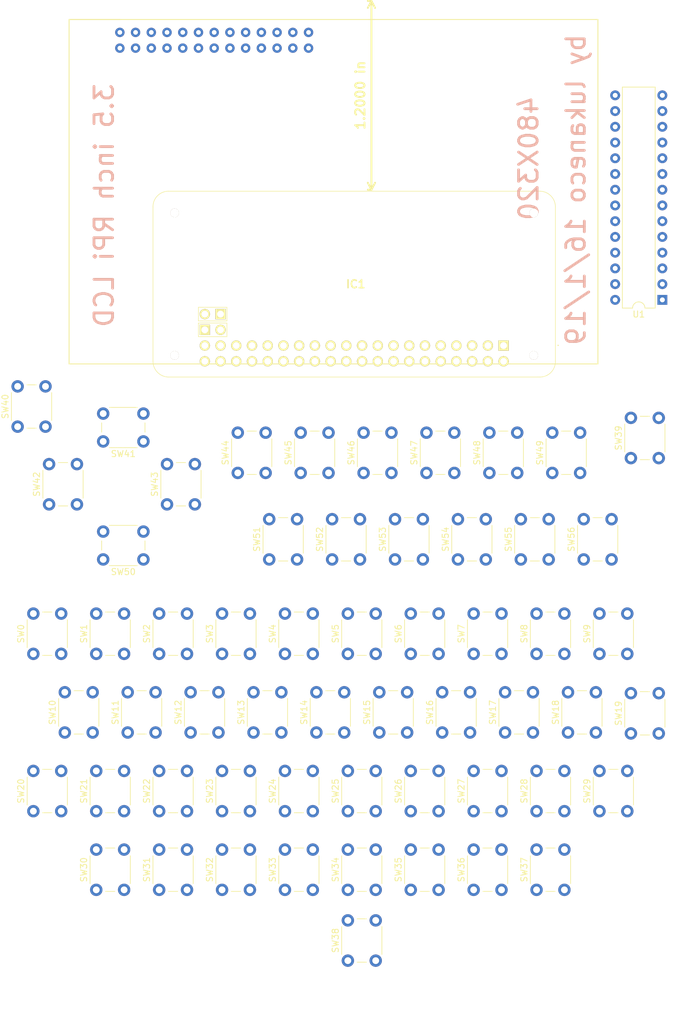
<source format=kicad_pcb>
(kicad_pcb (version 20171130) (host pcbnew "(5.0.2)-1")

  (general
    (thickness 1.6)
    (drawings 16)
    (tracks 0)
    (zones 0)
    (modules 60)
    (nets 160)
  )

  (page A4)
  (layers
    (0 F.Cu signal)
    (31 B.Cu signal)
    (32 B.Adhes user)
    (33 F.Adhes user)
    (34 B.Paste user)
    (35 F.Paste user)
    (36 B.SilkS user)
    (37 F.SilkS user)
    (38 B.Mask user)
    (39 F.Mask user)
    (40 Dwgs.User user)
    (41 Cmts.User user)
    (42 Eco1.User user)
    (43 Eco2.User user)
    (44 Edge.Cuts user)
    (45 Margin user)
    (46 B.CrtYd user)
    (47 F.CrtYd user)
    (48 B.Fab user)
    (49 F.Fab user)
  )

  (setup
    (last_trace_width 0.25)
    (trace_clearance 0.2)
    (zone_clearance 0.508)
    (zone_45_only no)
    (trace_min 0.2)
    (segment_width 0.2)
    (edge_width 0.15)
    (via_size 0.8)
    (via_drill 0.4)
    (via_min_size 0.4)
    (via_min_drill 0.3)
    (uvia_size 0.3)
    (uvia_drill 0.1)
    (uvias_allowed no)
    (uvia_min_size 0.2)
    (uvia_min_drill 0.1)
    (pcb_text_width 0.3)
    (pcb_text_size 1.5 1.5)
    (mod_edge_width 0.15)
    (mod_text_size 1 1)
    (mod_text_width 0.15)
    (pad_size 1.524 1.524)
    (pad_drill 0.762)
    (pad_to_mask_clearance 0.051)
    (solder_mask_min_width 0.25)
    (aux_axis_origin 78.74 76.2)
    (grid_origin 55.88 195.58)
    (visible_elements 7FFFFFFF)
    (pcbplotparams
      (layerselection 0x010fc_ffffffff)
      (usegerberextensions false)
      (usegerberattributes false)
      (usegerberadvancedattributes false)
      (creategerberjobfile false)
      (excludeedgelayer true)
      (linewidth 0.100000)
      (plotframeref false)
      (viasonmask false)
      (mode 1)
      (useauxorigin false)
      (hpglpennumber 1)
      (hpglpenspeed 20)
      (hpglpendiameter 15.000000)
      (psnegative false)
      (psa4output false)
      (plotreference true)
      (plotvalue true)
      (plotinvisibletext false)
      (padsonsilk false)
      (subtractmaskfromsilk false)
      (outputformat 1)
      (mirror false)
      (drillshape 1)
      (scaleselection 1)
      (outputdirectory ""))
  )

  (net 0 "")
  (net 1 "Net-(SW0-Pad2)")
  (net 2 "Net-(SW1-Pad2)")
  (net 3 "Net-(SW2-Pad2)")
  (net 4 "Net-(SW3-Pad2)")
  (net 5 "Net-(SW4-Pad2)")
  (net 6 "Net-(SW5-Pad2)")
  (net 7 "Net-(SW6-Pad2)")
  (net 8 "Net-(SW7-Pad2)")
  (net 9 "Net-(SW8-Pad2)")
  (net 10 "Net-(SW9-Pad2)")
  (net 11 "Net-(SW10-Pad2)")
  (net 12 "Net-(SW11-Pad2)")
  (net 13 "Net-(SW12-Pad2)")
  (net 14 "Net-(SW13-Pad2)")
  (net 15 "Net-(SW14-Pad2)")
  (net 16 "Net-(SW15-Pad2)")
  (net 17 "Net-(SW16-Pad2)")
  (net 18 "Net-(SW17-Pad2)")
  (net 19 "Net-(SW18-Pad2)")
  (net 20 "Net-(SW19-Pad2)")
  (net 21 "Net-(SW20-Pad2)")
  (net 22 "Net-(SW21-Pad2)")
  (net 23 "Net-(SW22-Pad2)")
  (net 24 "Net-(SW23-Pad2)")
  (net 25 "Net-(SW24-Pad2)")
  (net 26 "Net-(SW25-Pad2)")
  (net 27 "Net-(SW26-Pad2)")
  (net 28 "Net-(SW27-Pad2)")
  (net 29 "Net-(SW28-Pad2)")
  (net 30 "Net-(SW29-Pad2)")
  (net 31 "Net-(SW30-Pad2)")
  (net 32 "Net-(SW31-Pad2)")
  (net 33 "Net-(SW32-Pad2)")
  (net 34 "Net-(SW33-Pad2)")
  (net 35 "Net-(SW34-Pad2)")
  (net 36 "Net-(SW35-Pad2)")
  (net 37 "Net-(SW36-Pad2)")
  (net 38 "Net-(SW37-Pad2)")
  (net 39 "Net-(SW38-Pad2)")
  (net 40 "Net-(SW39-Pad2)")
  (net 41 "Net-(SW40-Pad2)")
  (net 42 "Net-(SW41-Pad2)")
  (net 43 "Net-(SW42-Pad2)")
  (net 44 "Net-(SW43-Pad2)")
  (net 45 "Net-(SW44-Pad2)")
  (net 46 "Net-(SW45-Pad2)")
  (net 47 "Net-(SW46-Pad2)")
  (net 48 "Net-(SW47-Pad2)")
  (net 49 "Net-(SW48-Pad2)")
  (net 50 "Net-(SW49-Pad2)")
  (net 51 "Net-(SW50-Pad2)")
  (net 52 "Net-(SW51-Pad2)")
  (net 53 "Net-(SW52-Pad2)")
  (net 54 "Net-(SW53-Pad2)")
  (net 55 "Net-(SW54-Pad2)")
  (net 56 "Net-(SW55-Pad2)")
  (net 57 "Net-(SW56-Pad2)")
  (net 58 "Net-(U1-Pad15)")
  (net 59 "Net-(U1-Pad16)")
  (net 60 "Net-(U1-Pad17)")
  (net 61 "Net-(U1-Pad18)")
  (net 62 "Net-(U1-Pad19)")
  (net 63 "Net-(U1-Pad6)")
  (net 64 "Net-(U1-Pad20)")
  (net 65 "Net-(U1-Pad7)")
  (net 66 "Net-(U1-Pad21)")
  (net 67 "Net-(U1-Pad22)")
  (net 68 "Net-(U1-Pad23)")
  (net 69 "Net-(U1-Pad24)")
  (net 70 "Net-(U1-Pad11)")
  (net 71 "Net-(U1-Pad25)")
  (net 72 "Net-(U1-Pad12)")
  (net 73 "Net-(U1-Pad26)")
  (net 74 "Net-(U1-Pad13)")
  (net 75 "Net-(U1-Pad27)")
  (net 76 "Net-(U1-Pad14)")
  (net 77 "Net-(U1-Pad28)")
  (net 78 Col2)
  (net 79 Col3)
  (net 80 Col4)
  (net 81 Col5)
  (net 82 Col0)
  (net 83 Col1)
  (net 84 Reset)
  (net 85 Serial_RX)
  (net 86 Serial_TX)
  (net 87 USB_D+)
  (net 88 USB_D-)
  (net 89 Osc1)
  (net 90 Osc2)
  (net 91 "Net-(DS1-Pad1)")
  (net 92 "Net-(DS1-Pad2)")
  (net 93 "Net-(DS1-Pad3)")
  (net 94 "Net-(DS1-Pad4)")
  (net 95 "Net-(DS1-Pad5)")
  (net 96 "Net-(DS1-Pad6)")
  (net 97 "Net-(DS1-Pad7)")
  (net 98 "Net-(DS1-Pad8)")
  (net 99 "Net-(DS1-Pad9)")
  (net 100 "Net-(DS1-Pad10)")
  (net 101 "Net-(DS1-Pad11)")
  (net 102 "Net-(DS1-Pad12)")
  (net 103 "Net-(DS1-Pad13)")
  (net 104 "Net-(DS1-Pad14)")
  (net 105 "Net-(DS1-Pad15)")
  (net 106 "Net-(DS1-Pad16)")
  (net 107 "Net-(DS1-Pad17)")
  (net 108 "Net-(DS1-Pad18)")
  (net 109 "Net-(DS1-Pad20)")
  (net 110 "Net-(DS1-Pad21)")
  (net 111 "Net-(DS1-Pad22)")
  (net 112 "Net-(DS1-Pad23)")
  (net 113 "Net-(DS1-Pad24)")
  (net 114 "Net-(DS1-Pad25)")
  (net 115 "Net-(DS1-Pad26)")
  (net 116 "Net-(IC1-Pad1)")
  (net 117 "Net-(IC1-Pad2)")
  (net 118 "Net-(IC1-Pad3)")
  (net 119 "Net-(IC1-Pad4)")
  (net 120 "Net-(IC1-Pad5)")
  (net 121 "Net-(IC1-Pad6)")
  (net 122 "Net-(IC1-Pad7)")
  (net 123 "Net-(IC1-Pad8)")
  (net 124 "Net-(IC1-Pad9)")
  (net 125 "Net-(IC1-Pad10)")
  (net 126 "Net-(IC1-Pad11)")
  (net 127 "Net-(IC1-Pad12)")
  (net 128 "Net-(IC1-Pad13)")
  (net 129 "Net-(IC1-Pad14)")
  (net 130 "Net-(IC1-Pad15)")
  (net 131 "Net-(IC1-Pad16)")
  (net 132 "Net-(IC1-Pad17)")
  (net 133 "Net-(IC1-Pad18)")
  (net 134 "Net-(IC1-Pad19)")
  (net 135 "Net-(IC1-Pad20)")
  (net 136 "Net-(IC1-Pad21)")
  (net 137 "Net-(IC1-Pad22)")
  (net 138 "Net-(IC1-Pad23)")
  (net 139 "Net-(IC1-Pad24)")
  (net 140 "Net-(IC1-Pad25)")
  (net 141 "Net-(IC1-Pad26)")
  (net 142 "Net-(IC1-Pad27)")
  (net 143 "Net-(IC1-Pad28)")
  (net 144 "Net-(IC1-Pad29)")
  (net 145 "Net-(IC1-Pad30)")
  (net 146 "Net-(IC1-Pad31)")
  (net 147 "Net-(IC1-Pad32)")
  (net 148 "Net-(IC1-Pad33)")
  (net 149 "Net-(IC1-Pad34)")
  (net 150 "Net-(IC1-Pad35)")
  (net 151 "Net-(IC1-Pad36)")
  (net 152 "Net-(IC1-Pad37)")
  (net 153 "Net-(IC1-Pad38)")
  (net 154 "Net-(IC1-Pad39)")
  (net 155 "Net-(IC1-Pad40)")
  (net 156 "Net-(IC1-Pad41)")
  (net 157 "Net-(IC1-Pad42)")
  (net 158 "Net-(IC1-Pad43)")
  (net 159 "Net-(IC1-Pad44)")

  (net_class Default "Esta es la clase de red por defecto."
    (clearance 0.2)
    (trace_width 0.25)
    (via_dia 0.8)
    (via_drill 0.4)
    (uvia_dia 0.3)
    (uvia_drill 0.1)
    (add_net Col0)
    (add_net Col1)
    (add_net Col2)
    (add_net Col3)
    (add_net Col4)
    (add_net Col5)
    (add_net "Net-(DS1-Pad1)")
    (add_net "Net-(DS1-Pad10)")
    (add_net "Net-(DS1-Pad11)")
    (add_net "Net-(DS1-Pad12)")
    (add_net "Net-(DS1-Pad13)")
    (add_net "Net-(DS1-Pad14)")
    (add_net "Net-(DS1-Pad15)")
    (add_net "Net-(DS1-Pad16)")
    (add_net "Net-(DS1-Pad17)")
    (add_net "Net-(DS1-Pad18)")
    (add_net "Net-(DS1-Pad2)")
    (add_net "Net-(DS1-Pad20)")
    (add_net "Net-(DS1-Pad21)")
    (add_net "Net-(DS1-Pad22)")
    (add_net "Net-(DS1-Pad23)")
    (add_net "Net-(DS1-Pad24)")
    (add_net "Net-(DS1-Pad25)")
    (add_net "Net-(DS1-Pad26)")
    (add_net "Net-(DS1-Pad3)")
    (add_net "Net-(DS1-Pad4)")
    (add_net "Net-(DS1-Pad5)")
    (add_net "Net-(DS1-Pad6)")
    (add_net "Net-(DS1-Pad7)")
    (add_net "Net-(DS1-Pad8)")
    (add_net "Net-(DS1-Pad9)")
    (add_net "Net-(IC1-Pad1)")
    (add_net "Net-(IC1-Pad10)")
    (add_net "Net-(IC1-Pad11)")
    (add_net "Net-(IC1-Pad12)")
    (add_net "Net-(IC1-Pad13)")
    (add_net "Net-(IC1-Pad14)")
    (add_net "Net-(IC1-Pad15)")
    (add_net "Net-(IC1-Pad16)")
    (add_net "Net-(IC1-Pad17)")
    (add_net "Net-(IC1-Pad18)")
    (add_net "Net-(IC1-Pad19)")
    (add_net "Net-(IC1-Pad2)")
    (add_net "Net-(IC1-Pad20)")
    (add_net "Net-(IC1-Pad21)")
    (add_net "Net-(IC1-Pad22)")
    (add_net "Net-(IC1-Pad23)")
    (add_net "Net-(IC1-Pad24)")
    (add_net "Net-(IC1-Pad25)")
    (add_net "Net-(IC1-Pad26)")
    (add_net "Net-(IC1-Pad27)")
    (add_net "Net-(IC1-Pad28)")
    (add_net "Net-(IC1-Pad29)")
    (add_net "Net-(IC1-Pad3)")
    (add_net "Net-(IC1-Pad30)")
    (add_net "Net-(IC1-Pad31)")
    (add_net "Net-(IC1-Pad32)")
    (add_net "Net-(IC1-Pad33)")
    (add_net "Net-(IC1-Pad34)")
    (add_net "Net-(IC1-Pad35)")
    (add_net "Net-(IC1-Pad36)")
    (add_net "Net-(IC1-Pad37)")
    (add_net "Net-(IC1-Pad38)")
    (add_net "Net-(IC1-Pad39)")
    (add_net "Net-(IC1-Pad4)")
    (add_net "Net-(IC1-Pad40)")
    (add_net "Net-(IC1-Pad41)")
    (add_net "Net-(IC1-Pad42)")
    (add_net "Net-(IC1-Pad43)")
    (add_net "Net-(IC1-Pad44)")
    (add_net "Net-(IC1-Pad5)")
    (add_net "Net-(IC1-Pad6)")
    (add_net "Net-(IC1-Pad7)")
    (add_net "Net-(IC1-Pad8)")
    (add_net "Net-(IC1-Pad9)")
    (add_net "Net-(SW0-Pad2)")
    (add_net "Net-(SW1-Pad2)")
    (add_net "Net-(SW10-Pad2)")
    (add_net "Net-(SW11-Pad2)")
    (add_net "Net-(SW12-Pad2)")
    (add_net "Net-(SW13-Pad2)")
    (add_net "Net-(SW14-Pad2)")
    (add_net "Net-(SW15-Pad2)")
    (add_net "Net-(SW16-Pad2)")
    (add_net "Net-(SW17-Pad2)")
    (add_net "Net-(SW18-Pad2)")
    (add_net "Net-(SW19-Pad2)")
    (add_net "Net-(SW2-Pad2)")
    (add_net "Net-(SW20-Pad2)")
    (add_net "Net-(SW21-Pad2)")
    (add_net "Net-(SW22-Pad2)")
    (add_net "Net-(SW23-Pad2)")
    (add_net "Net-(SW24-Pad2)")
    (add_net "Net-(SW25-Pad2)")
    (add_net "Net-(SW26-Pad2)")
    (add_net "Net-(SW27-Pad2)")
    (add_net "Net-(SW28-Pad2)")
    (add_net "Net-(SW29-Pad2)")
    (add_net "Net-(SW3-Pad2)")
    (add_net "Net-(SW30-Pad2)")
    (add_net "Net-(SW31-Pad2)")
    (add_net "Net-(SW32-Pad2)")
    (add_net "Net-(SW33-Pad2)")
    (add_net "Net-(SW34-Pad2)")
    (add_net "Net-(SW35-Pad2)")
    (add_net "Net-(SW36-Pad2)")
    (add_net "Net-(SW37-Pad2)")
    (add_net "Net-(SW38-Pad2)")
    (add_net "Net-(SW39-Pad2)")
    (add_net "Net-(SW4-Pad2)")
    (add_net "Net-(SW40-Pad2)")
    (add_net "Net-(SW41-Pad2)")
    (add_net "Net-(SW42-Pad2)")
    (add_net "Net-(SW43-Pad2)")
    (add_net "Net-(SW44-Pad2)")
    (add_net "Net-(SW45-Pad2)")
    (add_net "Net-(SW46-Pad2)")
    (add_net "Net-(SW47-Pad2)")
    (add_net "Net-(SW48-Pad2)")
    (add_net "Net-(SW49-Pad2)")
    (add_net "Net-(SW5-Pad2)")
    (add_net "Net-(SW50-Pad2)")
    (add_net "Net-(SW51-Pad2)")
    (add_net "Net-(SW52-Pad2)")
    (add_net "Net-(SW53-Pad2)")
    (add_net "Net-(SW54-Pad2)")
    (add_net "Net-(SW55-Pad2)")
    (add_net "Net-(SW56-Pad2)")
    (add_net "Net-(SW6-Pad2)")
    (add_net "Net-(SW7-Pad2)")
    (add_net "Net-(SW8-Pad2)")
    (add_net "Net-(SW9-Pad2)")
    (add_net "Net-(U1-Pad11)")
    (add_net "Net-(U1-Pad12)")
    (add_net "Net-(U1-Pad13)")
    (add_net "Net-(U1-Pad14)")
    (add_net "Net-(U1-Pad15)")
    (add_net "Net-(U1-Pad16)")
    (add_net "Net-(U1-Pad17)")
    (add_net "Net-(U1-Pad18)")
    (add_net "Net-(U1-Pad19)")
    (add_net "Net-(U1-Pad20)")
    (add_net "Net-(U1-Pad21)")
    (add_net "Net-(U1-Pad22)")
    (add_net "Net-(U1-Pad23)")
    (add_net "Net-(U1-Pad24)")
    (add_net "Net-(U1-Pad25)")
    (add_net "Net-(U1-Pad26)")
    (add_net "Net-(U1-Pad27)")
    (add_net "Net-(U1-Pad28)")
    (add_net "Net-(U1-Pad6)")
    (add_net "Net-(U1-Pad7)")
    (add_net Osc1)
    (add_net Osc2)
    (add_net Reset)
    (add_net Serial_RX)
    (add_net Serial_TX)
    (add_net USB_D+)
    (add_net USB_D-)
  )

  (module Button_Switch_THT:SW_PUSH_6mm (layer F.Cu) (tedit 5A02FE31) (tstamp 5C610F8A)
    (at 60.96 135.89 90)
    (descr https://www.omron.com/ecb/products/pdf/en-b3f.pdf)
    (tags "tact sw push 6mm")
    (path /5C547EE8)
    (fp_text reference SW0 (at 3.25 -2 90) (layer F.SilkS)
      (effects (font (size 1 1) (thickness 0.15)))
    )
    (fp_text value SW_Push (at 3.75 6.7 90) (layer F.Fab)
      (effects (font (size 1 1) (thickness 0.15)))
    )
    (fp_text user %R (at 3.25 2.25 90) (layer F.Fab)
      (effects (font (size 1 1) (thickness 0.15)))
    )
    (fp_line (start 3.25 -0.75) (end 6.25 -0.75) (layer F.Fab) (width 0.1))
    (fp_line (start 6.25 -0.75) (end 6.25 5.25) (layer F.Fab) (width 0.1))
    (fp_line (start 6.25 5.25) (end 0.25 5.25) (layer F.Fab) (width 0.1))
    (fp_line (start 0.25 5.25) (end 0.25 -0.75) (layer F.Fab) (width 0.1))
    (fp_line (start 0.25 -0.75) (end 3.25 -0.75) (layer F.Fab) (width 0.1))
    (fp_line (start 7.75 6) (end 8 6) (layer F.CrtYd) (width 0.05))
    (fp_line (start 8 6) (end 8 5.75) (layer F.CrtYd) (width 0.05))
    (fp_line (start 7.75 -1.5) (end 8 -1.5) (layer F.CrtYd) (width 0.05))
    (fp_line (start 8 -1.5) (end 8 -1.25) (layer F.CrtYd) (width 0.05))
    (fp_line (start -1.5 -1.25) (end -1.5 -1.5) (layer F.CrtYd) (width 0.05))
    (fp_line (start -1.5 -1.5) (end -1.25 -1.5) (layer F.CrtYd) (width 0.05))
    (fp_line (start -1.5 5.75) (end -1.5 6) (layer F.CrtYd) (width 0.05))
    (fp_line (start -1.5 6) (end -1.25 6) (layer F.CrtYd) (width 0.05))
    (fp_line (start -1.25 -1.5) (end 7.75 -1.5) (layer F.CrtYd) (width 0.05))
    (fp_line (start -1.5 5.75) (end -1.5 -1.25) (layer F.CrtYd) (width 0.05))
    (fp_line (start 7.75 6) (end -1.25 6) (layer F.CrtYd) (width 0.05))
    (fp_line (start 8 -1.25) (end 8 5.75) (layer F.CrtYd) (width 0.05))
    (fp_line (start 1 5.5) (end 5.5 5.5) (layer F.SilkS) (width 0.12))
    (fp_line (start -0.25 1.5) (end -0.25 3) (layer F.SilkS) (width 0.12))
    (fp_line (start 5.5 -1) (end 1 -1) (layer F.SilkS) (width 0.12))
    (fp_line (start 6.75 3) (end 6.75 1.5) (layer F.SilkS) (width 0.12))
    (fp_circle (center 3.25 2.25) (end 1.25 2.5) (layer F.Fab) (width 0.1))
    (pad 2 thru_hole circle (at 0 4.5 180) (size 2 2) (drill 1.1) (layers *.Cu *.Mask)
      (net 1 "Net-(SW0-Pad2)"))
    (pad 1 thru_hole circle (at 0 0 180) (size 2 2) (drill 1.1) (layers *.Cu *.Mask)
      (net 78 Col2))
    (pad 2 thru_hole circle (at 6.5 4.5 180) (size 2 2) (drill 1.1) (layers *.Cu *.Mask)
      (net 1 "Net-(SW0-Pad2)"))
    (pad 1 thru_hole circle (at 6.5 0 180) (size 2 2) (drill 1.1) (layers *.Cu *.Mask)
      (net 78 Col2))
    (model ${KISYS3DMOD}/Button_Switch_THT.3dshapes/SW_PUSH_6mm.wrl
      (at (xyz 0 0 0))
      (scale (xyz 1 1 1))
      (rotate (xyz 0 0 0))
    )
  )

  (module Button_Switch_THT:SW_PUSH_6mm (layer F.Cu) (tedit 5A02FE31) (tstamp 5C610FA9)
    (at 71.12 135.89 90)
    (descr https://www.omron.com/ecb/products/pdf/en-b3f.pdf)
    (tags "tact sw push 6mm")
    (path /5C547EEF)
    (fp_text reference SW1 (at 3.25 -2 90) (layer F.SilkS)
      (effects (font (size 1 1) (thickness 0.15)))
    )
    (fp_text value SW_Push (at 3.75 6.7 90) (layer F.Fab)
      (effects (font (size 1 1) (thickness 0.15)))
    )
    (fp_circle (center 3.25 2.25) (end 1.25 2.5) (layer F.Fab) (width 0.1))
    (fp_line (start 6.75 3) (end 6.75 1.5) (layer F.SilkS) (width 0.12))
    (fp_line (start 5.5 -1) (end 1 -1) (layer F.SilkS) (width 0.12))
    (fp_line (start -0.25 1.5) (end -0.25 3) (layer F.SilkS) (width 0.12))
    (fp_line (start 1 5.5) (end 5.5 5.5) (layer F.SilkS) (width 0.12))
    (fp_line (start 8 -1.25) (end 8 5.75) (layer F.CrtYd) (width 0.05))
    (fp_line (start 7.75 6) (end -1.25 6) (layer F.CrtYd) (width 0.05))
    (fp_line (start -1.5 5.75) (end -1.5 -1.25) (layer F.CrtYd) (width 0.05))
    (fp_line (start -1.25 -1.5) (end 7.75 -1.5) (layer F.CrtYd) (width 0.05))
    (fp_line (start -1.5 6) (end -1.25 6) (layer F.CrtYd) (width 0.05))
    (fp_line (start -1.5 5.75) (end -1.5 6) (layer F.CrtYd) (width 0.05))
    (fp_line (start -1.5 -1.5) (end -1.25 -1.5) (layer F.CrtYd) (width 0.05))
    (fp_line (start -1.5 -1.25) (end -1.5 -1.5) (layer F.CrtYd) (width 0.05))
    (fp_line (start 8 -1.5) (end 8 -1.25) (layer F.CrtYd) (width 0.05))
    (fp_line (start 7.75 -1.5) (end 8 -1.5) (layer F.CrtYd) (width 0.05))
    (fp_line (start 8 6) (end 8 5.75) (layer F.CrtYd) (width 0.05))
    (fp_line (start 7.75 6) (end 8 6) (layer F.CrtYd) (width 0.05))
    (fp_line (start 0.25 -0.75) (end 3.25 -0.75) (layer F.Fab) (width 0.1))
    (fp_line (start 0.25 5.25) (end 0.25 -0.75) (layer F.Fab) (width 0.1))
    (fp_line (start 6.25 5.25) (end 0.25 5.25) (layer F.Fab) (width 0.1))
    (fp_line (start 6.25 -0.75) (end 6.25 5.25) (layer F.Fab) (width 0.1))
    (fp_line (start 3.25 -0.75) (end 6.25 -0.75) (layer F.Fab) (width 0.1))
    (fp_text user %R (at 3.25 2.25 90) (layer F.Fab)
      (effects (font (size 1 1) (thickness 0.15)))
    )
    (pad 1 thru_hole circle (at 6.5 0 180) (size 2 2) (drill 1.1) (layers *.Cu *.Mask)
      (net 78 Col2))
    (pad 2 thru_hole circle (at 6.5 4.5 180) (size 2 2) (drill 1.1) (layers *.Cu *.Mask)
      (net 2 "Net-(SW1-Pad2)"))
    (pad 1 thru_hole circle (at 0 0 180) (size 2 2) (drill 1.1) (layers *.Cu *.Mask)
      (net 78 Col2))
    (pad 2 thru_hole circle (at 0 4.5 180) (size 2 2) (drill 1.1) (layers *.Cu *.Mask)
      (net 2 "Net-(SW1-Pad2)"))
    (model ${KISYS3DMOD}/Button_Switch_THT.3dshapes/SW_PUSH_6mm.wrl
      (at (xyz 0 0 0))
      (scale (xyz 1 1 1))
      (rotate (xyz 0 0 0))
    )
  )

  (module Button_Switch_THT:SW_PUSH_6mm (layer F.Cu) (tedit 5A02FE31) (tstamp 5C610FC8)
    (at 81.28 135.89 90)
    (descr https://www.omron.com/ecb/products/pdf/en-b3f.pdf)
    (tags "tact sw push 6mm")
    (path /5C547EF6)
    (fp_text reference SW2 (at 3.25 -2 90) (layer F.SilkS)
      (effects (font (size 1 1) (thickness 0.15)))
    )
    (fp_text value SW_Push (at 3.75 6.7 90) (layer F.Fab)
      (effects (font (size 1 1) (thickness 0.15)))
    )
    (fp_text user %R (at 3.25 2.25 90) (layer F.Fab)
      (effects (font (size 1 1) (thickness 0.15)))
    )
    (fp_line (start 3.25 -0.75) (end 6.25 -0.75) (layer F.Fab) (width 0.1))
    (fp_line (start 6.25 -0.75) (end 6.25 5.25) (layer F.Fab) (width 0.1))
    (fp_line (start 6.25 5.25) (end 0.25 5.25) (layer F.Fab) (width 0.1))
    (fp_line (start 0.25 5.25) (end 0.25 -0.75) (layer F.Fab) (width 0.1))
    (fp_line (start 0.25 -0.75) (end 3.25 -0.75) (layer F.Fab) (width 0.1))
    (fp_line (start 7.75 6) (end 8 6) (layer F.CrtYd) (width 0.05))
    (fp_line (start 8 6) (end 8 5.75) (layer F.CrtYd) (width 0.05))
    (fp_line (start 7.75 -1.5) (end 8 -1.5) (layer F.CrtYd) (width 0.05))
    (fp_line (start 8 -1.5) (end 8 -1.25) (layer F.CrtYd) (width 0.05))
    (fp_line (start -1.5 -1.25) (end -1.5 -1.5) (layer F.CrtYd) (width 0.05))
    (fp_line (start -1.5 -1.5) (end -1.25 -1.5) (layer F.CrtYd) (width 0.05))
    (fp_line (start -1.5 5.75) (end -1.5 6) (layer F.CrtYd) (width 0.05))
    (fp_line (start -1.5 6) (end -1.25 6) (layer F.CrtYd) (width 0.05))
    (fp_line (start -1.25 -1.5) (end 7.75 -1.5) (layer F.CrtYd) (width 0.05))
    (fp_line (start -1.5 5.75) (end -1.5 -1.25) (layer F.CrtYd) (width 0.05))
    (fp_line (start 7.75 6) (end -1.25 6) (layer F.CrtYd) (width 0.05))
    (fp_line (start 8 -1.25) (end 8 5.75) (layer F.CrtYd) (width 0.05))
    (fp_line (start 1 5.5) (end 5.5 5.5) (layer F.SilkS) (width 0.12))
    (fp_line (start -0.25 1.5) (end -0.25 3) (layer F.SilkS) (width 0.12))
    (fp_line (start 5.5 -1) (end 1 -1) (layer F.SilkS) (width 0.12))
    (fp_line (start 6.75 3) (end 6.75 1.5) (layer F.SilkS) (width 0.12))
    (fp_circle (center 3.25 2.25) (end 1.25 2.5) (layer F.Fab) (width 0.1))
    (pad 2 thru_hole circle (at 0 4.5 180) (size 2 2) (drill 1.1) (layers *.Cu *.Mask)
      (net 3 "Net-(SW2-Pad2)"))
    (pad 1 thru_hole circle (at 0 0 180) (size 2 2) (drill 1.1) (layers *.Cu *.Mask)
      (net 78 Col2))
    (pad 2 thru_hole circle (at 6.5 4.5 180) (size 2 2) (drill 1.1) (layers *.Cu *.Mask)
      (net 3 "Net-(SW2-Pad2)"))
    (pad 1 thru_hole circle (at 6.5 0 180) (size 2 2) (drill 1.1) (layers *.Cu *.Mask)
      (net 78 Col2))
    (model ${KISYS3DMOD}/Button_Switch_THT.3dshapes/SW_PUSH_6mm.wrl
      (at (xyz 0 0 0))
      (scale (xyz 1 1 1))
      (rotate (xyz 0 0 0))
    )
  )

  (module Button_Switch_THT:SW_PUSH_6mm (layer F.Cu) (tedit 5A02FE31) (tstamp 5C610FE7)
    (at 91.44 135.89 90)
    (descr https://www.omron.com/ecb/products/pdf/en-b3f.pdf)
    (tags "tact sw push 6mm")
    (path /5C547EFD)
    (fp_text reference SW3 (at 3.25 -2 90) (layer F.SilkS)
      (effects (font (size 1 1) (thickness 0.15)))
    )
    (fp_text value SW_Push (at 3.75 6.7 90) (layer F.Fab)
      (effects (font (size 1 1) (thickness 0.15)))
    )
    (fp_text user %R (at 3.25 2.25 90) (layer F.Fab)
      (effects (font (size 1 1) (thickness 0.15)))
    )
    (fp_line (start 3.25 -0.75) (end 6.25 -0.75) (layer F.Fab) (width 0.1))
    (fp_line (start 6.25 -0.75) (end 6.25 5.25) (layer F.Fab) (width 0.1))
    (fp_line (start 6.25 5.25) (end 0.25 5.25) (layer F.Fab) (width 0.1))
    (fp_line (start 0.25 5.25) (end 0.25 -0.75) (layer F.Fab) (width 0.1))
    (fp_line (start 0.25 -0.75) (end 3.25 -0.75) (layer F.Fab) (width 0.1))
    (fp_line (start 7.75 6) (end 8 6) (layer F.CrtYd) (width 0.05))
    (fp_line (start 8 6) (end 8 5.75) (layer F.CrtYd) (width 0.05))
    (fp_line (start 7.75 -1.5) (end 8 -1.5) (layer F.CrtYd) (width 0.05))
    (fp_line (start 8 -1.5) (end 8 -1.25) (layer F.CrtYd) (width 0.05))
    (fp_line (start -1.5 -1.25) (end -1.5 -1.5) (layer F.CrtYd) (width 0.05))
    (fp_line (start -1.5 -1.5) (end -1.25 -1.5) (layer F.CrtYd) (width 0.05))
    (fp_line (start -1.5 5.75) (end -1.5 6) (layer F.CrtYd) (width 0.05))
    (fp_line (start -1.5 6) (end -1.25 6) (layer F.CrtYd) (width 0.05))
    (fp_line (start -1.25 -1.5) (end 7.75 -1.5) (layer F.CrtYd) (width 0.05))
    (fp_line (start -1.5 5.75) (end -1.5 -1.25) (layer F.CrtYd) (width 0.05))
    (fp_line (start 7.75 6) (end -1.25 6) (layer F.CrtYd) (width 0.05))
    (fp_line (start 8 -1.25) (end 8 5.75) (layer F.CrtYd) (width 0.05))
    (fp_line (start 1 5.5) (end 5.5 5.5) (layer F.SilkS) (width 0.12))
    (fp_line (start -0.25 1.5) (end -0.25 3) (layer F.SilkS) (width 0.12))
    (fp_line (start 5.5 -1) (end 1 -1) (layer F.SilkS) (width 0.12))
    (fp_line (start 6.75 3) (end 6.75 1.5) (layer F.SilkS) (width 0.12))
    (fp_circle (center 3.25 2.25) (end 1.25 2.5) (layer F.Fab) (width 0.1))
    (pad 2 thru_hole circle (at 0 4.5 180) (size 2 2) (drill 1.1) (layers *.Cu *.Mask)
      (net 4 "Net-(SW3-Pad2)"))
    (pad 1 thru_hole circle (at 0 0 180) (size 2 2) (drill 1.1) (layers *.Cu *.Mask)
      (net 78 Col2))
    (pad 2 thru_hole circle (at 6.5 4.5 180) (size 2 2) (drill 1.1) (layers *.Cu *.Mask)
      (net 4 "Net-(SW3-Pad2)"))
    (pad 1 thru_hole circle (at 6.5 0 180) (size 2 2) (drill 1.1) (layers *.Cu *.Mask)
      (net 78 Col2))
    (model ${KISYS3DMOD}/Button_Switch_THT.3dshapes/SW_PUSH_6mm.wrl
      (at (xyz 0 0 0))
      (scale (xyz 1 1 1))
      (rotate (xyz 0 0 0))
    )
  )

  (module Button_Switch_THT:SW_PUSH_6mm (layer F.Cu) (tedit 5A02FE31) (tstamp 5C611006)
    (at 101.6 135.89 90)
    (descr https://www.omron.com/ecb/products/pdf/en-b3f.pdf)
    (tags "tact sw push 6mm")
    (path /5C547F04)
    (fp_text reference SW4 (at 3.25 -2 90) (layer F.SilkS)
      (effects (font (size 1 1) (thickness 0.15)))
    )
    (fp_text value SW_Push (at 3.75 6.7 90) (layer F.Fab)
      (effects (font (size 1 1) (thickness 0.15)))
    )
    (fp_circle (center 3.25 2.25) (end 1.25 2.5) (layer F.Fab) (width 0.1))
    (fp_line (start 6.75 3) (end 6.75 1.5) (layer F.SilkS) (width 0.12))
    (fp_line (start 5.5 -1) (end 1 -1) (layer F.SilkS) (width 0.12))
    (fp_line (start -0.25 1.5) (end -0.25 3) (layer F.SilkS) (width 0.12))
    (fp_line (start 1 5.5) (end 5.5 5.5) (layer F.SilkS) (width 0.12))
    (fp_line (start 8 -1.25) (end 8 5.75) (layer F.CrtYd) (width 0.05))
    (fp_line (start 7.75 6) (end -1.25 6) (layer F.CrtYd) (width 0.05))
    (fp_line (start -1.5 5.75) (end -1.5 -1.25) (layer F.CrtYd) (width 0.05))
    (fp_line (start -1.25 -1.5) (end 7.75 -1.5) (layer F.CrtYd) (width 0.05))
    (fp_line (start -1.5 6) (end -1.25 6) (layer F.CrtYd) (width 0.05))
    (fp_line (start -1.5 5.75) (end -1.5 6) (layer F.CrtYd) (width 0.05))
    (fp_line (start -1.5 -1.5) (end -1.25 -1.5) (layer F.CrtYd) (width 0.05))
    (fp_line (start -1.5 -1.25) (end -1.5 -1.5) (layer F.CrtYd) (width 0.05))
    (fp_line (start 8 -1.5) (end 8 -1.25) (layer F.CrtYd) (width 0.05))
    (fp_line (start 7.75 -1.5) (end 8 -1.5) (layer F.CrtYd) (width 0.05))
    (fp_line (start 8 6) (end 8 5.75) (layer F.CrtYd) (width 0.05))
    (fp_line (start 7.75 6) (end 8 6) (layer F.CrtYd) (width 0.05))
    (fp_line (start 0.25 -0.75) (end 3.25 -0.75) (layer F.Fab) (width 0.1))
    (fp_line (start 0.25 5.25) (end 0.25 -0.75) (layer F.Fab) (width 0.1))
    (fp_line (start 6.25 5.25) (end 0.25 5.25) (layer F.Fab) (width 0.1))
    (fp_line (start 6.25 -0.75) (end 6.25 5.25) (layer F.Fab) (width 0.1))
    (fp_line (start 3.25 -0.75) (end 6.25 -0.75) (layer F.Fab) (width 0.1))
    (fp_text user %R (at 3.25 2.25 90) (layer F.Fab)
      (effects (font (size 1 1) (thickness 0.15)))
    )
    (pad 1 thru_hole circle (at 6.5 0 180) (size 2 2) (drill 1.1) (layers *.Cu *.Mask)
      (net 78 Col2))
    (pad 2 thru_hole circle (at 6.5 4.5 180) (size 2 2) (drill 1.1) (layers *.Cu *.Mask)
      (net 5 "Net-(SW4-Pad2)"))
    (pad 1 thru_hole circle (at 0 0 180) (size 2 2) (drill 1.1) (layers *.Cu *.Mask)
      (net 78 Col2))
    (pad 2 thru_hole circle (at 0 4.5 180) (size 2 2) (drill 1.1) (layers *.Cu *.Mask)
      (net 5 "Net-(SW4-Pad2)"))
    (model ${KISYS3DMOD}/Button_Switch_THT.3dshapes/SW_PUSH_6mm.wrl
      (at (xyz 0 0 0))
      (scale (xyz 1 1 1))
      (rotate (xyz 0 0 0))
    )
  )

  (module Button_Switch_THT:SW_PUSH_6mm (layer F.Cu) (tedit 5A02FE31) (tstamp 5C611025)
    (at 111.76 135.89 90)
    (descr https://www.omron.com/ecb/products/pdf/en-b3f.pdf)
    (tags "tact sw push 6mm")
    (path /5C547F0B)
    (fp_text reference SW5 (at 3.25 -2 90) (layer F.SilkS)
      (effects (font (size 1 1) (thickness 0.15)))
    )
    (fp_text value SW_Push (at 3.75 6.7 90) (layer F.Fab)
      (effects (font (size 1 1) (thickness 0.15)))
    )
    (fp_text user %R (at 3.25 2.25 90) (layer F.Fab)
      (effects (font (size 1 1) (thickness 0.15)))
    )
    (fp_line (start 3.25 -0.75) (end 6.25 -0.75) (layer F.Fab) (width 0.1))
    (fp_line (start 6.25 -0.75) (end 6.25 5.25) (layer F.Fab) (width 0.1))
    (fp_line (start 6.25 5.25) (end 0.25 5.25) (layer F.Fab) (width 0.1))
    (fp_line (start 0.25 5.25) (end 0.25 -0.75) (layer F.Fab) (width 0.1))
    (fp_line (start 0.25 -0.75) (end 3.25 -0.75) (layer F.Fab) (width 0.1))
    (fp_line (start 7.75 6) (end 8 6) (layer F.CrtYd) (width 0.05))
    (fp_line (start 8 6) (end 8 5.75) (layer F.CrtYd) (width 0.05))
    (fp_line (start 7.75 -1.5) (end 8 -1.5) (layer F.CrtYd) (width 0.05))
    (fp_line (start 8 -1.5) (end 8 -1.25) (layer F.CrtYd) (width 0.05))
    (fp_line (start -1.5 -1.25) (end -1.5 -1.5) (layer F.CrtYd) (width 0.05))
    (fp_line (start -1.5 -1.5) (end -1.25 -1.5) (layer F.CrtYd) (width 0.05))
    (fp_line (start -1.5 5.75) (end -1.5 6) (layer F.CrtYd) (width 0.05))
    (fp_line (start -1.5 6) (end -1.25 6) (layer F.CrtYd) (width 0.05))
    (fp_line (start -1.25 -1.5) (end 7.75 -1.5) (layer F.CrtYd) (width 0.05))
    (fp_line (start -1.5 5.75) (end -1.5 -1.25) (layer F.CrtYd) (width 0.05))
    (fp_line (start 7.75 6) (end -1.25 6) (layer F.CrtYd) (width 0.05))
    (fp_line (start 8 -1.25) (end 8 5.75) (layer F.CrtYd) (width 0.05))
    (fp_line (start 1 5.5) (end 5.5 5.5) (layer F.SilkS) (width 0.12))
    (fp_line (start -0.25 1.5) (end -0.25 3) (layer F.SilkS) (width 0.12))
    (fp_line (start 5.5 -1) (end 1 -1) (layer F.SilkS) (width 0.12))
    (fp_line (start 6.75 3) (end 6.75 1.5) (layer F.SilkS) (width 0.12))
    (fp_circle (center 3.25 2.25) (end 1.25 2.5) (layer F.Fab) (width 0.1))
    (pad 2 thru_hole circle (at 0 4.5 180) (size 2 2) (drill 1.1) (layers *.Cu *.Mask)
      (net 6 "Net-(SW5-Pad2)"))
    (pad 1 thru_hole circle (at 0 0 180) (size 2 2) (drill 1.1) (layers *.Cu *.Mask)
      (net 78 Col2))
    (pad 2 thru_hole circle (at 6.5 4.5 180) (size 2 2) (drill 1.1) (layers *.Cu *.Mask)
      (net 6 "Net-(SW5-Pad2)"))
    (pad 1 thru_hole circle (at 6.5 0 180) (size 2 2) (drill 1.1) (layers *.Cu *.Mask)
      (net 78 Col2))
    (model ${KISYS3DMOD}/Button_Switch_THT.3dshapes/SW_PUSH_6mm.wrl
      (at (xyz 0 0 0))
      (scale (xyz 1 1 1))
      (rotate (xyz 0 0 0))
    )
  )

  (module Button_Switch_THT:SW_PUSH_6mm (layer F.Cu) (tedit 5A02FE31) (tstamp 5C611044)
    (at 121.92 135.89 90)
    (descr https://www.omron.com/ecb/products/pdf/en-b3f.pdf)
    (tags "tact sw push 6mm")
    (path /5C548031)
    (fp_text reference SW6 (at 3.25 -2 90) (layer F.SilkS)
      (effects (font (size 1 1) (thickness 0.15)))
    )
    (fp_text value SW_Push (at 3.75 6.7 90) (layer F.Fab)
      (effects (font (size 1 1) (thickness 0.15)))
    )
    (fp_text user %R (at 3.25 2.25 90) (layer F.Fab)
      (effects (font (size 1 1) (thickness 0.15)))
    )
    (fp_line (start 3.25 -0.75) (end 6.25 -0.75) (layer F.Fab) (width 0.1))
    (fp_line (start 6.25 -0.75) (end 6.25 5.25) (layer F.Fab) (width 0.1))
    (fp_line (start 6.25 5.25) (end 0.25 5.25) (layer F.Fab) (width 0.1))
    (fp_line (start 0.25 5.25) (end 0.25 -0.75) (layer F.Fab) (width 0.1))
    (fp_line (start 0.25 -0.75) (end 3.25 -0.75) (layer F.Fab) (width 0.1))
    (fp_line (start 7.75 6) (end 8 6) (layer F.CrtYd) (width 0.05))
    (fp_line (start 8 6) (end 8 5.75) (layer F.CrtYd) (width 0.05))
    (fp_line (start 7.75 -1.5) (end 8 -1.5) (layer F.CrtYd) (width 0.05))
    (fp_line (start 8 -1.5) (end 8 -1.25) (layer F.CrtYd) (width 0.05))
    (fp_line (start -1.5 -1.25) (end -1.5 -1.5) (layer F.CrtYd) (width 0.05))
    (fp_line (start -1.5 -1.5) (end -1.25 -1.5) (layer F.CrtYd) (width 0.05))
    (fp_line (start -1.5 5.75) (end -1.5 6) (layer F.CrtYd) (width 0.05))
    (fp_line (start -1.5 6) (end -1.25 6) (layer F.CrtYd) (width 0.05))
    (fp_line (start -1.25 -1.5) (end 7.75 -1.5) (layer F.CrtYd) (width 0.05))
    (fp_line (start -1.5 5.75) (end -1.5 -1.25) (layer F.CrtYd) (width 0.05))
    (fp_line (start 7.75 6) (end -1.25 6) (layer F.CrtYd) (width 0.05))
    (fp_line (start 8 -1.25) (end 8 5.75) (layer F.CrtYd) (width 0.05))
    (fp_line (start 1 5.5) (end 5.5 5.5) (layer F.SilkS) (width 0.12))
    (fp_line (start -0.25 1.5) (end -0.25 3) (layer F.SilkS) (width 0.12))
    (fp_line (start 5.5 -1) (end 1 -1) (layer F.SilkS) (width 0.12))
    (fp_line (start 6.75 3) (end 6.75 1.5) (layer F.SilkS) (width 0.12))
    (fp_circle (center 3.25 2.25) (end 1.25 2.5) (layer F.Fab) (width 0.1))
    (pad 2 thru_hole circle (at 0 4.5 180) (size 2 2) (drill 1.1) (layers *.Cu *.Mask)
      (net 7 "Net-(SW6-Pad2)"))
    (pad 1 thru_hole circle (at 0 0 180) (size 2 2) (drill 1.1) (layers *.Cu *.Mask)
      (net 78 Col2))
    (pad 2 thru_hole circle (at 6.5 4.5 180) (size 2 2) (drill 1.1) (layers *.Cu *.Mask)
      (net 7 "Net-(SW6-Pad2)"))
    (pad 1 thru_hole circle (at 6.5 0 180) (size 2 2) (drill 1.1) (layers *.Cu *.Mask)
      (net 78 Col2))
    (model ${KISYS3DMOD}/Button_Switch_THT.3dshapes/SW_PUSH_6mm.wrl
      (at (xyz 0 0 0))
      (scale (xyz 1 1 1))
      (rotate (xyz 0 0 0))
    )
  )

  (module Button_Switch_THT:SW_PUSH_6mm (layer F.Cu) (tedit 5A02FE31) (tstamp 5C611063)
    (at 132.08 135.89 90)
    (descr https://www.omron.com/ecb/products/pdf/en-b3f.pdf)
    (tags "tact sw push 6mm")
    (path /5C548038)
    (fp_text reference SW7 (at 3.25 -2 90) (layer F.SilkS)
      (effects (font (size 1 1) (thickness 0.15)))
    )
    (fp_text value SW_Push (at 3.75 6.7 90) (layer F.Fab)
      (effects (font (size 1 1) (thickness 0.15)))
    )
    (fp_circle (center 3.25 2.25) (end 1.25 2.5) (layer F.Fab) (width 0.1))
    (fp_line (start 6.75 3) (end 6.75 1.5) (layer F.SilkS) (width 0.12))
    (fp_line (start 5.5 -1) (end 1 -1) (layer F.SilkS) (width 0.12))
    (fp_line (start -0.25 1.5) (end -0.25 3) (layer F.SilkS) (width 0.12))
    (fp_line (start 1 5.5) (end 5.5 5.5) (layer F.SilkS) (width 0.12))
    (fp_line (start 8 -1.25) (end 8 5.75) (layer F.CrtYd) (width 0.05))
    (fp_line (start 7.75 6) (end -1.25 6) (layer F.CrtYd) (width 0.05))
    (fp_line (start -1.5 5.75) (end -1.5 -1.25) (layer F.CrtYd) (width 0.05))
    (fp_line (start -1.25 -1.5) (end 7.75 -1.5) (layer F.CrtYd) (width 0.05))
    (fp_line (start -1.5 6) (end -1.25 6) (layer F.CrtYd) (width 0.05))
    (fp_line (start -1.5 5.75) (end -1.5 6) (layer F.CrtYd) (width 0.05))
    (fp_line (start -1.5 -1.5) (end -1.25 -1.5) (layer F.CrtYd) (width 0.05))
    (fp_line (start -1.5 -1.25) (end -1.5 -1.5) (layer F.CrtYd) (width 0.05))
    (fp_line (start 8 -1.5) (end 8 -1.25) (layer F.CrtYd) (width 0.05))
    (fp_line (start 7.75 -1.5) (end 8 -1.5) (layer F.CrtYd) (width 0.05))
    (fp_line (start 8 6) (end 8 5.75) (layer F.CrtYd) (width 0.05))
    (fp_line (start 7.75 6) (end 8 6) (layer F.CrtYd) (width 0.05))
    (fp_line (start 0.25 -0.75) (end 3.25 -0.75) (layer F.Fab) (width 0.1))
    (fp_line (start 0.25 5.25) (end 0.25 -0.75) (layer F.Fab) (width 0.1))
    (fp_line (start 6.25 5.25) (end 0.25 5.25) (layer F.Fab) (width 0.1))
    (fp_line (start 6.25 -0.75) (end 6.25 5.25) (layer F.Fab) (width 0.1))
    (fp_line (start 3.25 -0.75) (end 6.25 -0.75) (layer F.Fab) (width 0.1))
    (fp_text user %R (at 3.25 2.25 90) (layer F.Fab)
      (effects (font (size 1 1) (thickness 0.15)))
    )
    (pad 1 thru_hole circle (at 6.5 0 180) (size 2 2) (drill 1.1) (layers *.Cu *.Mask)
      (net 78 Col2))
    (pad 2 thru_hole circle (at 6.5 4.5 180) (size 2 2) (drill 1.1) (layers *.Cu *.Mask)
      (net 8 "Net-(SW7-Pad2)"))
    (pad 1 thru_hole circle (at 0 0 180) (size 2 2) (drill 1.1) (layers *.Cu *.Mask)
      (net 78 Col2))
    (pad 2 thru_hole circle (at 0 4.5 180) (size 2 2) (drill 1.1) (layers *.Cu *.Mask)
      (net 8 "Net-(SW7-Pad2)"))
    (model ${KISYS3DMOD}/Button_Switch_THT.3dshapes/SW_PUSH_6mm.wrl
      (at (xyz 0 0 0))
      (scale (xyz 1 1 1))
      (rotate (xyz 0 0 0))
    )
  )

  (module Button_Switch_THT:SW_PUSH_6mm (layer F.Cu) (tedit 5A02FE31) (tstamp 5C611082)
    (at 142.24 135.89 90)
    (descr https://www.omron.com/ecb/products/pdf/en-b3f.pdf)
    (tags "tact sw push 6mm")
    (path /5C54803F)
    (fp_text reference SW8 (at 3.25 -2 90) (layer F.SilkS)
      (effects (font (size 1 1) (thickness 0.15)))
    )
    (fp_text value SW_Push (at 3.75 6.7 90) (layer F.Fab)
      (effects (font (size 1 1) (thickness 0.15)))
    )
    (fp_circle (center 3.25 2.25) (end 1.25 2.5) (layer F.Fab) (width 0.1))
    (fp_line (start 6.75 3) (end 6.75 1.5) (layer F.SilkS) (width 0.12))
    (fp_line (start 5.5 -1) (end 1 -1) (layer F.SilkS) (width 0.12))
    (fp_line (start -0.25 1.5) (end -0.25 3) (layer F.SilkS) (width 0.12))
    (fp_line (start 1 5.5) (end 5.5 5.5) (layer F.SilkS) (width 0.12))
    (fp_line (start 8 -1.25) (end 8 5.75) (layer F.CrtYd) (width 0.05))
    (fp_line (start 7.75 6) (end -1.25 6) (layer F.CrtYd) (width 0.05))
    (fp_line (start -1.5 5.75) (end -1.5 -1.25) (layer F.CrtYd) (width 0.05))
    (fp_line (start -1.25 -1.5) (end 7.75 -1.5) (layer F.CrtYd) (width 0.05))
    (fp_line (start -1.5 6) (end -1.25 6) (layer F.CrtYd) (width 0.05))
    (fp_line (start -1.5 5.75) (end -1.5 6) (layer F.CrtYd) (width 0.05))
    (fp_line (start -1.5 -1.5) (end -1.25 -1.5) (layer F.CrtYd) (width 0.05))
    (fp_line (start -1.5 -1.25) (end -1.5 -1.5) (layer F.CrtYd) (width 0.05))
    (fp_line (start 8 -1.5) (end 8 -1.25) (layer F.CrtYd) (width 0.05))
    (fp_line (start 7.75 -1.5) (end 8 -1.5) (layer F.CrtYd) (width 0.05))
    (fp_line (start 8 6) (end 8 5.75) (layer F.CrtYd) (width 0.05))
    (fp_line (start 7.75 6) (end 8 6) (layer F.CrtYd) (width 0.05))
    (fp_line (start 0.25 -0.75) (end 3.25 -0.75) (layer F.Fab) (width 0.1))
    (fp_line (start 0.25 5.25) (end 0.25 -0.75) (layer F.Fab) (width 0.1))
    (fp_line (start 6.25 5.25) (end 0.25 5.25) (layer F.Fab) (width 0.1))
    (fp_line (start 6.25 -0.75) (end 6.25 5.25) (layer F.Fab) (width 0.1))
    (fp_line (start 3.25 -0.75) (end 6.25 -0.75) (layer F.Fab) (width 0.1))
    (fp_text user %R (at 3.25 2.25 90) (layer F.Fab)
      (effects (font (size 1 1) (thickness 0.15)))
    )
    (pad 1 thru_hole circle (at 6.5 0 180) (size 2 2) (drill 1.1) (layers *.Cu *.Mask)
      (net 78 Col2))
    (pad 2 thru_hole circle (at 6.5 4.5 180) (size 2 2) (drill 1.1) (layers *.Cu *.Mask)
      (net 9 "Net-(SW8-Pad2)"))
    (pad 1 thru_hole circle (at 0 0 180) (size 2 2) (drill 1.1) (layers *.Cu *.Mask)
      (net 78 Col2))
    (pad 2 thru_hole circle (at 0 4.5 180) (size 2 2) (drill 1.1) (layers *.Cu *.Mask)
      (net 9 "Net-(SW8-Pad2)"))
    (model ${KISYS3DMOD}/Button_Switch_THT.3dshapes/SW_PUSH_6mm.wrl
      (at (xyz 0 0 0))
      (scale (xyz 1 1 1))
      (rotate (xyz 0 0 0))
    )
  )

  (module Button_Switch_THT:SW_PUSH_6mm (layer F.Cu) (tedit 5A02FE31) (tstamp 5C6110A1)
    (at 152.4 135.89 90)
    (descr https://www.omron.com/ecb/products/pdf/en-b3f.pdf)
    (tags "tact sw push 6mm")
    (path /5C548046)
    (fp_text reference SW9 (at 3.25 -2 90) (layer F.SilkS)
      (effects (font (size 1 1) (thickness 0.15)))
    )
    (fp_text value SW_Push (at 3.75 6.7 90) (layer F.Fab)
      (effects (font (size 1 1) (thickness 0.15)))
    )
    (fp_text user %R (at 3.25 2.25 90) (layer F.Fab)
      (effects (font (size 1 1) (thickness 0.15)))
    )
    (fp_line (start 3.25 -0.75) (end 6.25 -0.75) (layer F.Fab) (width 0.1))
    (fp_line (start 6.25 -0.75) (end 6.25 5.25) (layer F.Fab) (width 0.1))
    (fp_line (start 6.25 5.25) (end 0.25 5.25) (layer F.Fab) (width 0.1))
    (fp_line (start 0.25 5.25) (end 0.25 -0.75) (layer F.Fab) (width 0.1))
    (fp_line (start 0.25 -0.75) (end 3.25 -0.75) (layer F.Fab) (width 0.1))
    (fp_line (start 7.75 6) (end 8 6) (layer F.CrtYd) (width 0.05))
    (fp_line (start 8 6) (end 8 5.75) (layer F.CrtYd) (width 0.05))
    (fp_line (start 7.75 -1.5) (end 8 -1.5) (layer F.CrtYd) (width 0.05))
    (fp_line (start 8 -1.5) (end 8 -1.25) (layer F.CrtYd) (width 0.05))
    (fp_line (start -1.5 -1.25) (end -1.5 -1.5) (layer F.CrtYd) (width 0.05))
    (fp_line (start -1.5 -1.5) (end -1.25 -1.5) (layer F.CrtYd) (width 0.05))
    (fp_line (start -1.5 5.75) (end -1.5 6) (layer F.CrtYd) (width 0.05))
    (fp_line (start -1.5 6) (end -1.25 6) (layer F.CrtYd) (width 0.05))
    (fp_line (start -1.25 -1.5) (end 7.75 -1.5) (layer F.CrtYd) (width 0.05))
    (fp_line (start -1.5 5.75) (end -1.5 -1.25) (layer F.CrtYd) (width 0.05))
    (fp_line (start 7.75 6) (end -1.25 6) (layer F.CrtYd) (width 0.05))
    (fp_line (start 8 -1.25) (end 8 5.75) (layer F.CrtYd) (width 0.05))
    (fp_line (start 1 5.5) (end 5.5 5.5) (layer F.SilkS) (width 0.12))
    (fp_line (start -0.25 1.5) (end -0.25 3) (layer F.SilkS) (width 0.12))
    (fp_line (start 5.5 -1) (end 1 -1) (layer F.SilkS) (width 0.12))
    (fp_line (start 6.75 3) (end 6.75 1.5) (layer F.SilkS) (width 0.12))
    (fp_circle (center 3.25 2.25) (end 1.25 2.5) (layer F.Fab) (width 0.1))
    (pad 2 thru_hole circle (at 0 4.5 180) (size 2 2) (drill 1.1) (layers *.Cu *.Mask)
      (net 10 "Net-(SW9-Pad2)"))
    (pad 1 thru_hole circle (at 0 0 180) (size 2 2) (drill 1.1) (layers *.Cu *.Mask)
      (net 78 Col2))
    (pad 2 thru_hole circle (at 6.5 4.5 180) (size 2 2) (drill 1.1) (layers *.Cu *.Mask)
      (net 10 "Net-(SW9-Pad2)"))
    (pad 1 thru_hole circle (at 6.5 0 180) (size 2 2) (drill 1.1) (layers *.Cu *.Mask)
      (net 78 Col2))
    (model ${KISYS3DMOD}/Button_Switch_THT.3dshapes/SW_PUSH_6mm.wrl
      (at (xyz 0 0 0))
      (scale (xyz 1 1 1))
      (rotate (xyz 0 0 0))
    )
  )

  (module Button_Switch_THT:SW_PUSH_6mm (layer F.Cu) (tedit 5A02FE31) (tstamp 5C6110C0)
    (at 66.04 148.59 90)
    (descr https://www.omron.com/ecb/products/pdf/en-b3f.pdf)
    (tags "tact sw push 6mm")
    (path /5C548195)
    (fp_text reference SW10 (at 3.25 -2 90) (layer F.SilkS)
      (effects (font (size 1 1) (thickness 0.15)))
    )
    (fp_text value SW_Push (at 3.75 6.7 90) (layer F.Fab)
      (effects (font (size 1 1) (thickness 0.15)))
    )
    (fp_circle (center 3.25 2.25) (end 1.25 2.5) (layer F.Fab) (width 0.1))
    (fp_line (start 6.75 3) (end 6.75 1.5) (layer F.SilkS) (width 0.12))
    (fp_line (start 5.5 -1) (end 1 -1) (layer F.SilkS) (width 0.12))
    (fp_line (start -0.25 1.5) (end -0.25 3) (layer F.SilkS) (width 0.12))
    (fp_line (start 1 5.5) (end 5.5 5.5) (layer F.SilkS) (width 0.12))
    (fp_line (start 8 -1.25) (end 8 5.75) (layer F.CrtYd) (width 0.05))
    (fp_line (start 7.75 6) (end -1.25 6) (layer F.CrtYd) (width 0.05))
    (fp_line (start -1.5 5.75) (end -1.5 -1.25) (layer F.CrtYd) (width 0.05))
    (fp_line (start -1.25 -1.5) (end 7.75 -1.5) (layer F.CrtYd) (width 0.05))
    (fp_line (start -1.5 6) (end -1.25 6) (layer F.CrtYd) (width 0.05))
    (fp_line (start -1.5 5.75) (end -1.5 6) (layer F.CrtYd) (width 0.05))
    (fp_line (start -1.5 -1.5) (end -1.25 -1.5) (layer F.CrtYd) (width 0.05))
    (fp_line (start -1.5 -1.25) (end -1.5 -1.5) (layer F.CrtYd) (width 0.05))
    (fp_line (start 8 -1.5) (end 8 -1.25) (layer F.CrtYd) (width 0.05))
    (fp_line (start 7.75 -1.5) (end 8 -1.5) (layer F.CrtYd) (width 0.05))
    (fp_line (start 8 6) (end 8 5.75) (layer F.CrtYd) (width 0.05))
    (fp_line (start 7.75 6) (end 8 6) (layer F.CrtYd) (width 0.05))
    (fp_line (start 0.25 -0.75) (end 3.25 -0.75) (layer F.Fab) (width 0.1))
    (fp_line (start 0.25 5.25) (end 0.25 -0.75) (layer F.Fab) (width 0.1))
    (fp_line (start 6.25 5.25) (end 0.25 5.25) (layer F.Fab) (width 0.1))
    (fp_line (start 6.25 -0.75) (end 6.25 5.25) (layer F.Fab) (width 0.1))
    (fp_line (start 3.25 -0.75) (end 6.25 -0.75) (layer F.Fab) (width 0.1))
    (fp_text user %R (at 3.25 2.25 90) (layer F.Fab)
      (effects (font (size 1 1) (thickness 0.15)))
    )
    (pad 1 thru_hole circle (at 6.5 0 180) (size 2 2) (drill 1.1) (layers *.Cu *.Mask)
      (net 79 Col3))
    (pad 2 thru_hole circle (at 6.5 4.5 180) (size 2 2) (drill 1.1) (layers *.Cu *.Mask)
      (net 11 "Net-(SW10-Pad2)"))
    (pad 1 thru_hole circle (at 0 0 180) (size 2 2) (drill 1.1) (layers *.Cu *.Mask)
      (net 79 Col3))
    (pad 2 thru_hole circle (at 0 4.5 180) (size 2 2) (drill 1.1) (layers *.Cu *.Mask)
      (net 11 "Net-(SW10-Pad2)"))
    (model ${KISYS3DMOD}/Button_Switch_THT.3dshapes/SW_PUSH_6mm.wrl
      (at (xyz 0 0 0))
      (scale (xyz 1 1 1))
      (rotate (xyz 0 0 0))
    )
  )

  (module Button_Switch_THT:SW_PUSH_6mm (layer F.Cu) (tedit 5A02FE31) (tstamp 5C6110DF)
    (at 76.2 148.59 90)
    (descr https://www.omron.com/ecb/products/pdf/en-b3f.pdf)
    (tags "tact sw push 6mm")
    (path /5C54819C)
    (fp_text reference SW11 (at 3.25 -2 90) (layer F.SilkS)
      (effects (font (size 1 1) (thickness 0.15)))
    )
    (fp_text value SW_Push (at 3.75 6.7 90) (layer F.Fab)
      (effects (font (size 1 1) (thickness 0.15)))
    )
    (fp_text user %R (at 3.25 2.25 90) (layer F.Fab)
      (effects (font (size 1 1) (thickness 0.15)))
    )
    (fp_line (start 3.25 -0.75) (end 6.25 -0.75) (layer F.Fab) (width 0.1))
    (fp_line (start 6.25 -0.75) (end 6.25 5.25) (layer F.Fab) (width 0.1))
    (fp_line (start 6.25 5.25) (end 0.25 5.25) (layer F.Fab) (width 0.1))
    (fp_line (start 0.25 5.25) (end 0.25 -0.75) (layer F.Fab) (width 0.1))
    (fp_line (start 0.25 -0.75) (end 3.25 -0.75) (layer F.Fab) (width 0.1))
    (fp_line (start 7.75 6) (end 8 6) (layer F.CrtYd) (width 0.05))
    (fp_line (start 8 6) (end 8 5.75) (layer F.CrtYd) (width 0.05))
    (fp_line (start 7.75 -1.5) (end 8 -1.5) (layer F.CrtYd) (width 0.05))
    (fp_line (start 8 -1.5) (end 8 -1.25) (layer F.CrtYd) (width 0.05))
    (fp_line (start -1.5 -1.25) (end -1.5 -1.5) (layer F.CrtYd) (width 0.05))
    (fp_line (start -1.5 -1.5) (end -1.25 -1.5) (layer F.CrtYd) (width 0.05))
    (fp_line (start -1.5 5.75) (end -1.5 6) (layer F.CrtYd) (width 0.05))
    (fp_line (start -1.5 6) (end -1.25 6) (layer F.CrtYd) (width 0.05))
    (fp_line (start -1.25 -1.5) (end 7.75 -1.5) (layer F.CrtYd) (width 0.05))
    (fp_line (start -1.5 5.75) (end -1.5 -1.25) (layer F.CrtYd) (width 0.05))
    (fp_line (start 7.75 6) (end -1.25 6) (layer F.CrtYd) (width 0.05))
    (fp_line (start 8 -1.25) (end 8 5.75) (layer F.CrtYd) (width 0.05))
    (fp_line (start 1 5.5) (end 5.5 5.5) (layer F.SilkS) (width 0.12))
    (fp_line (start -0.25 1.5) (end -0.25 3) (layer F.SilkS) (width 0.12))
    (fp_line (start 5.5 -1) (end 1 -1) (layer F.SilkS) (width 0.12))
    (fp_line (start 6.75 3) (end 6.75 1.5) (layer F.SilkS) (width 0.12))
    (fp_circle (center 3.25 2.25) (end 1.25 2.5) (layer F.Fab) (width 0.1))
    (pad 2 thru_hole circle (at 0 4.5 180) (size 2 2) (drill 1.1) (layers *.Cu *.Mask)
      (net 12 "Net-(SW11-Pad2)"))
    (pad 1 thru_hole circle (at 0 0 180) (size 2 2) (drill 1.1) (layers *.Cu *.Mask)
      (net 79 Col3))
    (pad 2 thru_hole circle (at 6.5 4.5 180) (size 2 2) (drill 1.1) (layers *.Cu *.Mask)
      (net 12 "Net-(SW11-Pad2)"))
    (pad 1 thru_hole circle (at 6.5 0 180) (size 2 2) (drill 1.1) (layers *.Cu *.Mask)
      (net 79 Col3))
    (model ${KISYS3DMOD}/Button_Switch_THT.3dshapes/SW_PUSH_6mm.wrl
      (at (xyz 0 0 0))
      (scale (xyz 1 1 1))
      (rotate (xyz 0 0 0))
    )
  )

  (module Button_Switch_THT:SW_PUSH_6mm (layer F.Cu) (tedit 5A02FE31) (tstamp 5C6110FE)
    (at 86.36 148.59 90)
    (descr https://www.omron.com/ecb/products/pdf/en-b3f.pdf)
    (tags "tact sw push 6mm")
    (path /5C5481A3)
    (fp_text reference SW12 (at 3.25 -2 90) (layer F.SilkS)
      (effects (font (size 1 1) (thickness 0.15)))
    )
    (fp_text value SW_Push (at 3.75 6.7 90) (layer F.Fab)
      (effects (font (size 1 1) (thickness 0.15)))
    )
    (fp_circle (center 3.25 2.25) (end 1.25 2.5) (layer F.Fab) (width 0.1))
    (fp_line (start 6.75 3) (end 6.75 1.5) (layer F.SilkS) (width 0.12))
    (fp_line (start 5.5 -1) (end 1 -1) (layer F.SilkS) (width 0.12))
    (fp_line (start -0.25 1.5) (end -0.25 3) (layer F.SilkS) (width 0.12))
    (fp_line (start 1 5.5) (end 5.5 5.5) (layer F.SilkS) (width 0.12))
    (fp_line (start 8 -1.25) (end 8 5.75) (layer F.CrtYd) (width 0.05))
    (fp_line (start 7.75 6) (end -1.25 6) (layer F.CrtYd) (width 0.05))
    (fp_line (start -1.5 5.75) (end -1.5 -1.25) (layer F.CrtYd) (width 0.05))
    (fp_line (start -1.25 -1.5) (end 7.75 -1.5) (layer F.CrtYd) (width 0.05))
    (fp_line (start -1.5 6) (end -1.25 6) (layer F.CrtYd) (width 0.05))
    (fp_line (start -1.5 5.75) (end -1.5 6) (layer F.CrtYd) (width 0.05))
    (fp_line (start -1.5 -1.5) (end -1.25 -1.5) (layer F.CrtYd) (width 0.05))
    (fp_line (start -1.5 -1.25) (end -1.5 -1.5) (layer F.CrtYd) (width 0.05))
    (fp_line (start 8 -1.5) (end 8 -1.25) (layer F.CrtYd) (width 0.05))
    (fp_line (start 7.75 -1.5) (end 8 -1.5) (layer F.CrtYd) (width 0.05))
    (fp_line (start 8 6) (end 8 5.75) (layer F.CrtYd) (width 0.05))
    (fp_line (start 7.75 6) (end 8 6) (layer F.CrtYd) (width 0.05))
    (fp_line (start 0.25 -0.75) (end 3.25 -0.75) (layer F.Fab) (width 0.1))
    (fp_line (start 0.25 5.25) (end 0.25 -0.75) (layer F.Fab) (width 0.1))
    (fp_line (start 6.25 5.25) (end 0.25 5.25) (layer F.Fab) (width 0.1))
    (fp_line (start 6.25 -0.75) (end 6.25 5.25) (layer F.Fab) (width 0.1))
    (fp_line (start 3.25 -0.75) (end 6.25 -0.75) (layer F.Fab) (width 0.1))
    (fp_text user %R (at 3.25 2.25 90) (layer F.Fab)
      (effects (font (size 1 1) (thickness 0.15)))
    )
    (pad 1 thru_hole circle (at 6.5 0 180) (size 2 2) (drill 1.1) (layers *.Cu *.Mask)
      (net 79 Col3))
    (pad 2 thru_hole circle (at 6.5 4.5 180) (size 2 2) (drill 1.1) (layers *.Cu *.Mask)
      (net 13 "Net-(SW12-Pad2)"))
    (pad 1 thru_hole circle (at 0 0 180) (size 2 2) (drill 1.1) (layers *.Cu *.Mask)
      (net 79 Col3))
    (pad 2 thru_hole circle (at 0 4.5 180) (size 2 2) (drill 1.1) (layers *.Cu *.Mask)
      (net 13 "Net-(SW12-Pad2)"))
    (model ${KISYS3DMOD}/Button_Switch_THT.3dshapes/SW_PUSH_6mm.wrl
      (at (xyz 0 0 0))
      (scale (xyz 1 1 1))
      (rotate (xyz 0 0 0))
    )
  )

  (module Button_Switch_THT:SW_PUSH_6mm (layer F.Cu) (tedit 5A02FE31) (tstamp 5C61111D)
    (at 96.52 148.59 90)
    (descr https://www.omron.com/ecb/products/pdf/en-b3f.pdf)
    (tags "tact sw push 6mm")
    (path /5C5481AA)
    (fp_text reference SW13 (at 3.25 -2 90) (layer F.SilkS)
      (effects (font (size 1 1) (thickness 0.15)))
    )
    (fp_text value SW_Push (at 3.75 6.7 90) (layer F.Fab)
      (effects (font (size 1 1) (thickness 0.15)))
    )
    (fp_circle (center 3.25 2.25) (end 1.25 2.5) (layer F.Fab) (width 0.1))
    (fp_line (start 6.75 3) (end 6.75 1.5) (layer F.SilkS) (width 0.12))
    (fp_line (start 5.5 -1) (end 1 -1) (layer F.SilkS) (width 0.12))
    (fp_line (start -0.25 1.5) (end -0.25 3) (layer F.SilkS) (width 0.12))
    (fp_line (start 1 5.5) (end 5.5 5.5) (layer F.SilkS) (width 0.12))
    (fp_line (start 8 -1.25) (end 8 5.75) (layer F.CrtYd) (width 0.05))
    (fp_line (start 7.75 6) (end -1.25 6) (layer F.CrtYd) (width 0.05))
    (fp_line (start -1.5 5.75) (end -1.5 -1.25) (layer F.CrtYd) (width 0.05))
    (fp_line (start -1.25 -1.5) (end 7.75 -1.5) (layer F.CrtYd) (width 0.05))
    (fp_line (start -1.5 6) (end -1.25 6) (layer F.CrtYd) (width 0.05))
    (fp_line (start -1.5 5.75) (end -1.5 6) (layer F.CrtYd) (width 0.05))
    (fp_line (start -1.5 -1.5) (end -1.25 -1.5) (layer F.CrtYd) (width 0.05))
    (fp_line (start -1.5 -1.25) (end -1.5 -1.5) (layer F.CrtYd) (width 0.05))
    (fp_line (start 8 -1.5) (end 8 -1.25) (layer F.CrtYd) (width 0.05))
    (fp_line (start 7.75 -1.5) (end 8 -1.5) (layer F.CrtYd) (width 0.05))
    (fp_line (start 8 6) (end 8 5.75) (layer F.CrtYd) (width 0.05))
    (fp_line (start 7.75 6) (end 8 6) (layer F.CrtYd) (width 0.05))
    (fp_line (start 0.25 -0.75) (end 3.25 -0.75) (layer F.Fab) (width 0.1))
    (fp_line (start 0.25 5.25) (end 0.25 -0.75) (layer F.Fab) (width 0.1))
    (fp_line (start 6.25 5.25) (end 0.25 5.25) (layer F.Fab) (width 0.1))
    (fp_line (start 6.25 -0.75) (end 6.25 5.25) (layer F.Fab) (width 0.1))
    (fp_line (start 3.25 -0.75) (end 6.25 -0.75) (layer F.Fab) (width 0.1))
    (fp_text user %R (at 3.25 2.25 90) (layer F.Fab)
      (effects (font (size 1 1) (thickness 0.15)))
    )
    (pad 1 thru_hole circle (at 6.5 0 180) (size 2 2) (drill 1.1) (layers *.Cu *.Mask)
      (net 79 Col3))
    (pad 2 thru_hole circle (at 6.5 4.5 180) (size 2 2) (drill 1.1) (layers *.Cu *.Mask)
      (net 14 "Net-(SW13-Pad2)"))
    (pad 1 thru_hole circle (at 0 0 180) (size 2 2) (drill 1.1) (layers *.Cu *.Mask)
      (net 79 Col3))
    (pad 2 thru_hole circle (at 0 4.5 180) (size 2 2) (drill 1.1) (layers *.Cu *.Mask)
      (net 14 "Net-(SW13-Pad2)"))
    (model ${KISYS3DMOD}/Button_Switch_THT.3dshapes/SW_PUSH_6mm.wrl
      (at (xyz 0 0 0))
      (scale (xyz 1 1 1))
      (rotate (xyz 0 0 0))
    )
  )

  (module Button_Switch_THT:SW_PUSH_6mm (layer F.Cu) (tedit 5A02FE31) (tstamp 5C61113C)
    (at 106.68 148.59 90)
    (descr https://www.omron.com/ecb/products/pdf/en-b3f.pdf)
    (tags "tact sw push 6mm")
    (path /5C5481B1)
    (fp_text reference SW14 (at 3.25 -2 90) (layer F.SilkS)
      (effects (font (size 1 1) (thickness 0.15)))
    )
    (fp_text value SW_Push (at 3.75 6.7 90) (layer F.Fab)
      (effects (font (size 1 1) (thickness 0.15)))
    )
    (fp_text user %R (at 3.25 2.25 90) (layer F.Fab)
      (effects (font (size 1 1) (thickness 0.15)))
    )
    (fp_line (start 3.25 -0.75) (end 6.25 -0.75) (layer F.Fab) (width 0.1))
    (fp_line (start 6.25 -0.75) (end 6.25 5.25) (layer F.Fab) (width 0.1))
    (fp_line (start 6.25 5.25) (end 0.25 5.25) (layer F.Fab) (width 0.1))
    (fp_line (start 0.25 5.25) (end 0.25 -0.75) (layer F.Fab) (width 0.1))
    (fp_line (start 0.25 -0.75) (end 3.25 -0.75) (layer F.Fab) (width 0.1))
    (fp_line (start 7.75 6) (end 8 6) (layer F.CrtYd) (width 0.05))
    (fp_line (start 8 6) (end 8 5.75) (layer F.CrtYd) (width 0.05))
    (fp_line (start 7.75 -1.5) (end 8 -1.5) (layer F.CrtYd) (width 0.05))
    (fp_line (start 8 -1.5) (end 8 -1.25) (layer F.CrtYd) (width 0.05))
    (fp_line (start -1.5 -1.25) (end -1.5 -1.5) (layer F.CrtYd) (width 0.05))
    (fp_line (start -1.5 -1.5) (end -1.25 -1.5) (layer F.CrtYd) (width 0.05))
    (fp_line (start -1.5 5.75) (end -1.5 6) (layer F.CrtYd) (width 0.05))
    (fp_line (start -1.5 6) (end -1.25 6) (layer F.CrtYd) (width 0.05))
    (fp_line (start -1.25 -1.5) (end 7.75 -1.5) (layer F.CrtYd) (width 0.05))
    (fp_line (start -1.5 5.75) (end -1.5 -1.25) (layer F.CrtYd) (width 0.05))
    (fp_line (start 7.75 6) (end -1.25 6) (layer F.CrtYd) (width 0.05))
    (fp_line (start 8 -1.25) (end 8 5.75) (layer F.CrtYd) (width 0.05))
    (fp_line (start 1 5.5) (end 5.5 5.5) (layer F.SilkS) (width 0.12))
    (fp_line (start -0.25 1.5) (end -0.25 3) (layer F.SilkS) (width 0.12))
    (fp_line (start 5.5 -1) (end 1 -1) (layer F.SilkS) (width 0.12))
    (fp_line (start 6.75 3) (end 6.75 1.5) (layer F.SilkS) (width 0.12))
    (fp_circle (center 3.25 2.25) (end 1.25 2.5) (layer F.Fab) (width 0.1))
    (pad 2 thru_hole circle (at 0 4.5 180) (size 2 2) (drill 1.1) (layers *.Cu *.Mask)
      (net 15 "Net-(SW14-Pad2)"))
    (pad 1 thru_hole circle (at 0 0 180) (size 2 2) (drill 1.1) (layers *.Cu *.Mask)
      (net 79 Col3))
    (pad 2 thru_hole circle (at 6.5 4.5 180) (size 2 2) (drill 1.1) (layers *.Cu *.Mask)
      (net 15 "Net-(SW14-Pad2)"))
    (pad 1 thru_hole circle (at 6.5 0 180) (size 2 2) (drill 1.1) (layers *.Cu *.Mask)
      (net 79 Col3))
    (model ${KISYS3DMOD}/Button_Switch_THT.3dshapes/SW_PUSH_6mm.wrl
      (at (xyz 0 0 0))
      (scale (xyz 1 1 1))
      (rotate (xyz 0 0 0))
    )
  )

  (module Button_Switch_THT:SW_PUSH_6mm (layer F.Cu) (tedit 5A02FE31) (tstamp 5C61115B)
    (at 116.84 148.59 90)
    (descr https://www.omron.com/ecb/products/pdf/en-b3f.pdf)
    (tags "tact sw push 6mm")
    (path /5C5481B8)
    (fp_text reference SW15 (at 3.25 -2 90) (layer F.SilkS)
      (effects (font (size 1 1) (thickness 0.15)))
    )
    (fp_text value SW_Push (at 3.75 6.7 90) (layer F.Fab)
      (effects (font (size 1 1) (thickness 0.15)))
    )
    (fp_text user %R (at 3.25 2.25 90) (layer F.Fab)
      (effects (font (size 1 1) (thickness 0.15)))
    )
    (fp_line (start 3.25 -0.75) (end 6.25 -0.75) (layer F.Fab) (width 0.1))
    (fp_line (start 6.25 -0.75) (end 6.25 5.25) (layer F.Fab) (width 0.1))
    (fp_line (start 6.25 5.25) (end 0.25 5.25) (layer F.Fab) (width 0.1))
    (fp_line (start 0.25 5.25) (end 0.25 -0.75) (layer F.Fab) (width 0.1))
    (fp_line (start 0.25 -0.75) (end 3.25 -0.75) (layer F.Fab) (width 0.1))
    (fp_line (start 7.75 6) (end 8 6) (layer F.CrtYd) (width 0.05))
    (fp_line (start 8 6) (end 8 5.75) (layer F.CrtYd) (width 0.05))
    (fp_line (start 7.75 -1.5) (end 8 -1.5) (layer F.CrtYd) (width 0.05))
    (fp_line (start 8 -1.5) (end 8 -1.25) (layer F.CrtYd) (width 0.05))
    (fp_line (start -1.5 -1.25) (end -1.5 -1.5) (layer F.CrtYd) (width 0.05))
    (fp_line (start -1.5 -1.5) (end -1.25 -1.5) (layer F.CrtYd) (width 0.05))
    (fp_line (start -1.5 5.75) (end -1.5 6) (layer F.CrtYd) (width 0.05))
    (fp_line (start -1.5 6) (end -1.25 6) (layer F.CrtYd) (width 0.05))
    (fp_line (start -1.25 -1.5) (end 7.75 -1.5) (layer F.CrtYd) (width 0.05))
    (fp_line (start -1.5 5.75) (end -1.5 -1.25) (layer F.CrtYd) (width 0.05))
    (fp_line (start 7.75 6) (end -1.25 6) (layer F.CrtYd) (width 0.05))
    (fp_line (start 8 -1.25) (end 8 5.75) (layer F.CrtYd) (width 0.05))
    (fp_line (start 1 5.5) (end 5.5 5.5) (layer F.SilkS) (width 0.12))
    (fp_line (start -0.25 1.5) (end -0.25 3) (layer F.SilkS) (width 0.12))
    (fp_line (start 5.5 -1) (end 1 -1) (layer F.SilkS) (width 0.12))
    (fp_line (start 6.75 3) (end 6.75 1.5) (layer F.SilkS) (width 0.12))
    (fp_circle (center 3.25 2.25) (end 1.25 2.5) (layer F.Fab) (width 0.1))
    (pad 2 thru_hole circle (at 0 4.5 180) (size 2 2) (drill 1.1) (layers *.Cu *.Mask)
      (net 16 "Net-(SW15-Pad2)"))
    (pad 1 thru_hole circle (at 0 0 180) (size 2 2) (drill 1.1) (layers *.Cu *.Mask)
      (net 79 Col3))
    (pad 2 thru_hole circle (at 6.5 4.5 180) (size 2 2) (drill 1.1) (layers *.Cu *.Mask)
      (net 16 "Net-(SW15-Pad2)"))
    (pad 1 thru_hole circle (at 6.5 0 180) (size 2 2) (drill 1.1) (layers *.Cu *.Mask)
      (net 79 Col3))
    (model ${KISYS3DMOD}/Button_Switch_THT.3dshapes/SW_PUSH_6mm.wrl
      (at (xyz 0 0 0))
      (scale (xyz 1 1 1))
      (rotate (xyz 0 0 0))
    )
  )

  (module Button_Switch_THT:SW_PUSH_6mm (layer F.Cu) (tedit 5A02FE31) (tstamp 5C61117A)
    (at 127 148.59 90)
    (descr https://www.omron.com/ecb/products/pdf/en-b3f.pdf)
    (tags "tact sw push 6mm")
    (path /5C5481BF)
    (fp_text reference SW16 (at 3.25 -2 90) (layer F.SilkS)
      (effects (font (size 1 1) (thickness 0.15)))
    )
    (fp_text value SW_Push (at 3.75 6.7 90) (layer F.Fab)
      (effects (font (size 1 1) (thickness 0.15)))
    )
    (fp_circle (center 3.25 2.25) (end 1.25 2.5) (layer F.Fab) (width 0.1))
    (fp_line (start 6.75 3) (end 6.75 1.5) (layer F.SilkS) (width 0.12))
    (fp_line (start 5.5 -1) (end 1 -1) (layer F.SilkS) (width 0.12))
    (fp_line (start -0.25 1.5) (end -0.25 3) (layer F.SilkS) (width 0.12))
    (fp_line (start 1 5.5) (end 5.5 5.5) (layer F.SilkS) (width 0.12))
    (fp_line (start 8 -1.25) (end 8 5.75) (layer F.CrtYd) (width 0.05))
    (fp_line (start 7.75 6) (end -1.25 6) (layer F.CrtYd) (width 0.05))
    (fp_line (start -1.5 5.75) (end -1.5 -1.25) (layer F.CrtYd) (width 0.05))
    (fp_line (start -1.25 -1.5) (end 7.75 -1.5) (layer F.CrtYd) (width 0.05))
    (fp_line (start -1.5 6) (end -1.25 6) (layer F.CrtYd) (width 0.05))
    (fp_line (start -1.5 5.75) (end -1.5 6) (layer F.CrtYd) (width 0.05))
    (fp_line (start -1.5 -1.5) (end -1.25 -1.5) (layer F.CrtYd) (width 0.05))
    (fp_line (start -1.5 -1.25) (end -1.5 -1.5) (layer F.CrtYd) (width 0.05))
    (fp_line (start 8 -1.5) (end 8 -1.25) (layer F.CrtYd) (width 0.05))
    (fp_line (start 7.75 -1.5) (end 8 -1.5) (layer F.CrtYd) (width 0.05))
    (fp_line (start 8 6) (end 8 5.75) (layer F.CrtYd) (width 0.05))
    (fp_line (start 7.75 6) (end 8 6) (layer F.CrtYd) (width 0.05))
    (fp_line (start 0.25 -0.75) (end 3.25 -0.75) (layer F.Fab) (width 0.1))
    (fp_line (start 0.25 5.25) (end 0.25 -0.75) (layer F.Fab) (width 0.1))
    (fp_line (start 6.25 5.25) (end 0.25 5.25) (layer F.Fab) (width 0.1))
    (fp_line (start 6.25 -0.75) (end 6.25 5.25) (layer F.Fab) (width 0.1))
    (fp_line (start 3.25 -0.75) (end 6.25 -0.75) (layer F.Fab) (width 0.1))
    (fp_text user %R (at 3.25 2.25 90) (layer F.Fab)
      (effects (font (size 1 1) (thickness 0.15)))
    )
    (pad 1 thru_hole circle (at 6.5 0 180) (size 2 2) (drill 1.1) (layers *.Cu *.Mask)
      (net 79 Col3))
    (pad 2 thru_hole circle (at 6.5 4.5 180) (size 2 2) (drill 1.1) (layers *.Cu *.Mask)
      (net 17 "Net-(SW16-Pad2)"))
    (pad 1 thru_hole circle (at 0 0 180) (size 2 2) (drill 1.1) (layers *.Cu *.Mask)
      (net 79 Col3))
    (pad 2 thru_hole circle (at 0 4.5 180) (size 2 2) (drill 1.1) (layers *.Cu *.Mask)
      (net 17 "Net-(SW16-Pad2)"))
    (model ${KISYS3DMOD}/Button_Switch_THT.3dshapes/SW_PUSH_6mm.wrl
      (at (xyz 0 0 0))
      (scale (xyz 1 1 1))
      (rotate (xyz 0 0 0))
    )
  )

  (module Button_Switch_THT:SW_PUSH_6mm (layer F.Cu) (tedit 5A02FE31) (tstamp 5C611199)
    (at 137.16 148.59 90)
    (descr https://www.omron.com/ecb/products/pdf/en-b3f.pdf)
    (tags "tact sw push 6mm")
    (path /5C5481C6)
    (fp_text reference SW17 (at 3.25 -2 90) (layer F.SilkS)
      (effects (font (size 1 1) (thickness 0.15)))
    )
    (fp_text value SW_Push (at 3.75 6.7 90) (layer F.Fab)
      (effects (font (size 1 1) (thickness 0.15)))
    )
    (fp_text user %R (at 3.25 2.25 90) (layer F.Fab)
      (effects (font (size 1 1) (thickness 0.15)))
    )
    (fp_line (start 3.25 -0.75) (end 6.25 -0.75) (layer F.Fab) (width 0.1))
    (fp_line (start 6.25 -0.75) (end 6.25 5.25) (layer F.Fab) (width 0.1))
    (fp_line (start 6.25 5.25) (end 0.25 5.25) (layer F.Fab) (width 0.1))
    (fp_line (start 0.25 5.25) (end 0.25 -0.75) (layer F.Fab) (width 0.1))
    (fp_line (start 0.25 -0.75) (end 3.25 -0.75) (layer F.Fab) (width 0.1))
    (fp_line (start 7.75 6) (end 8 6) (layer F.CrtYd) (width 0.05))
    (fp_line (start 8 6) (end 8 5.75) (layer F.CrtYd) (width 0.05))
    (fp_line (start 7.75 -1.5) (end 8 -1.5) (layer F.CrtYd) (width 0.05))
    (fp_line (start 8 -1.5) (end 8 -1.25) (layer F.CrtYd) (width 0.05))
    (fp_line (start -1.5 -1.25) (end -1.5 -1.5) (layer F.CrtYd) (width 0.05))
    (fp_line (start -1.5 -1.5) (end -1.25 -1.5) (layer F.CrtYd) (width 0.05))
    (fp_line (start -1.5 5.75) (end -1.5 6) (layer F.CrtYd) (width 0.05))
    (fp_line (start -1.5 6) (end -1.25 6) (layer F.CrtYd) (width 0.05))
    (fp_line (start -1.25 -1.5) (end 7.75 -1.5) (layer F.CrtYd) (width 0.05))
    (fp_line (start -1.5 5.75) (end -1.5 -1.25) (layer F.CrtYd) (width 0.05))
    (fp_line (start 7.75 6) (end -1.25 6) (layer F.CrtYd) (width 0.05))
    (fp_line (start 8 -1.25) (end 8 5.75) (layer F.CrtYd) (width 0.05))
    (fp_line (start 1 5.5) (end 5.5 5.5) (layer F.SilkS) (width 0.12))
    (fp_line (start -0.25 1.5) (end -0.25 3) (layer F.SilkS) (width 0.12))
    (fp_line (start 5.5 -1) (end 1 -1) (layer F.SilkS) (width 0.12))
    (fp_line (start 6.75 3) (end 6.75 1.5) (layer F.SilkS) (width 0.12))
    (fp_circle (center 3.25 2.25) (end 1.25 2.5) (layer F.Fab) (width 0.1))
    (pad 2 thru_hole circle (at 0 4.5 180) (size 2 2) (drill 1.1) (layers *.Cu *.Mask)
      (net 18 "Net-(SW17-Pad2)"))
    (pad 1 thru_hole circle (at 0 0 180) (size 2 2) (drill 1.1) (layers *.Cu *.Mask)
      (net 79 Col3))
    (pad 2 thru_hole circle (at 6.5 4.5 180) (size 2 2) (drill 1.1) (layers *.Cu *.Mask)
      (net 18 "Net-(SW17-Pad2)"))
    (pad 1 thru_hole circle (at 6.5 0 180) (size 2 2) (drill 1.1) (layers *.Cu *.Mask)
      (net 79 Col3))
    (model ${KISYS3DMOD}/Button_Switch_THT.3dshapes/SW_PUSH_6mm.wrl
      (at (xyz 0 0 0))
      (scale (xyz 1 1 1))
      (rotate (xyz 0 0 0))
    )
  )

  (module Button_Switch_THT:SW_PUSH_6mm (layer F.Cu) (tedit 5A02FE31) (tstamp 5C6111B8)
    (at 147.32 148.59 90)
    (descr https://www.omron.com/ecb/products/pdf/en-b3f.pdf)
    (tags "tact sw push 6mm")
    (path /5C5481CD)
    (fp_text reference SW18 (at 3.25 -2 90) (layer F.SilkS)
      (effects (font (size 1 1) (thickness 0.15)))
    )
    (fp_text value SW_Push (at 3.75 6.7 90) (layer F.Fab)
      (effects (font (size 1 1) (thickness 0.15)))
    )
    (fp_circle (center 3.25 2.25) (end 1.25 2.5) (layer F.Fab) (width 0.1))
    (fp_line (start 6.75 3) (end 6.75 1.5) (layer F.SilkS) (width 0.12))
    (fp_line (start 5.5 -1) (end 1 -1) (layer F.SilkS) (width 0.12))
    (fp_line (start -0.25 1.5) (end -0.25 3) (layer F.SilkS) (width 0.12))
    (fp_line (start 1 5.5) (end 5.5 5.5) (layer F.SilkS) (width 0.12))
    (fp_line (start 8 -1.25) (end 8 5.75) (layer F.CrtYd) (width 0.05))
    (fp_line (start 7.75 6) (end -1.25 6) (layer F.CrtYd) (width 0.05))
    (fp_line (start -1.5 5.75) (end -1.5 -1.25) (layer F.CrtYd) (width 0.05))
    (fp_line (start -1.25 -1.5) (end 7.75 -1.5) (layer F.CrtYd) (width 0.05))
    (fp_line (start -1.5 6) (end -1.25 6) (layer F.CrtYd) (width 0.05))
    (fp_line (start -1.5 5.75) (end -1.5 6) (layer F.CrtYd) (width 0.05))
    (fp_line (start -1.5 -1.5) (end -1.25 -1.5) (layer F.CrtYd) (width 0.05))
    (fp_line (start -1.5 -1.25) (end -1.5 -1.5) (layer F.CrtYd) (width 0.05))
    (fp_line (start 8 -1.5) (end 8 -1.25) (layer F.CrtYd) (width 0.05))
    (fp_line (start 7.75 -1.5) (end 8 -1.5) (layer F.CrtYd) (width 0.05))
    (fp_line (start 8 6) (end 8 5.75) (layer F.CrtYd) (width 0.05))
    (fp_line (start 7.75 6) (end 8 6) (layer F.CrtYd) (width 0.05))
    (fp_line (start 0.25 -0.75) (end 3.25 -0.75) (layer F.Fab) (width 0.1))
    (fp_line (start 0.25 5.25) (end 0.25 -0.75) (layer F.Fab) (width 0.1))
    (fp_line (start 6.25 5.25) (end 0.25 5.25) (layer F.Fab) (width 0.1))
    (fp_line (start 6.25 -0.75) (end 6.25 5.25) (layer F.Fab) (width 0.1))
    (fp_line (start 3.25 -0.75) (end 6.25 -0.75) (layer F.Fab) (width 0.1))
    (fp_text user %R (at 3.25 2.25 90) (layer F.Fab)
      (effects (font (size 1 1) (thickness 0.15)))
    )
    (pad 1 thru_hole circle (at 6.5 0 180) (size 2 2) (drill 1.1) (layers *.Cu *.Mask)
      (net 79 Col3))
    (pad 2 thru_hole circle (at 6.5 4.5 180) (size 2 2) (drill 1.1) (layers *.Cu *.Mask)
      (net 19 "Net-(SW18-Pad2)"))
    (pad 1 thru_hole circle (at 0 0 180) (size 2 2) (drill 1.1) (layers *.Cu *.Mask)
      (net 79 Col3))
    (pad 2 thru_hole circle (at 0 4.5 180) (size 2 2) (drill 1.1) (layers *.Cu *.Mask)
      (net 19 "Net-(SW18-Pad2)"))
    (model ${KISYS3DMOD}/Button_Switch_THT.3dshapes/SW_PUSH_6mm.wrl
      (at (xyz 0 0 0))
      (scale (xyz 1 1 1))
      (rotate (xyz 0 0 0))
    )
  )

  (module Button_Switch_THT:SW_PUSH_6mm (layer F.Cu) (tedit 5A02FE31) (tstamp 5C6111D7)
    (at 157.48 148.74 90)
    (descr https://www.omron.com/ecb/products/pdf/en-b3f.pdf)
    (tags "tact sw push 6mm")
    (path /5C5481D4)
    (fp_text reference SW19 (at 3.25 -2 90) (layer F.SilkS)
      (effects (font (size 1 1) (thickness 0.15)))
    )
    (fp_text value SW_Push (at 3.75 6.7 90) (layer F.Fab)
      (effects (font (size 1 1) (thickness 0.15)))
    )
    (fp_circle (center 3.25 2.25) (end 1.25 2.5) (layer F.Fab) (width 0.1))
    (fp_line (start 6.75 3) (end 6.75 1.5) (layer F.SilkS) (width 0.12))
    (fp_line (start 5.5 -1) (end 1 -1) (layer F.SilkS) (width 0.12))
    (fp_line (start -0.25 1.5) (end -0.25 3) (layer F.SilkS) (width 0.12))
    (fp_line (start 1 5.5) (end 5.5 5.5) (layer F.SilkS) (width 0.12))
    (fp_line (start 8 -1.25) (end 8 5.75) (layer F.CrtYd) (width 0.05))
    (fp_line (start 7.75 6) (end -1.25 6) (layer F.CrtYd) (width 0.05))
    (fp_line (start -1.5 5.75) (end -1.5 -1.25) (layer F.CrtYd) (width 0.05))
    (fp_line (start -1.25 -1.5) (end 7.75 -1.5) (layer F.CrtYd) (width 0.05))
    (fp_line (start -1.5 6) (end -1.25 6) (layer F.CrtYd) (width 0.05))
    (fp_line (start -1.5 5.75) (end -1.5 6) (layer F.CrtYd) (width 0.05))
    (fp_line (start -1.5 -1.5) (end -1.25 -1.5) (layer F.CrtYd) (width 0.05))
    (fp_line (start -1.5 -1.25) (end -1.5 -1.5) (layer F.CrtYd) (width 0.05))
    (fp_line (start 8 -1.5) (end 8 -1.25) (layer F.CrtYd) (width 0.05))
    (fp_line (start 7.75 -1.5) (end 8 -1.5) (layer F.CrtYd) (width 0.05))
    (fp_line (start 8 6) (end 8 5.75) (layer F.CrtYd) (width 0.05))
    (fp_line (start 7.75 6) (end 8 6) (layer F.CrtYd) (width 0.05))
    (fp_line (start 0.25 -0.75) (end 3.25 -0.75) (layer F.Fab) (width 0.1))
    (fp_line (start 0.25 5.25) (end 0.25 -0.75) (layer F.Fab) (width 0.1))
    (fp_line (start 6.25 5.25) (end 0.25 5.25) (layer F.Fab) (width 0.1))
    (fp_line (start 6.25 -0.75) (end 6.25 5.25) (layer F.Fab) (width 0.1))
    (fp_line (start 3.25 -0.75) (end 6.25 -0.75) (layer F.Fab) (width 0.1))
    (fp_text user %R (at 3.25 2.25 90) (layer F.Fab)
      (effects (font (size 1 1) (thickness 0.15)))
    )
    (pad 1 thru_hole circle (at 6.5 0 180) (size 2 2) (drill 1.1) (layers *.Cu *.Mask)
      (net 79 Col3))
    (pad 2 thru_hole circle (at 6.5 4.5 180) (size 2 2) (drill 1.1) (layers *.Cu *.Mask)
      (net 20 "Net-(SW19-Pad2)"))
    (pad 1 thru_hole circle (at 0 0 180) (size 2 2) (drill 1.1) (layers *.Cu *.Mask)
      (net 79 Col3))
    (pad 2 thru_hole circle (at 0 4.5 180) (size 2 2) (drill 1.1) (layers *.Cu *.Mask)
      (net 20 "Net-(SW19-Pad2)"))
    (model ${KISYS3DMOD}/Button_Switch_THT.3dshapes/SW_PUSH_6mm.wrl
      (at (xyz 0 0 0))
      (scale (xyz 1 1 1))
      (rotate (xyz 0 0 0))
    )
  )

  (module Button_Switch_THT:SW_PUSH_6mm (layer F.Cu) (tedit 5A02FE31) (tstamp 5C6111F6)
    (at 60.96 161.29 90)
    (descr https://www.omron.com/ecb/products/pdf/en-b3f.pdf)
    (tags "tact sw push 6mm")
    (path /5C548506)
    (fp_text reference SW20 (at 3.25 -2 90) (layer F.SilkS)
      (effects (font (size 1 1) (thickness 0.15)))
    )
    (fp_text value SW_Push (at 3.75 6.7 90) (layer F.Fab)
      (effects (font (size 1 1) (thickness 0.15)))
    )
    (fp_text user %R (at 3.25 2.25 90) (layer F.Fab)
      (effects (font (size 1 1) (thickness 0.15)))
    )
    (fp_line (start 3.25 -0.75) (end 6.25 -0.75) (layer F.Fab) (width 0.1))
    (fp_line (start 6.25 -0.75) (end 6.25 5.25) (layer F.Fab) (width 0.1))
    (fp_line (start 6.25 5.25) (end 0.25 5.25) (layer F.Fab) (width 0.1))
    (fp_line (start 0.25 5.25) (end 0.25 -0.75) (layer F.Fab) (width 0.1))
    (fp_line (start 0.25 -0.75) (end 3.25 -0.75) (layer F.Fab) (width 0.1))
    (fp_line (start 7.75 6) (end 8 6) (layer F.CrtYd) (width 0.05))
    (fp_line (start 8 6) (end 8 5.75) (layer F.CrtYd) (width 0.05))
    (fp_line (start 7.75 -1.5) (end 8 -1.5) (layer F.CrtYd) (width 0.05))
    (fp_line (start 8 -1.5) (end 8 -1.25) (layer F.CrtYd) (width 0.05))
    (fp_line (start -1.5 -1.25) (end -1.5 -1.5) (layer F.CrtYd) (width 0.05))
    (fp_line (start -1.5 -1.5) (end -1.25 -1.5) (layer F.CrtYd) (width 0.05))
    (fp_line (start -1.5 5.75) (end -1.5 6) (layer F.CrtYd) (width 0.05))
    (fp_line (start -1.5 6) (end -1.25 6) (layer F.CrtYd) (width 0.05))
    (fp_line (start -1.25 -1.5) (end 7.75 -1.5) (layer F.CrtYd) (width 0.05))
    (fp_line (start -1.5 5.75) (end -1.5 -1.25) (layer F.CrtYd) (width 0.05))
    (fp_line (start 7.75 6) (end -1.25 6) (layer F.CrtYd) (width 0.05))
    (fp_line (start 8 -1.25) (end 8 5.75) (layer F.CrtYd) (width 0.05))
    (fp_line (start 1 5.5) (end 5.5 5.5) (layer F.SilkS) (width 0.12))
    (fp_line (start -0.25 1.5) (end -0.25 3) (layer F.SilkS) (width 0.12))
    (fp_line (start 5.5 -1) (end 1 -1) (layer F.SilkS) (width 0.12))
    (fp_line (start 6.75 3) (end 6.75 1.5) (layer F.SilkS) (width 0.12))
    (fp_circle (center 3.25 2.25) (end 1.25 2.5) (layer F.Fab) (width 0.1))
    (pad 2 thru_hole circle (at 0 4.5 180) (size 2 2) (drill 1.1) (layers *.Cu *.Mask)
      (net 21 "Net-(SW20-Pad2)"))
    (pad 1 thru_hole circle (at 0 0 180) (size 2 2) (drill 1.1) (layers *.Cu *.Mask)
      (net 80 Col4))
    (pad 2 thru_hole circle (at 6.5 4.5 180) (size 2 2) (drill 1.1) (layers *.Cu *.Mask)
      (net 21 "Net-(SW20-Pad2)"))
    (pad 1 thru_hole circle (at 6.5 0 180) (size 2 2) (drill 1.1) (layers *.Cu *.Mask)
      (net 80 Col4))
    (model ${KISYS3DMOD}/Button_Switch_THT.3dshapes/SW_PUSH_6mm.wrl
      (at (xyz 0 0 0))
      (scale (xyz 1 1 1))
      (rotate (xyz 0 0 0))
    )
  )

  (module Button_Switch_THT:SW_PUSH_6mm (layer F.Cu) (tedit 5A02FE31) (tstamp 5C611215)
    (at 71.12 161.29 90)
    (descr https://www.omron.com/ecb/products/pdf/en-b3f.pdf)
    (tags "tact sw push 6mm")
    (path /5C5484C7)
    (fp_text reference SW21 (at 3.25 -2 90) (layer F.SilkS)
      (effects (font (size 1 1) (thickness 0.15)))
    )
    (fp_text value SW_Push (at 3.75 6.7 90) (layer F.Fab)
      (effects (font (size 1 1) (thickness 0.15)))
    )
    (fp_circle (center 3.25 2.25) (end 1.25 2.5) (layer F.Fab) (width 0.1))
    (fp_line (start 6.75 3) (end 6.75 1.5) (layer F.SilkS) (width 0.12))
    (fp_line (start 5.5 -1) (end 1 -1) (layer F.SilkS) (width 0.12))
    (fp_line (start -0.25 1.5) (end -0.25 3) (layer F.SilkS) (width 0.12))
    (fp_line (start 1 5.5) (end 5.5 5.5) (layer F.SilkS) (width 0.12))
    (fp_line (start 8 -1.25) (end 8 5.75) (layer F.CrtYd) (width 0.05))
    (fp_line (start 7.75 6) (end -1.25 6) (layer F.CrtYd) (width 0.05))
    (fp_line (start -1.5 5.75) (end -1.5 -1.25) (layer F.CrtYd) (width 0.05))
    (fp_line (start -1.25 -1.5) (end 7.75 -1.5) (layer F.CrtYd) (width 0.05))
    (fp_line (start -1.5 6) (end -1.25 6) (layer F.CrtYd) (width 0.05))
    (fp_line (start -1.5 5.75) (end -1.5 6) (layer F.CrtYd) (width 0.05))
    (fp_line (start -1.5 -1.5) (end -1.25 -1.5) (layer F.CrtYd) (width 0.05))
    (fp_line (start -1.5 -1.25) (end -1.5 -1.5) (layer F.CrtYd) (width 0.05))
    (fp_line (start 8 -1.5) (end 8 -1.25) (layer F.CrtYd) (width 0.05))
    (fp_line (start 7.75 -1.5) (end 8 -1.5) (layer F.CrtYd) (width 0.05))
    (fp_line (start 8 6) (end 8 5.75) (layer F.CrtYd) (width 0.05))
    (fp_line (start 7.75 6) (end 8 6) (layer F.CrtYd) (width 0.05))
    (fp_line (start 0.25 -0.75) (end 3.25 -0.75) (layer F.Fab) (width 0.1))
    (fp_line (start 0.25 5.25) (end 0.25 -0.75) (layer F.Fab) (width 0.1))
    (fp_line (start 6.25 5.25) (end 0.25 5.25) (layer F.Fab) (width 0.1))
    (fp_line (start 6.25 -0.75) (end 6.25 5.25) (layer F.Fab) (width 0.1))
    (fp_line (start 3.25 -0.75) (end 6.25 -0.75) (layer F.Fab) (width 0.1))
    (fp_text user %R (at 3.25 2.25 90) (layer F.Fab)
      (effects (font (size 1 1) (thickness 0.15)))
    )
    (pad 1 thru_hole circle (at 6.5 0 180) (size 2 2) (drill 1.1) (layers *.Cu *.Mask)
      (net 80 Col4))
    (pad 2 thru_hole circle (at 6.5 4.5 180) (size 2 2) (drill 1.1) (layers *.Cu *.Mask)
      (net 22 "Net-(SW21-Pad2)"))
    (pad 1 thru_hole circle (at 0 0 180) (size 2 2) (drill 1.1) (layers *.Cu *.Mask)
      (net 80 Col4))
    (pad 2 thru_hole circle (at 0 4.5 180) (size 2 2) (drill 1.1) (layers *.Cu *.Mask)
      (net 22 "Net-(SW21-Pad2)"))
    (model ${KISYS3DMOD}/Button_Switch_THT.3dshapes/SW_PUSH_6mm.wrl
      (at (xyz 0 0 0))
      (scale (xyz 1 1 1))
      (rotate (xyz 0 0 0))
    )
  )

  (module Button_Switch_THT:SW_PUSH_6mm (layer F.Cu) (tedit 5A02FE31) (tstamp 5C611234)
    (at 81.28 161.29 90)
    (descr https://www.omron.com/ecb/products/pdf/en-b3f.pdf)
    (tags "tact sw push 6mm")
    (path /5C5484CE)
    (fp_text reference SW22 (at 3.25 -2 90) (layer F.SilkS)
      (effects (font (size 1 1) (thickness 0.15)))
    )
    (fp_text value SW_Push (at 3.75 6.7 90) (layer F.Fab)
      (effects (font (size 1 1) (thickness 0.15)))
    )
    (fp_text user %R (at 3.25 2.25 90) (layer F.Fab)
      (effects (font (size 1 1) (thickness 0.15)))
    )
    (fp_line (start 3.25 -0.75) (end 6.25 -0.75) (layer F.Fab) (width 0.1))
    (fp_line (start 6.25 -0.75) (end 6.25 5.25) (layer F.Fab) (width 0.1))
    (fp_line (start 6.25 5.25) (end 0.25 5.25) (layer F.Fab) (width 0.1))
    (fp_line (start 0.25 5.25) (end 0.25 -0.75) (layer F.Fab) (width 0.1))
    (fp_line (start 0.25 -0.75) (end 3.25 -0.75) (layer F.Fab) (width 0.1))
    (fp_line (start 7.75 6) (end 8 6) (layer F.CrtYd) (width 0.05))
    (fp_line (start 8 6) (end 8 5.75) (layer F.CrtYd) (width 0.05))
    (fp_line (start 7.75 -1.5) (end 8 -1.5) (layer F.CrtYd) (width 0.05))
    (fp_line (start 8 -1.5) (end 8 -1.25) (layer F.CrtYd) (width 0.05))
    (fp_line (start -1.5 -1.25) (end -1.5 -1.5) (layer F.CrtYd) (width 0.05))
    (fp_line (start -1.5 -1.5) (end -1.25 -1.5) (layer F.CrtYd) (width 0.05))
    (fp_line (start -1.5 5.75) (end -1.5 6) (layer F.CrtYd) (width 0.05))
    (fp_line (start -1.5 6) (end -1.25 6) (layer F.CrtYd) (width 0.05))
    (fp_line (start -1.25 -1.5) (end 7.75 -1.5) (layer F.CrtYd) (width 0.05))
    (fp_line (start -1.5 5.75) (end -1.5 -1.25) (layer F.CrtYd) (width 0.05))
    (fp_line (start 7.75 6) (end -1.25 6) (layer F.CrtYd) (width 0.05))
    (fp_line (start 8 -1.25) (end 8 5.75) (layer F.CrtYd) (width 0.05))
    (fp_line (start 1 5.5) (end 5.5 5.5) (layer F.SilkS) (width 0.12))
    (fp_line (start -0.25 1.5) (end -0.25 3) (layer F.SilkS) (width 0.12))
    (fp_line (start 5.5 -1) (end 1 -1) (layer F.SilkS) (width 0.12))
    (fp_line (start 6.75 3) (end 6.75 1.5) (layer F.SilkS) (width 0.12))
    (fp_circle (center 3.25 2.25) (end 1.25 2.5) (layer F.Fab) (width 0.1))
    (pad 2 thru_hole circle (at 0 4.5 180) (size 2 2) (drill 1.1) (layers *.Cu *.Mask)
      (net 23 "Net-(SW22-Pad2)"))
    (pad 1 thru_hole circle (at 0 0 180) (size 2 2) (drill 1.1) (layers *.Cu *.Mask)
      (net 80 Col4))
    (pad 2 thru_hole circle (at 6.5 4.5 180) (size 2 2) (drill 1.1) (layers *.Cu *.Mask)
      (net 23 "Net-(SW22-Pad2)"))
    (pad 1 thru_hole circle (at 6.5 0 180) (size 2 2) (drill 1.1) (layers *.Cu *.Mask)
      (net 80 Col4))
    (model ${KISYS3DMOD}/Button_Switch_THT.3dshapes/SW_PUSH_6mm.wrl
      (at (xyz 0 0 0))
      (scale (xyz 1 1 1))
      (rotate (xyz 0 0 0))
    )
  )

  (module Button_Switch_THT:SW_PUSH_6mm (layer F.Cu) (tedit 5A02FE31) (tstamp 5C611253)
    (at 91.44 161.29 90)
    (descr https://www.omron.com/ecb/products/pdf/en-b3f.pdf)
    (tags "tact sw push 6mm")
    (path /5C5484D5)
    (fp_text reference SW23 (at 3.25 -2 90) (layer F.SilkS)
      (effects (font (size 1 1) (thickness 0.15)))
    )
    (fp_text value SW_Push (at 3.75 6.7 90) (layer F.Fab)
      (effects (font (size 1 1) (thickness 0.15)))
    )
    (fp_text user %R (at 3.25 2.25 90) (layer F.Fab)
      (effects (font (size 1 1) (thickness 0.15)))
    )
    (fp_line (start 3.25 -0.75) (end 6.25 -0.75) (layer F.Fab) (width 0.1))
    (fp_line (start 6.25 -0.75) (end 6.25 5.25) (layer F.Fab) (width 0.1))
    (fp_line (start 6.25 5.25) (end 0.25 5.25) (layer F.Fab) (width 0.1))
    (fp_line (start 0.25 5.25) (end 0.25 -0.75) (layer F.Fab) (width 0.1))
    (fp_line (start 0.25 -0.75) (end 3.25 -0.75) (layer F.Fab) (width 0.1))
    (fp_line (start 7.75 6) (end 8 6) (layer F.CrtYd) (width 0.05))
    (fp_line (start 8 6) (end 8 5.75) (layer F.CrtYd) (width 0.05))
    (fp_line (start 7.75 -1.5) (end 8 -1.5) (layer F.CrtYd) (width 0.05))
    (fp_line (start 8 -1.5) (end 8 -1.25) (layer F.CrtYd) (width 0.05))
    (fp_line (start -1.5 -1.25) (end -1.5 -1.5) (layer F.CrtYd) (width 0.05))
    (fp_line (start -1.5 -1.5) (end -1.25 -1.5) (layer F.CrtYd) (width 0.05))
    (fp_line (start -1.5 5.75) (end -1.5 6) (layer F.CrtYd) (width 0.05))
    (fp_line (start -1.5 6) (end -1.25 6) (layer F.CrtYd) (width 0.05))
    (fp_line (start -1.25 -1.5) (end 7.75 -1.5) (layer F.CrtYd) (width 0.05))
    (fp_line (start -1.5 5.75) (end -1.5 -1.25) (layer F.CrtYd) (width 0.05))
    (fp_line (start 7.75 6) (end -1.25 6) (layer F.CrtYd) (width 0.05))
    (fp_line (start 8 -1.25) (end 8 5.75) (layer F.CrtYd) (width 0.05))
    (fp_line (start 1 5.5) (end 5.5 5.5) (layer F.SilkS) (width 0.12))
    (fp_line (start -0.25 1.5) (end -0.25 3) (layer F.SilkS) (width 0.12))
    (fp_line (start 5.5 -1) (end 1 -1) (layer F.SilkS) (width 0.12))
    (fp_line (start 6.75 3) (end 6.75 1.5) (layer F.SilkS) (width 0.12))
    (fp_circle (center 3.25 2.25) (end 1.25 2.5) (layer F.Fab) (width 0.1))
    (pad 2 thru_hole circle (at 0 4.5 180) (size 2 2) (drill 1.1) (layers *.Cu *.Mask)
      (net 24 "Net-(SW23-Pad2)"))
    (pad 1 thru_hole circle (at 0 0 180) (size 2 2) (drill 1.1) (layers *.Cu *.Mask)
      (net 80 Col4))
    (pad 2 thru_hole circle (at 6.5 4.5 180) (size 2 2) (drill 1.1) (layers *.Cu *.Mask)
      (net 24 "Net-(SW23-Pad2)"))
    (pad 1 thru_hole circle (at 6.5 0 180) (size 2 2) (drill 1.1) (layers *.Cu *.Mask)
      (net 80 Col4))
    (model ${KISYS3DMOD}/Button_Switch_THT.3dshapes/SW_PUSH_6mm.wrl
      (at (xyz 0 0 0))
      (scale (xyz 1 1 1))
      (rotate (xyz 0 0 0))
    )
  )

  (module Button_Switch_THT:SW_PUSH_6mm (layer F.Cu) (tedit 5A02FE31) (tstamp 5C611272)
    (at 101.6 161.29 90)
    (descr https://www.omron.com/ecb/products/pdf/en-b3f.pdf)
    (tags "tact sw push 6mm")
    (path /5C5484DC)
    (fp_text reference SW24 (at 3.25 -2 90) (layer F.SilkS)
      (effects (font (size 1 1) (thickness 0.15)))
    )
    (fp_text value SW_Push (at 3.75 6.7 90) (layer F.Fab)
      (effects (font (size 1 1) (thickness 0.15)))
    )
    (fp_text user %R (at 3.25 2.25 90) (layer F.Fab)
      (effects (font (size 1 1) (thickness 0.15)))
    )
    (fp_line (start 3.25 -0.75) (end 6.25 -0.75) (layer F.Fab) (width 0.1))
    (fp_line (start 6.25 -0.75) (end 6.25 5.25) (layer F.Fab) (width 0.1))
    (fp_line (start 6.25 5.25) (end 0.25 5.25) (layer F.Fab) (width 0.1))
    (fp_line (start 0.25 5.25) (end 0.25 -0.75) (layer F.Fab) (width 0.1))
    (fp_line (start 0.25 -0.75) (end 3.25 -0.75) (layer F.Fab) (width 0.1))
    (fp_line (start 7.75 6) (end 8 6) (layer F.CrtYd) (width 0.05))
    (fp_line (start 8 6) (end 8 5.75) (layer F.CrtYd) (width 0.05))
    (fp_line (start 7.75 -1.5) (end 8 -1.5) (layer F.CrtYd) (width 0.05))
    (fp_line (start 8 -1.5) (end 8 -1.25) (layer F.CrtYd) (width 0.05))
    (fp_line (start -1.5 -1.25) (end -1.5 -1.5) (layer F.CrtYd) (width 0.05))
    (fp_line (start -1.5 -1.5) (end -1.25 -1.5) (layer F.CrtYd) (width 0.05))
    (fp_line (start -1.5 5.75) (end -1.5 6) (layer F.CrtYd) (width 0.05))
    (fp_line (start -1.5 6) (end -1.25 6) (layer F.CrtYd) (width 0.05))
    (fp_line (start -1.25 -1.5) (end 7.75 -1.5) (layer F.CrtYd) (width 0.05))
    (fp_line (start -1.5 5.75) (end -1.5 -1.25) (layer F.CrtYd) (width 0.05))
    (fp_line (start 7.75 6) (end -1.25 6) (layer F.CrtYd) (width 0.05))
    (fp_line (start 8 -1.25) (end 8 5.75) (layer F.CrtYd) (width 0.05))
    (fp_line (start 1 5.5) (end 5.5 5.5) (layer F.SilkS) (width 0.12))
    (fp_line (start -0.25 1.5) (end -0.25 3) (layer F.SilkS) (width 0.12))
    (fp_line (start 5.5 -1) (end 1 -1) (layer F.SilkS) (width 0.12))
    (fp_line (start 6.75 3) (end 6.75 1.5) (layer F.SilkS) (width 0.12))
    (fp_circle (center 3.25 2.25) (end 1.25 2.5) (layer F.Fab) (width 0.1))
    (pad 2 thru_hole circle (at 0 4.5 180) (size 2 2) (drill 1.1) (layers *.Cu *.Mask)
      (net 25 "Net-(SW24-Pad2)"))
    (pad 1 thru_hole circle (at 0 0 180) (size 2 2) (drill 1.1) (layers *.Cu *.Mask)
      (net 80 Col4))
    (pad 2 thru_hole circle (at 6.5 4.5 180) (size 2 2) (drill 1.1) (layers *.Cu *.Mask)
      (net 25 "Net-(SW24-Pad2)"))
    (pad 1 thru_hole circle (at 6.5 0 180) (size 2 2) (drill 1.1) (layers *.Cu *.Mask)
      (net 80 Col4))
    (model ${KISYS3DMOD}/Button_Switch_THT.3dshapes/SW_PUSH_6mm.wrl
      (at (xyz 0 0 0))
      (scale (xyz 1 1 1))
      (rotate (xyz 0 0 0))
    )
  )

  (module Button_Switch_THT:SW_PUSH_6mm (layer F.Cu) (tedit 5A02FE31) (tstamp 5C611291)
    (at 111.76 161.29 90)
    (descr https://www.omron.com/ecb/products/pdf/en-b3f.pdf)
    (tags "tact sw push 6mm")
    (path /5C5484E3)
    (fp_text reference SW25 (at 3.25 -2 90) (layer F.SilkS)
      (effects (font (size 1 1) (thickness 0.15)))
    )
    (fp_text value SW_Push (at 3.75 6.7 90) (layer F.Fab)
      (effects (font (size 1 1) (thickness 0.15)))
    )
    (fp_circle (center 3.25 2.25) (end 1.25 2.5) (layer F.Fab) (width 0.1))
    (fp_line (start 6.75 3) (end 6.75 1.5) (layer F.SilkS) (width 0.12))
    (fp_line (start 5.5 -1) (end 1 -1) (layer F.SilkS) (width 0.12))
    (fp_line (start -0.25 1.5) (end -0.25 3) (layer F.SilkS) (width 0.12))
    (fp_line (start 1 5.5) (end 5.5 5.5) (layer F.SilkS) (width 0.12))
    (fp_line (start 8 -1.25) (end 8 5.75) (layer F.CrtYd) (width 0.05))
    (fp_line (start 7.75 6) (end -1.25 6) (layer F.CrtYd) (width 0.05))
    (fp_line (start -1.5 5.75) (end -1.5 -1.25) (layer F.CrtYd) (width 0.05))
    (fp_line (start -1.25 -1.5) (end 7.75 -1.5) (layer F.CrtYd) (width 0.05))
    (fp_line (start -1.5 6) (end -1.25 6) (layer F.CrtYd) (width 0.05))
    (fp_line (start -1.5 5.75) (end -1.5 6) (layer F.CrtYd) (width 0.05))
    (fp_line (start -1.5 -1.5) (end -1.25 -1.5) (layer F.CrtYd) (width 0.05))
    (fp_line (start -1.5 -1.25) (end -1.5 -1.5) (layer F.CrtYd) (width 0.05))
    (fp_line (start 8 -1.5) (end 8 -1.25) (layer F.CrtYd) (width 0.05))
    (fp_line (start 7.75 -1.5) (end 8 -1.5) (layer F.CrtYd) (width 0.05))
    (fp_line (start 8 6) (end 8 5.75) (layer F.CrtYd) (width 0.05))
    (fp_line (start 7.75 6) (end 8 6) (layer F.CrtYd) (width 0.05))
    (fp_line (start 0.25 -0.75) (end 3.25 -0.75) (layer F.Fab) (width 0.1))
    (fp_line (start 0.25 5.25) (end 0.25 -0.75) (layer F.Fab) (width 0.1))
    (fp_line (start 6.25 5.25) (end 0.25 5.25) (layer F.Fab) (width 0.1))
    (fp_line (start 6.25 -0.75) (end 6.25 5.25) (layer F.Fab) (width 0.1))
    (fp_line (start 3.25 -0.75) (end 6.25 -0.75) (layer F.Fab) (width 0.1))
    (fp_text user %R (at 3.25 2.25 90) (layer F.Fab)
      (effects (font (size 1 1) (thickness 0.15)))
    )
    (pad 1 thru_hole circle (at 6.5 0 180) (size 2 2) (drill 1.1) (layers *.Cu *.Mask)
      (net 80 Col4))
    (pad 2 thru_hole circle (at 6.5 4.5 180) (size 2 2) (drill 1.1) (layers *.Cu *.Mask)
      (net 26 "Net-(SW25-Pad2)"))
    (pad 1 thru_hole circle (at 0 0 180) (size 2 2) (drill 1.1) (layers *.Cu *.Mask)
      (net 80 Col4))
    (pad 2 thru_hole circle (at 0 4.5 180) (size 2 2) (drill 1.1) (layers *.Cu *.Mask)
      (net 26 "Net-(SW25-Pad2)"))
    (model ${KISYS3DMOD}/Button_Switch_THT.3dshapes/SW_PUSH_6mm.wrl
      (at (xyz 0 0 0))
      (scale (xyz 1 1 1))
      (rotate (xyz 0 0 0))
    )
  )

  (module Button_Switch_THT:SW_PUSH_6mm (layer F.Cu) (tedit 5A02FE31) (tstamp 5C6112B0)
    (at 121.92 161.29 90)
    (descr https://www.omron.com/ecb/products/pdf/en-b3f.pdf)
    (tags "tact sw push 6mm")
    (path /5C5484EA)
    (fp_text reference SW26 (at 3.25 -2 90) (layer F.SilkS)
      (effects (font (size 1 1) (thickness 0.15)))
    )
    (fp_text value SW_Push (at 3.75 6.7 90) (layer F.Fab)
      (effects (font (size 1 1) (thickness 0.15)))
    )
    (fp_text user %R (at 3.25 2.25 90) (layer F.Fab)
      (effects (font (size 1 1) (thickness 0.15)))
    )
    (fp_line (start 3.25 -0.75) (end 6.25 -0.75) (layer F.Fab) (width 0.1))
    (fp_line (start 6.25 -0.75) (end 6.25 5.25) (layer F.Fab) (width 0.1))
    (fp_line (start 6.25 5.25) (end 0.25 5.25) (layer F.Fab) (width 0.1))
    (fp_line (start 0.25 5.25) (end 0.25 -0.75) (layer F.Fab) (width 0.1))
    (fp_line (start 0.25 -0.75) (end 3.25 -0.75) (layer F.Fab) (width 0.1))
    (fp_line (start 7.75 6) (end 8 6) (layer F.CrtYd) (width 0.05))
    (fp_line (start 8 6) (end 8 5.75) (layer F.CrtYd) (width 0.05))
    (fp_line (start 7.75 -1.5) (end 8 -1.5) (layer F.CrtYd) (width 0.05))
    (fp_line (start 8 -1.5) (end 8 -1.25) (layer F.CrtYd) (width 0.05))
    (fp_line (start -1.5 -1.25) (end -1.5 -1.5) (layer F.CrtYd) (width 0.05))
    (fp_line (start -1.5 -1.5) (end -1.25 -1.5) (layer F.CrtYd) (width 0.05))
    (fp_line (start -1.5 5.75) (end -1.5 6) (layer F.CrtYd) (width 0.05))
    (fp_line (start -1.5 6) (end -1.25 6) (layer F.CrtYd) (width 0.05))
    (fp_line (start -1.25 -1.5) (end 7.75 -1.5) (layer F.CrtYd) (width 0.05))
    (fp_line (start -1.5 5.75) (end -1.5 -1.25) (layer F.CrtYd) (width 0.05))
    (fp_line (start 7.75 6) (end -1.25 6) (layer F.CrtYd) (width 0.05))
    (fp_line (start 8 -1.25) (end 8 5.75) (layer F.CrtYd) (width 0.05))
    (fp_line (start 1 5.5) (end 5.5 5.5) (layer F.SilkS) (width 0.12))
    (fp_line (start -0.25 1.5) (end -0.25 3) (layer F.SilkS) (width 0.12))
    (fp_line (start 5.5 -1) (end 1 -1) (layer F.SilkS) (width 0.12))
    (fp_line (start 6.75 3) (end 6.75 1.5) (layer F.SilkS) (width 0.12))
    (fp_circle (center 3.25 2.25) (end 1.25 2.5) (layer F.Fab) (width 0.1))
    (pad 2 thru_hole circle (at 0 4.5 180) (size 2 2) (drill 1.1) (layers *.Cu *.Mask)
      (net 27 "Net-(SW26-Pad2)"))
    (pad 1 thru_hole circle (at 0 0 180) (size 2 2) (drill 1.1) (layers *.Cu *.Mask)
      (net 80 Col4))
    (pad 2 thru_hole circle (at 6.5 4.5 180) (size 2 2) (drill 1.1) (layers *.Cu *.Mask)
      (net 27 "Net-(SW26-Pad2)"))
    (pad 1 thru_hole circle (at 6.5 0 180) (size 2 2) (drill 1.1) (layers *.Cu *.Mask)
      (net 80 Col4))
    (model ${KISYS3DMOD}/Button_Switch_THT.3dshapes/SW_PUSH_6mm.wrl
      (at (xyz 0 0 0))
      (scale (xyz 1 1 1))
      (rotate (xyz 0 0 0))
    )
  )

  (module Button_Switch_THT:SW_PUSH_6mm (layer F.Cu) (tedit 5A02FE31) (tstamp 5C6112CF)
    (at 132.08 161.29 90)
    (descr https://www.omron.com/ecb/products/pdf/en-b3f.pdf)
    (tags "tact sw push 6mm")
    (path /5C5484F1)
    (fp_text reference SW27 (at 3.25 -2 90) (layer F.SilkS)
      (effects (font (size 1 1) (thickness 0.15)))
    )
    (fp_text value SW_Push (at 3.75 6.7 90) (layer F.Fab)
      (effects (font (size 1 1) (thickness 0.15)))
    )
    (fp_circle (center 3.25 2.25) (end 1.25 2.5) (layer F.Fab) (width 0.1))
    (fp_line (start 6.75 3) (end 6.75 1.5) (layer F.SilkS) (width 0.12))
    (fp_line (start 5.5 -1) (end 1 -1) (layer F.SilkS) (width 0.12))
    (fp_line (start -0.25 1.5) (end -0.25 3) (layer F.SilkS) (width 0.12))
    (fp_line (start 1 5.5) (end 5.5 5.5) (layer F.SilkS) (width 0.12))
    (fp_line (start 8 -1.25) (end 8 5.75) (layer F.CrtYd) (width 0.05))
    (fp_line (start 7.75 6) (end -1.25 6) (layer F.CrtYd) (width 0.05))
    (fp_line (start -1.5 5.75) (end -1.5 -1.25) (layer F.CrtYd) (width 0.05))
    (fp_line (start -1.25 -1.5) (end 7.75 -1.5) (layer F.CrtYd) (width 0.05))
    (fp_line (start -1.5 6) (end -1.25 6) (layer F.CrtYd) (width 0.05))
    (fp_line (start -1.5 5.75) (end -1.5 6) (layer F.CrtYd) (width 0.05))
    (fp_line (start -1.5 -1.5) (end -1.25 -1.5) (layer F.CrtYd) (width 0.05))
    (fp_line (start -1.5 -1.25) (end -1.5 -1.5) (layer F.CrtYd) (width 0.05))
    (fp_line (start 8 -1.5) (end 8 -1.25) (layer F.CrtYd) (width 0.05))
    (fp_line (start 7.75 -1.5) (end 8 -1.5) (layer F.CrtYd) (width 0.05))
    (fp_line (start 8 6) (end 8 5.75) (layer F.CrtYd) (width 0.05))
    (fp_line (start 7.75 6) (end 8 6) (layer F.CrtYd) (width 0.05))
    (fp_line (start 0.25 -0.75) (end 3.25 -0.75) (layer F.Fab) (width 0.1))
    (fp_line (start 0.25 5.25) (end 0.25 -0.75) (layer F.Fab) (width 0.1))
    (fp_line (start 6.25 5.25) (end 0.25 5.25) (layer F.Fab) (width 0.1))
    (fp_line (start 6.25 -0.75) (end 6.25 5.25) (layer F.Fab) (width 0.1))
    (fp_line (start 3.25 -0.75) (end 6.25 -0.75) (layer F.Fab) (width 0.1))
    (fp_text user %R (at 3.25 2.25 90) (layer F.Fab)
      (effects (font (size 1 1) (thickness 0.15)))
    )
    (pad 1 thru_hole circle (at 6.5 0 180) (size 2 2) (drill 1.1) (layers *.Cu *.Mask)
      (net 80 Col4))
    (pad 2 thru_hole circle (at 6.5 4.5 180) (size 2 2) (drill 1.1) (layers *.Cu *.Mask)
      (net 28 "Net-(SW27-Pad2)"))
    (pad 1 thru_hole circle (at 0 0 180) (size 2 2) (drill 1.1) (layers *.Cu *.Mask)
      (net 80 Col4))
    (pad 2 thru_hole circle (at 0 4.5 180) (size 2 2) (drill 1.1) (layers *.Cu *.Mask)
      (net 28 "Net-(SW27-Pad2)"))
    (model ${KISYS3DMOD}/Button_Switch_THT.3dshapes/SW_PUSH_6mm.wrl
      (at (xyz 0 0 0))
      (scale (xyz 1 1 1))
      (rotate (xyz 0 0 0))
    )
  )

  (module Button_Switch_THT:SW_PUSH_6mm (layer F.Cu) (tedit 5A02FE31) (tstamp 5C6112EE)
    (at 142.24 161.29 90)
    (descr https://www.omron.com/ecb/products/pdf/en-b3f.pdf)
    (tags "tact sw push 6mm")
    (path /5C5484F8)
    (fp_text reference SW28 (at 3.25 -2 90) (layer F.SilkS)
      (effects (font (size 1 1) (thickness 0.15)))
    )
    (fp_text value SW_Push (at 3.75 6.7 90) (layer F.Fab)
      (effects (font (size 1 1) (thickness 0.15)))
    )
    (fp_text user %R (at 3.25 2.25 90) (layer F.Fab)
      (effects (font (size 1 1) (thickness 0.15)))
    )
    (fp_line (start 3.25 -0.75) (end 6.25 -0.75) (layer F.Fab) (width 0.1))
    (fp_line (start 6.25 -0.75) (end 6.25 5.25) (layer F.Fab) (width 0.1))
    (fp_line (start 6.25 5.25) (end 0.25 5.25) (layer F.Fab) (width 0.1))
    (fp_line (start 0.25 5.25) (end 0.25 -0.75) (layer F.Fab) (width 0.1))
    (fp_line (start 0.25 -0.75) (end 3.25 -0.75) (layer F.Fab) (width 0.1))
    (fp_line (start 7.75 6) (end 8 6) (layer F.CrtYd) (width 0.05))
    (fp_line (start 8 6) (end 8 5.75) (layer F.CrtYd) (width 0.05))
    (fp_line (start 7.75 -1.5) (end 8 -1.5) (layer F.CrtYd) (width 0.05))
    (fp_line (start 8 -1.5) (end 8 -1.25) (layer F.CrtYd) (width 0.05))
    (fp_line (start -1.5 -1.25) (end -1.5 -1.5) (layer F.CrtYd) (width 0.05))
    (fp_line (start -1.5 -1.5) (end -1.25 -1.5) (layer F.CrtYd) (width 0.05))
    (fp_line (start -1.5 5.75) (end -1.5 6) (layer F.CrtYd) (width 0.05))
    (fp_line (start -1.5 6) (end -1.25 6) (layer F.CrtYd) (width 0.05))
    (fp_line (start -1.25 -1.5) (end 7.75 -1.5) (layer F.CrtYd) (width 0.05))
    (fp_line (start -1.5 5.75) (end -1.5 -1.25) (layer F.CrtYd) (width 0.05))
    (fp_line (start 7.75 6) (end -1.25 6) (layer F.CrtYd) (width 0.05))
    (fp_line (start 8 -1.25) (end 8 5.75) (layer F.CrtYd) (width 0.05))
    (fp_line (start 1 5.5) (end 5.5 5.5) (layer F.SilkS) (width 0.12))
    (fp_line (start -0.25 1.5) (end -0.25 3) (layer F.SilkS) (width 0.12))
    (fp_line (start 5.5 -1) (end 1 -1) (layer F.SilkS) (width 0.12))
    (fp_line (start 6.75 3) (end 6.75 1.5) (layer F.SilkS) (width 0.12))
    (fp_circle (center 3.25 2.25) (end 1.25 2.5) (layer F.Fab) (width 0.1))
    (pad 2 thru_hole circle (at 0 4.5 180) (size 2 2) (drill 1.1) (layers *.Cu *.Mask)
      (net 29 "Net-(SW28-Pad2)"))
    (pad 1 thru_hole circle (at 0 0 180) (size 2 2) (drill 1.1) (layers *.Cu *.Mask)
      (net 80 Col4))
    (pad 2 thru_hole circle (at 6.5 4.5 180) (size 2 2) (drill 1.1) (layers *.Cu *.Mask)
      (net 29 "Net-(SW28-Pad2)"))
    (pad 1 thru_hole circle (at 6.5 0 180) (size 2 2) (drill 1.1) (layers *.Cu *.Mask)
      (net 80 Col4))
    (model ${KISYS3DMOD}/Button_Switch_THT.3dshapes/SW_PUSH_6mm.wrl
      (at (xyz 0 0 0))
      (scale (xyz 1 1 1))
      (rotate (xyz 0 0 0))
    )
  )

  (module Button_Switch_THT:SW_PUSH_6mm (layer F.Cu) (tedit 5A02FE31) (tstamp 5C61130D)
    (at 152.4 161.29 90)
    (descr https://www.omron.com/ecb/products/pdf/en-b3f.pdf)
    (tags "tact sw push 6mm")
    (path /5C5484FF)
    (fp_text reference SW29 (at 3.25 -2 90) (layer F.SilkS)
      (effects (font (size 1 1) (thickness 0.15)))
    )
    (fp_text value SW_Push (at 3.75 6.7 90) (layer F.Fab)
      (effects (font (size 1 1) (thickness 0.15)))
    )
    (fp_circle (center 3.25 2.25) (end 1.25 2.5) (layer F.Fab) (width 0.1))
    (fp_line (start 6.75 3) (end 6.75 1.5) (layer F.SilkS) (width 0.12))
    (fp_line (start 5.5 -1) (end 1 -1) (layer F.SilkS) (width 0.12))
    (fp_line (start -0.25 1.5) (end -0.25 3) (layer F.SilkS) (width 0.12))
    (fp_line (start 1 5.5) (end 5.5 5.5) (layer F.SilkS) (width 0.12))
    (fp_line (start 8 -1.25) (end 8 5.75) (layer F.CrtYd) (width 0.05))
    (fp_line (start 7.75 6) (end -1.25 6) (layer F.CrtYd) (width 0.05))
    (fp_line (start -1.5 5.75) (end -1.5 -1.25) (layer F.CrtYd) (width 0.05))
    (fp_line (start -1.25 -1.5) (end 7.75 -1.5) (layer F.CrtYd) (width 0.05))
    (fp_line (start -1.5 6) (end -1.25 6) (layer F.CrtYd) (width 0.05))
    (fp_line (start -1.5 5.75) (end -1.5 6) (layer F.CrtYd) (width 0.05))
    (fp_line (start -1.5 -1.5) (end -1.25 -1.5) (layer F.CrtYd) (width 0.05))
    (fp_line (start -1.5 -1.25) (end -1.5 -1.5) (layer F.CrtYd) (width 0.05))
    (fp_line (start 8 -1.5) (end 8 -1.25) (layer F.CrtYd) (width 0.05))
    (fp_line (start 7.75 -1.5) (end 8 -1.5) (layer F.CrtYd) (width 0.05))
    (fp_line (start 8 6) (end 8 5.75) (layer F.CrtYd) (width 0.05))
    (fp_line (start 7.75 6) (end 8 6) (layer F.CrtYd) (width 0.05))
    (fp_line (start 0.25 -0.75) (end 3.25 -0.75) (layer F.Fab) (width 0.1))
    (fp_line (start 0.25 5.25) (end 0.25 -0.75) (layer F.Fab) (width 0.1))
    (fp_line (start 6.25 5.25) (end 0.25 5.25) (layer F.Fab) (width 0.1))
    (fp_line (start 6.25 -0.75) (end 6.25 5.25) (layer F.Fab) (width 0.1))
    (fp_line (start 3.25 -0.75) (end 6.25 -0.75) (layer F.Fab) (width 0.1))
    (fp_text user %R (at 3.25 2.25 90) (layer F.Fab)
      (effects (font (size 1 1) (thickness 0.15)))
    )
    (pad 1 thru_hole circle (at 6.5 0 180) (size 2 2) (drill 1.1) (layers *.Cu *.Mask)
      (net 80 Col4))
    (pad 2 thru_hole circle (at 6.5 4.5 180) (size 2 2) (drill 1.1) (layers *.Cu *.Mask)
      (net 30 "Net-(SW29-Pad2)"))
    (pad 1 thru_hole circle (at 0 0 180) (size 2 2) (drill 1.1) (layers *.Cu *.Mask)
      (net 80 Col4))
    (pad 2 thru_hole circle (at 0 4.5 180) (size 2 2) (drill 1.1) (layers *.Cu *.Mask)
      (net 30 "Net-(SW29-Pad2)"))
    (model ${KISYS3DMOD}/Button_Switch_THT.3dshapes/SW_PUSH_6mm.wrl
      (at (xyz 0 0 0))
      (scale (xyz 1 1 1))
      (rotate (xyz 0 0 0))
    )
  )

  (module Button_Switch_THT:SW_PUSH_6mm (layer F.Cu) (tedit 5A02FE31) (tstamp 5C61132C)
    (at 71.12 173.99 90)
    (descr https://www.omron.com/ecb/products/pdf/en-b3f.pdf)
    (tags "tact sw push 6mm")
    (path /5C54BEB4)
    (fp_text reference SW30 (at 3.25 -2 90) (layer F.SilkS)
      (effects (font (size 1 1) (thickness 0.15)))
    )
    (fp_text value SW_Push (at 3.75 6.7 90) (layer F.Fab)
      (effects (font (size 1 1) (thickness 0.15)))
    )
    (fp_circle (center 3.25 2.25) (end 1.25 2.5) (layer F.Fab) (width 0.1))
    (fp_line (start 6.75 3) (end 6.75 1.5) (layer F.SilkS) (width 0.12))
    (fp_line (start 5.5 -1) (end 1 -1) (layer F.SilkS) (width 0.12))
    (fp_line (start -0.25 1.5) (end -0.25 3) (layer F.SilkS) (width 0.12))
    (fp_line (start 1 5.5) (end 5.5 5.5) (layer F.SilkS) (width 0.12))
    (fp_line (start 8 -1.25) (end 8 5.75) (layer F.CrtYd) (width 0.05))
    (fp_line (start 7.75 6) (end -1.25 6) (layer F.CrtYd) (width 0.05))
    (fp_line (start -1.5 5.75) (end -1.5 -1.25) (layer F.CrtYd) (width 0.05))
    (fp_line (start -1.25 -1.5) (end 7.75 -1.5) (layer F.CrtYd) (width 0.05))
    (fp_line (start -1.5 6) (end -1.25 6) (layer F.CrtYd) (width 0.05))
    (fp_line (start -1.5 5.75) (end -1.5 6) (layer F.CrtYd) (width 0.05))
    (fp_line (start -1.5 -1.5) (end -1.25 -1.5) (layer F.CrtYd) (width 0.05))
    (fp_line (start -1.5 -1.25) (end -1.5 -1.5) (layer F.CrtYd) (width 0.05))
    (fp_line (start 8 -1.5) (end 8 -1.25) (layer F.CrtYd) (width 0.05))
    (fp_line (start 7.75 -1.5) (end 8 -1.5) (layer F.CrtYd) (width 0.05))
    (fp_line (start 8 6) (end 8 5.75) (layer F.CrtYd) (width 0.05))
    (fp_line (start 7.75 6) (end 8 6) (layer F.CrtYd) (width 0.05))
    (fp_line (start 0.25 -0.75) (end 3.25 -0.75) (layer F.Fab) (width 0.1))
    (fp_line (start 0.25 5.25) (end 0.25 -0.75) (layer F.Fab) (width 0.1))
    (fp_line (start 6.25 5.25) (end 0.25 5.25) (layer F.Fab) (width 0.1))
    (fp_line (start 6.25 -0.75) (end 6.25 5.25) (layer F.Fab) (width 0.1))
    (fp_line (start 3.25 -0.75) (end 6.25 -0.75) (layer F.Fab) (width 0.1))
    (fp_text user %R (at 3.25 2.25 90) (layer F.Fab)
      (effects (font (size 1 1) (thickness 0.15)))
    )
    (pad 1 thru_hole circle (at 6.5 0 180) (size 2 2) (drill 1.1) (layers *.Cu *.Mask)
      (net 81 Col5))
    (pad 2 thru_hole circle (at 6.5 4.5 180) (size 2 2) (drill 1.1) (layers *.Cu *.Mask)
      (net 31 "Net-(SW30-Pad2)"))
    (pad 1 thru_hole circle (at 0 0 180) (size 2 2) (drill 1.1) (layers *.Cu *.Mask)
      (net 81 Col5))
    (pad 2 thru_hole circle (at 0 4.5 180) (size 2 2) (drill 1.1) (layers *.Cu *.Mask)
      (net 31 "Net-(SW30-Pad2)"))
    (model ${KISYS3DMOD}/Button_Switch_THT.3dshapes/SW_PUSH_6mm.wrl
      (at (xyz 0 0 0))
      (scale (xyz 1 1 1))
      (rotate (xyz 0 0 0))
    )
  )

  (module Button_Switch_THT:SW_PUSH_6mm (layer F.Cu) (tedit 5A02FE31) (tstamp 5C61134B)
    (at 81.28 173.99 90)
    (descr https://www.omron.com/ecb/products/pdf/en-b3f.pdf)
    (tags "tact sw push 6mm")
    (path /5C54BE83)
    (fp_text reference SW31 (at 3.25 -2 90) (layer F.SilkS)
      (effects (font (size 1 1) (thickness 0.15)))
    )
    (fp_text value SW_Push (at 3.75 6.7 90) (layer F.Fab)
      (effects (font (size 1 1) (thickness 0.15)))
    )
    (fp_text user %R (at 3.25 2.25 90) (layer F.Fab)
      (effects (font (size 1 1) (thickness 0.15)))
    )
    (fp_line (start 3.25 -0.75) (end 6.25 -0.75) (layer F.Fab) (width 0.1))
    (fp_line (start 6.25 -0.75) (end 6.25 5.25) (layer F.Fab) (width 0.1))
    (fp_line (start 6.25 5.25) (end 0.25 5.25) (layer F.Fab) (width 0.1))
    (fp_line (start 0.25 5.25) (end 0.25 -0.75) (layer F.Fab) (width 0.1))
    (fp_line (start 0.25 -0.75) (end 3.25 -0.75) (layer F.Fab) (width 0.1))
    (fp_line (start 7.75 6) (end 8 6) (layer F.CrtYd) (width 0.05))
    (fp_line (start 8 6) (end 8 5.75) (layer F.CrtYd) (width 0.05))
    (fp_line (start 7.75 -1.5) (end 8 -1.5) (layer F.CrtYd) (width 0.05))
    (fp_line (start 8 -1.5) (end 8 -1.25) (layer F.CrtYd) (width 0.05))
    (fp_line (start -1.5 -1.25) (end -1.5 -1.5) (layer F.CrtYd) (width 0.05))
    (fp_line (start -1.5 -1.5) (end -1.25 -1.5) (layer F.CrtYd) (width 0.05))
    (fp_line (start -1.5 5.75) (end -1.5 6) (layer F.CrtYd) (width 0.05))
    (fp_line (start -1.5 6) (end -1.25 6) (layer F.CrtYd) (width 0.05))
    (fp_line (start -1.25 -1.5) (end 7.75 -1.5) (layer F.CrtYd) (width 0.05))
    (fp_line (start -1.5 5.75) (end -1.5 -1.25) (layer F.CrtYd) (width 0.05))
    (fp_line (start 7.75 6) (end -1.25 6) (layer F.CrtYd) (width 0.05))
    (fp_line (start 8 -1.25) (end 8 5.75) (layer F.CrtYd) (width 0.05))
    (fp_line (start 1 5.5) (end 5.5 5.5) (layer F.SilkS) (width 0.12))
    (fp_line (start -0.25 1.5) (end -0.25 3) (layer F.SilkS) (width 0.12))
    (fp_line (start 5.5 -1) (end 1 -1) (layer F.SilkS) (width 0.12))
    (fp_line (start 6.75 3) (end 6.75 1.5) (layer F.SilkS) (width 0.12))
    (fp_circle (center 3.25 2.25) (end 1.25 2.5) (layer F.Fab) (width 0.1))
    (pad 2 thru_hole circle (at 0 4.5 180) (size 2 2) (drill 1.1) (layers *.Cu *.Mask)
      (net 32 "Net-(SW31-Pad2)"))
    (pad 1 thru_hole circle (at 0 0 180) (size 2 2) (drill 1.1) (layers *.Cu *.Mask)
      (net 81 Col5))
    (pad 2 thru_hole circle (at 6.5 4.5 180) (size 2 2) (drill 1.1) (layers *.Cu *.Mask)
      (net 32 "Net-(SW31-Pad2)"))
    (pad 1 thru_hole circle (at 6.5 0 180) (size 2 2) (drill 1.1) (layers *.Cu *.Mask)
      (net 81 Col5))
    (model ${KISYS3DMOD}/Button_Switch_THT.3dshapes/SW_PUSH_6mm.wrl
      (at (xyz 0 0 0))
      (scale (xyz 1 1 1))
      (rotate (xyz 0 0 0))
    )
  )

  (module Button_Switch_THT:SW_PUSH_6mm (layer F.Cu) (tedit 5A02FE31) (tstamp 5C61136A)
    (at 91.44 173.99 90)
    (descr https://www.omron.com/ecb/products/pdf/en-b3f.pdf)
    (tags "tact sw push 6mm")
    (path /5C54BE8A)
    (fp_text reference SW32 (at 3.25 -2 90) (layer F.SilkS)
      (effects (font (size 1 1) (thickness 0.15)))
    )
    (fp_text value SW_Push (at 3.75 6.7 90) (layer F.Fab)
      (effects (font (size 1 1) (thickness 0.15)))
    )
    (fp_circle (center 3.25 2.25) (end 1.25 2.5) (layer F.Fab) (width 0.1))
    (fp_line (start 6.75 3) (end 6.75 1.5) (layer F.SilkS) (width 0.12))
    (fp_line (start 5.5 -1) (end 1 -1) (layer F.SilkS) (width 0.12))
    (fp_line (start -0.25 1.5) (end -0.25 3) (layer F.SilkS) (width 0.12))
    (fp_line (start 1 5.5) (end 5.5 5.5) (layer F.SilkS) (width 0.12))
    (fp_line (start 8 -1.25) (end 8 5.75) (layer F.CrtYd) (width 0.05))
    (fp_line (start 7.75 6) (end -1.25 6) (layer F.CrtYd) (width 0.05))
    (fp_line (start -1.5 5.75) (end -1.5 -1.25) (layer F.CrtYd) (width 0.05))
    (fp_line (start -1.25 -1.5) (end 7.75 -1.5) (layer F.CrtYd) (width 0.05))
    (fp_line (start -1.5 6) (end -1.25 6) (layer F.CrtYd) (width 0.05))
    (fp_line (start -1.5 5.75) (end -1.5 6) (layer F.CrtYd) (width 0.05))
    (fp_line (start -1.5 -1.5) (end -1.25 -1.5) (layer F.CrtYd) (width 0.05))
    (fp_line (start -1.5 -1.25) (end -1.5 -1.5) (layer F.CrtYd) (width 0.05))
    (fp_line (start 8 -1.5) (end 8 -1.25) (layer F.CrtYd) (width 0.05))
    (fp_line (start 7.75 -1.5) (end 8 -1.5) (layer F.CrtYd) (width 0.05))
    (fp_line (start 8 6) (end 8 5.75) (layer F.CrtYd) (width 0.05))
    (fp_line (start 7.75 6) (end 8 6) (layer F.CrtYd) (width 0.05))
    (fp_line (start 0.25 -0.75) (end 3.25 -0.75) (layer F.Fab) (width 0.1))
    (fp_line (start 0.25 5.25) (end 0.25 -0.75) (layer F.Fab) (width 0.1))
    (fp_line (start 6.25 5.25) (end 0.25 5.25) (layer F.Fab) (width 0.1))
    (fp_line (start 6.25 -0.75) (end 6.25 5.25) (layer F.Fab) (width 0.1))
    (fp_line (start 3.25 -0.75) (end 6.25 -0.75) (layer F.Fab) (width 0.1))
    (fp_text user %R (at 3.25 2.25 90) (layer F.Fab)
      (effects (font (size 1 1) (thickness 0.15)))
    )
    (pad 1 thru_hole circle (at 6.5 0 180) (size 2 2) (drill 1.1) (layers *.Cu *.Mask)
      (net 81 Col5))
    (pad 2 thru_hole circle (at 6.5 4.5 180) (size 2 2) (drill 1.1) (layers *.Cu *.Mask)
      (net 33 "Net-(SW32-Pad2)"))
    (pad 1 thru_hole circle (at 0 0 180) (size 2 2) (drill 1.1) (layers *.Cu *.Mask)
      (net 81 Col5))
    (pad 2 thru_hole circle (at 0 4.5 180) (size 2 2) (drill 1.1) (layers *.Cu *.Mask)
      (net 33 "Net-(SW32-Pad2)"))
    (model ${KISYS3DMOD}/Button_Switch_THT.3dshapes/SW_PUSH_6mm.wrl
      (at (xyz 0 0 0))
      (scale (xyz 1 1 1))
      (rotate (xyz 0 0 0))
    )
  )

  (module Button_Switch_THT:SW_PUSH_6mm (layer F.Cu) (tedit 5A02FE31) (tstamp 5C611389)
    (at 101.6 173.99 90)
    (descr https://www.omron.com/ecb/products/pdf/en-b3f.pdf)
    (tags "tact sw push 6mm")
    (path /5C54BE91)
    (fp_text reference SW33 (at 3.25 -2 90) (layer F.SilkS)
      (effects (font (size 1 1) (thickness 0.15)))
    )
    (fp_text value SW_Push (at 3.75 6.7 90) (layer F.Fab)
      (effects (font (size 1 1) (thickness 0.15)))
    )
    (fp_text user %R (at 3.25 2.25 90) (layer F.Fab)
      (effects (font (size 1 1) (thickness 0.15)))
    )
    (fp_line (start 3.25 -0.75) (end 6.25 -0.75) (layer F.Fab) (width 0.1))
    (fp_line (start 6.25 -0.75) (end 6.25 5.25) (layer F.Fab) (width 0.1))
    (fp_line (start 6.25 5.25) (end 0.25 5.25) (layer F.Fab) (width 0.1))
    (fp_line (start 0.25 5.25) (end 0.25 -0.75) (layer F.Fab) (width 0.1))
    (fp_line (start 0.25 -0.75) (end 3.25 -0.75) (layer F.Fab) (width 0.1))
    (fp_line (start 7.75 6) (end 8 6) (layer F.CrtYd) (width 0.05))
    (fp_line (start 8 6) (end 8 5.75) (layer F.CrtYd) (width 0.05))
    (fp_line (start 7.75 -1.5) (end 8 -1.5) (layer F.CrtYd) (width 0.05))
    (fp_line (start 8 -1.5) (end 8 -1.25) (layer F.CrtYd) (width 0.05))
    (fp_line (start -1.5 -1.25) (end -1.5 -1.5) (layer F.CrtYd) (width 0.05))
    (fp_line (start -1.5 -1.5) (end -1.25 -1.5) (layer F.CrtYd) (width 0.05))
    (fp_line (start -1.5 5.75) (end -1.5 6) (layer F.CrtYd) (width 0.05))
    (fp_line (start -1.5 6) (end -1.25 6) (layer F.CrtYd) (width 0.05))
    (fp_line (start -1.25 -1.5) (end 7.75 -1.5) (layer F.CrtYd) (width 0.05))
    (fp_line (start -1.5 5.75) (end -1.5 -1.25) (layer F.CrtYd) (width 0.05))
    (fp_line (start 7.75 6) (end -1.25 6) (layer F.CrtYd) (width 0.05))
    (fp_line (start 8 -1.25) (end 8 5.75) (layer F.CrtYd) (width 0.05))
    (fp_line (start 1 5.5) (end 5.5 5.5) (layer F.SilkS) (width 0.12))
    (fp_line (start -0.25 1.5) (end -0.25 3) (layer F.SilkS) (width 0.12))
    (fp_line (start 5.5 -1) (end 1 -1) (layer F.SilkS) (width 0.12))
    (fp_line (start 6.75 3) (end 6.75 1.5) (layer F.SilkS) (width 0.12))
    (fp_circle (center 3.25 2.25) (end 1.25 2.5) (layer F.Fab) (width 0.1))
    (pad 2 thru_hole circle (at 0 4.5 180) (size 2 2) (drill 1.1) (layers *.Cu *.Mask)
      (net 34 "Net-(SW33-Pad2)"))
    (pad 1 thru_hole circle (at 0 0 180) (size 2 2) (drill 1.1) (layers *.Cu *.Mask)
      (net 81 Col5))
    (pad 2 thru_hole circle (at 6.5 4.5 180) (size 2 2) (drill 1.1) (layers *.Cu *.Mask)
      (net 34 "Net-(SW33-Pad2)"))
    (pad 1 thru_hole circle (at 6.5 0 180) (size 2 2) (drill 1.1) (layers *.Cu *.Mask)
      (net 81 Col5))
    (model ${KISYS3DMOD}/Button_Switch_THT.3dshapes/SW_PUSH_6mm.wrl
      (at (xyz 0 0 0))
      (scale (xyz 1 1 1))
      (rotate (xyz 0 0 0))
    )
  )

  (module Button_Switch_THT:SW_PUSH_6mm (layer F.Cu) (tedit 5A02FE31) (tstamp 5C6113A8)
    (at 111.76 173.99 90)
    (descr https://www.omron.com/ecb/products/pdf/en-b3f.pdf)
    (tags "tact sw push 6mm")
    (path /5C54BE98)
    (fp_text reference SW34 (at 3.25 -2 90) (layer F.SilkS)
      (effects (font (size 1 1) (thickness 0.15)))
    )
    (fp_text value SW_Push (at 3.75 6.7 90) (layer F.Fab)
      (effects (font (size 1 1) (thickness 0.15)))
    )
    (fp_text user %R (at 3.25 2.25 90) (layer F.Fab)
      (effects (font (size 1 1) (thickness 0.15)))
    )
    (fp_line (start 3.25 -0.75) (end 6.25 -0.75) (layer F.Fab) (width 0.1))
    (fp_line (start 6.25 -0.75) (end 6.25 5.25) (layer F.Fab) (width 0.1))
    (fp_line (start 6.25 5.25) (end 0.25 5.25) (layer F.Fab) (width 0.1))
    (fp_line (start 0.25 5.25) (end 0.25 -0.75) (layer F.Fab) (width 0.1))
    (fp_line (start 0.25 -0.75) (end 3.25 -0.75) (layer F.Fab) (width 0.1))
    (fp_line (start 7.75 6) (end 8 6) (layer F.CrtYd) (width 0.05))
    (fp_line (start 8 6) (end 8 5.75) (layer F.CrtYd) (width 0.05))
    (fp_line (start 7.75 -1.5) (end 8 -1.5) (layer F.CrtYd) (width 0.05))
    (fp_line (start 8 -1.5) (end 8 -1.25) (layer F.CrtYd) (width 0.05))
    (fp_line (start -1.5 -1.25) (end -1.5 -1.5) (layer F.CrtYd) (width 0.05))
    (fp_line (start -1.5 -1.5) (end -1.25 -1.5) (layer F.CrtYd) (width 0.05))
    (fp_line (start -1.5 5.75) (end -1.5 6) (layer F.CrtYd) (width 0.05))
    (fp_line (start -1.5 6) (end -1.25 6) (layer F.CrtYd) (width 0.05))
    (fp_line (start -1.25 -1.5) (end 7.75 -1.5) (layer F.CrtYd) (width 0.05))
    (fp_line (start -1.5 5.75) (end -1.5 -1.25) (layer F.CrtYd) (width 0.05))
    (fp_line (start 7.75 6) (end -1.25 6) (layer F.CrtYd) (width 0.05))
    (fp_line (start 8 -1.25) (end 8 5.75) (layer F.CrtYd) (width 0.05))
    (fp_line (start 1 5.5) (end 5.5 5.5) (layer F.SilkS) (width 0.12))
    (fp_line (start -0.25 1.5) (end -0.25 3) (layer F.SilkS) (width 0.12))
    (fp_line (start 5.5 -1) (end 1 -1) (layer F.SilkS) (width 0.12))
    (fp_line (start 6.75 3) (end 6.75 1.5) (layer F.SilkS) (width 0.12))
    (fp_circle (center 3.25 2.25) (end 1.25 2.5) (layer F.Fab) (width 0.1))
    (pad 2 thru_hole circle (at 0 4.5 180) (size 2 2) (drill 1.1) (layers *.Cu *.Mask)
      (net 35 "Net-(SW34-Pad2)"))
    (pad 1 thru_hole circle (at 0 0 180) (size 2 2) (drill 1.1) (layers *.Cu *.Mask)
      (net 81 Col5))
    (pad 2 thru_hole circle (at 6.5 4.5 180) (size 2 2) (drill 1.1) (layers *.Cu *.Mask)
      (net 35 "Net-(SW34-Pad2)"))
    (pad 1 thru_hole circle (at 6.5 0 180) (size 2 2) (drill 1.1) (layers *.Cu *.Mask)
      (net 81 Col5))
    (model ${KISYS3DMOD}/Button_Switch_THT.3dshapes/SW_PUSH_6mm.wrl
      (at (xyz 0 0 0))
      (scale (xyz 1 1 1))
      (rotate (xyz 0 0 0))
    )
  )

  (module Button_Switch_THT:SW_PUSH_6mm (layer F.Cu) (tedit 5A02FE31) (tstamp 5C6113C7)
    (at 121.92 173.99 90)
    (descr https://www.omron.com/ecb/products/pdf/en-b3f.pdf)
    (tags "tact sw push 6mm")
    (path /5C54BE9F)
    (fp_text reference SW35 (at 3.25 -2 90) (layer F.SilkS)
      (effects (font (size 1 1) (thickness 0.15)))
    )
    (fp_text value SW_Push (at 3.75 6.7 90) (layer F.Fab)
      (effects (font (size 1 1) (thickness 0.15)))
    )
    (fp_text user %R (at 3.25 2.25 90) (layer F.Fab)
      (effects (font (size 1 1) (thickness 0.15)))
    )
    (fp_line (start 3.25 -0.75) (end 6.25 -0.75) (layer F.Fab) (width 0.1))
    (fp_line (start 6.25 -0.75) (end 6.25 5.25) (layer F.Fab) (width 0.1))
    (fp_line (start 6.25 5.25) (end 0.25 5.25) (layer F.Fab) (width 0.1))
    (fp_line (start 0.25 5.25) (end 0.25 -0.75) (layer F.Fab) (width 0.1))
    (fp_line (start 0.25 -0.75) (end 3.25 -0.75) (layer F.Fab) (width 0.1))
    (fp_line (start 7.75 6) (end 8 6) (layer F.CrtYd) (width 0.05))
    (fp_line (start 8 6) (end 8 5.75) (layer F.CrtYd) (width 0.05))
    (fp_line (start 7.75 -1.5) (end 8 -1.5) (layer F.CrtYd) (width 0.05))
    (fp_line (start 8 -1.5) (end 8 -1.25) (layer F.CrtYd) (width 0.05))
    (fp_line (start -1.5 -1.25) (end -1.5 -1.5) (layer F.CrtYd) (width 0.05))
    (fp_line (start -1.5 -1.5) (end -1.25 -1.5) (layer F.CrtYd) (width 0.05))
    (fp_line (start -1.5 5.75) (end -1.5 6) (layer F.CrtYd) (width 0.05))
    (fp_line (start -1.5 6) (end -1.25 6) (layer F.CrtYd) (width 0.05))
    (fp_line (start -1.25 -1.5) (end 7.75 -1.5) (layer F.CrtYd) (width 0.05))
    (fp_line (start -1.5 5.75) (end -1.5 -1.25) (layer F.CrtYd) (width 0.05))
    (fp_line (start 7.75 6) (end -1.25 6) (layer F.CrtYd) (width 0.05))
    (fp_line (start 8 -1.25) (end 8 5.75) (layer F.CrtYd) (width 0.05))
    (fp_line (start 1 5.5) (end 5.5 5.5) (layer F.SilkS) (width 0.12))
    (fp_line (start -0.25 1.5) (end -0.25 3) (layer F.SilkS) (width 0.12))
    (fp_line (start 5.5 -1) (end 1 -1) (layer F.SilkS) (width 0.12))
    (fp_line (start 6.75 3) (end 6.75 1.5) (layer F.SilkS) (width 0.12))
    (fp_circle (center 3.25 2.25) (end 1.25 2.5) (layer F.Fab) (width 0.1))
    (pad 2 thru_hole circle (at 0 4.5 180) (size 2 2) (drill 1.1) (layers *.Cu *.Mask)
      (net 36 "Net-(SW35-Pad2)"))
    (pad 1 thru_hole circle (at 0 0 180) (size 2 2) (drill 1.1) (layers *.Cu *.Mask)
      (net 81 Col5))
    (pad 2 thru_hole circle (at 6.5 4.5 180) (size 2 2) (drill 1.1) (layers *.Cu *.Mask)
      (net 36 "Net-(SW35-Pad2)"))
    (pad 1 thru_hole circle (at 6.5 0 180) (size 2 2) (drill 1.1) (layers *.Cu *.Mask)
      (net 81 Col5))
    (model ${KISYS3DMOD}/Button_Switch_THT.3dshapes/SW_PUSH_6mm.wrl
      (at (xyz 0 0 0))
      (scale (xyz 1 1 1))
      (rotate (xyz 0 0 0))
    )
  )

  (module Button_Switch_THT:SW_PUSH_6mm (layer F.Cu) (tedit 5A02FE31) (tstamp 5C6113E6)
    (at 132.08 173.99 90)
    (descr https://www.omron.com/ecb/products/pdf/en-b3f.pdf)
    (tags "tact sw push 6mm")
    (path /5C54BEA6)
    (fp_text reference SW36 (at 3.25 -2 90) (layer F.SilkS)
      (effects (font (size 1 1) (thickness 0.15)))
    )
    (fp_text value SW_Push (at 3.75 6.7 90) (layer F.Fab)
      (effects (font (size 1 1) (thickness 0.15)))
    )
    (fp_text user %R (at 3.25 2.25 90) (layer F.Fab)
      (effects (font (size 1 1) (thickness 0.15)))
    )
    (fp_line (start 3.25 -0.75) (end 6.25 -0.75) (layer F.Fab) (width 0.1))
    (fp_line (start 6.25 -0.75) (end 6.25 5.25) (layer F.Fab) (width 0.1))
    (fp_line (start 6.25 5.25) (end 0.25 5.25) (layer F.Fab) (width 0.1))
    (fp_line (start 0.25 5.25) (end 0.25 -0.75) (layer F.Fab) (width 0.1))
    (fp_line (start 0.25 -0.75) (end 3.25 -0.75) (layer F.Fab) (width 0.1))
    (fp_line (start 7.75 6) (end 8 6) (layer F.CrtYd) (width 0.05))
    (fp_line (start 8 6) (end 8 5.75) (layer F.CrtYd) (width 0.05))
    (fp_line (start 7.75 -1.5) (end 8 -1.5) (layer F.CrtYd) (width 0.05))
    (fp_line (start 8 -1.5) (end 8 -1.25) (layer F.CrtYd) (width 0.05))
    (fp_line (start -1.5 -1.25) (end -1.5 -1.5) (layer F.CrtYd) (width 0.05))
    (fp_line (start -1.5 -1.5) (end -1.25 -1.5) (layer F.CrtYd) (width 0.05))
    (fp_line (start -1.5 5.75) (end -1.5 6) (layer F.CrtYd) (width 0.05))
    (fp_line (start -1.5 6) (end -1.25 6) (layer F.CrtYd) (width 0.05))
    (fp_line (start -1.25 -1.5) (end 7.75 -1.5) (layer F.CrtYd) (width 0.05))
    (fp_line (start -1.5 5.75) (end -1.5 -1.25) (layer F.CrtYd) (width 0.05))
    (fp_line (start 7.75 6) (end -1.25 6) (layer F.CrtYd) (width 0.05))
    (fp_line (start 8 -1.25) (end 8 5.75) (layer F.CrtYd) (width 0.05))
    (fp_line (start 1 5.5) (end 5.5 5.5) (layer F.SilkS) (width 0.12))
    (fp_line (start -0.25 1.5) (end -0.25 3) (layer F.SilkS) (width 0.12))
    (fp_line (start 5.5 -1) (end 1 -1) (layer F.SilkS) (width 0.12))
    (fp_line (start 6.75 3) (end 6.75 1.5) (layer F.SilkS) (width 0.12))
    (fp_circle (center 3.25 2.25) (end 1.25 2.5) (layer F.Fab) (width 0.1))
    (pad 2 thru_hole circle (at 0 4.5 180) (size 2 2) (drill 1.1) (layers *.Cu *.Mask)
      (net 37 "Net-(SW36-Pad2)"))
    (pad 1 thru_hole circle (at 0 0 180) (size 2 2) (drill 1.1) (layers *.Cu *.Mask)
      (net 81 Col5))
    (pad 2 thru_hole circle (at 6.5 4.5 180) (size 2 2) (drill 1.1) (layers *.Cu *.Mask)
      (net 37 "Net-(SW36-Pad2)"))
    (pad 1 thru_hole circle (at 6.5 0 180) (size 2 2) (drill 1.1) (layers *.Cu *.Mask)
      (net 81 Col5))
    (model ${KISYS3DMOD}/Button_Switch_THT.3dshapes/SW_PUSH_6mm.wrl
      (at (xyz 0 0 0))
      (scale (xyz 1 1 1))
      (rotate (xyz 0 0 0))
    )
  )

  (module Button_Switch_THT:SW_PUSH_6mm (layer F.Cu) (tedit 5A02FE31) (tstamp 5C611405)
    (at 142.24 173.99 90)
    (descr https://www.omron.com/ecb/products/pdf/en-b3f.pdf)
    (tags "tact sw push 6mm")
    (path /5C54BEAD)
    (fp_text reference SW37 (at 3.25 -2 90) (layer F.SilkS)
      (effects (font (size 1 1) (thickness 0.15)))
    )
    (fp_text value SW_Push (at 3.75 6.7 90) (layer F.Fab)
      (effects (font (size 1 1) (thickness 0.15)))
    )
    (fp_circle (center 3.25 2.25) (end 1.25 2.5) (layer F.Fab) (width 0.1))
    (fp_line (start 6.75 3) (end 6.75 1.5) (layer F.SilkS) (width 0.12))
    (fp_line (start 5.5 -1) (end 1 -1) (layer F.SilkS) (width 0.12))
    (fp_line (start -0.25 1.5) (end -0.25 3) (layer F.SilkS) (width 0.12))
    (fp_line (start 1 5.5) (end 5.5 5.5) (layer F.SilkS) (width 0.12))
    (fp_line (start 8 -1.25) (end 8 5.75) (layer F.CrtYd) (width 0.05))
    (fp_line (start 7.75 6) (end -1.25 6) (layer F.CrtYd) (width 0.05))
    (fp_line (start -1.5 5.75) (end -1.5 -1.25) (layer F.CrtYd) (width 0.05))
    (fp_line (start -1.25 -1.5) (end 7.75 -1.5) (layer F.CrtYd) (width 0.05))
    (fp_line (start -1.5 6) (end -1.25 6) (layer F.CrtYd) (width 0.05))
    (fp_line (start -1.5 5.75) (end -1.5 6) (layer F.CrtYd) (width 0.05))
    (fp_line (start -1.5 -1.5) (end -1.25 -1.5) (layer F.CrtYd) (width 0.05))
    (fp_line (start -1.5 -1.25) (end -1.5 -1.5) (layer F.CrtYd) (width 0.05))
    (fp_line (start 8 -1.5) (end 8 -1.25) (layer F.CrtYd) (width 0.05))
    (fp_line (start 7.75 -1.5) (end 8 -1.5) (layer F.CrtYd) (width 0.05))
    (fp_line (start 8 6) (end 8 5.75) (layer F.CrtYd) (width 0.05))
    (fp_line (start 7.75 6) (end 8 6) (layer F.CrtYd) (width 0.05))
    (fp_line (start 0.25 -0.75) (end 3.25 -0.75) (layer F.Fab) (width 0.1))
    (fp_line (start 0.25 5.25) (end 0.25 -0.75) (layer F.Fab) (width 0.1))
    (fp_line (start 6.25 5.25) (end 0.25 5.25) (layer F.Fab) (width 0.1))
    (fp_line (start 6.25 -0.75) (end 6.25 5.25) (layer F.Fab) (width 0.1))
    (fp_line (start 3.25 -0.75) (end 6.25 -0.75) (layer F.Fab) (width 0.1))
    (fp_text user %R (at 3.25 2.25 90) (layer F.Fab)
      (effects (font (size 1 1) (thickness 0.15)))
    )
    (pad 1 thru_hole circle (at 6.5 0 180) (size 2 2) (drill 1.1) (layers *.Cu *.Mask)
      (net 81 Col5))
    (pad 2 thru_hole circle (at 6.5 4.5 180) (size 2 2) (drill 1.1) (layers *.Cu *.Mask)
      (net 38 "Net-(SW37-Pad2)"))
    (pad 1 thru_hole circle (at 0 0 180) (size 2 2) (drill 1.1) (layers *.Cu *.Mask)
      (net 81 Col5))
    (pad 2 thru_hole circle (at 0 4.5 180) (size 2 2) (drill 1.1) (layers *.Cu *.Mask)
      (net 38 "Net-(SW37-Pad2)"))
    (model ${KISYS3DMOD}/Button_Switch_THT.3dshapes/SW_PUSH_6mm.wrl
      (at (xyz 0 0 0))
      (scale (xyz 1 1 1))
      (rotate (xyz 0 0 0))
    )
  )

  (module Button_Switch_THT:SW_PUSH_6mm (layer F.Cu) (tedit 5A02FE31) (tstamp 5C611424)
    (at 111.76 185.42 90)
    (descr https://www.omron.com/ecb/products/pdf/en-b3f.pdf)
    (tags "tact sw push 6mm")
    (path /5C54C258)
    (fp_text reference SW38 (at 3.25 -2 90) (layer F.SilkS)
      (effects (font (size 1 1) (thickness 0.15)))
    )
    (fp_text value SW_Push (at 3.75 6.7 90) (layer F.Fab)
      (effects (font (size 1 1) (thickness 0.15)))
    )
    (fp_text user %R (at 3.25 2.25 90) (layer F.Fab)
      (effects (font (size 1 1) (thickness 0.15)))
    )
    (fp_line (start 3.25 -0.75) (end 6.25 -0.75) (layer F.Fab) (width 0.1))
    (fp_line (start 6.25 -0.75) (end 6.25 5.25) (layer F.Fab) (width 0.1))
    (fp_line (start 6.25 5.25) (end 0.25 5.25) (layer F.Fab) (width 0.1))
    (fp_line (start 0.25 5.25) (end 0.25 -0.75) (layer F.Fab) (width 0.1))
    (fp_line (start 0.25 -0.75) (end 3.25 -0.75) (layer F.Fab) (width 0.1))
    (fp_line (start 7.75 6) (end 8 6) (layer F.CrtYd) (width 0.05))
    (fp_line (start 8 6) (end 8 5.75) (layer F.CrtYd) (width 0.05))
    (fp_line (start 7.75 -1.5) (end 8 -1.5) (layer F.CrtYd) (width 0.05))
    (fp_line (start 8 -1.5) (end 8 -1.25) (layer F.CrtYd) (width 0.05))
    (fp_line (start -1.5 -1.25) (end -1.5 -1.5) (layer F.CrtYd) (width 0.05))
    (fp_line (start -1.5 -1.5) (end -1.25 -1.5) (layer F.CrtYd) (width 0.05))
    (fp_line (start -1.5 5.75) (end -1.5 6) (layer F.CrtYd) (width 0.05))
    (fp_line (start -1.5 6) (end -1.25 6) (layer F.CrtYd) (width 0.05))
    (fp_line (start -1.25 -1.5) (end 7.75 -1.5) (layer F.CrtYd) (width 0.05))
    (fp_line (start -1.5 5.75) (end -1.5 -1.25) (layer F.CrtYd) (width 0.05))
    (fp_line (start 7.75 6) (end -1.25 6) (layer F.CrtYd) (width 0.05))
    (fp_line (start 8 -1.25) (end 8 5.75) (layer F.CrtYd) (width 0.05))
    (fp_line (start 1 5.5) (end 5.5 5.5) (layer F.SilkS) (width 0.12))
    (fp_line (start -0.25 1.5) (end -0.25 3) (layer F.SilkS) (width 0.12))
    (fp_line (start 5.5 -1) (end 1 -1) (layer F.SilkS) (width 0.12))
    (fp_line (start 6.75 3) (end 6.75 1.5) (layer F.SilkS) (width 0.12))
    (fp_circle (center 3.25 2.25) (end 1.25 2.5) (layer F.Fab) (width 0.1))
    (pad 2 thru_hole circle (at 0 4.5 180) (size 2 2) (drill 1.1) (layers *.Cu *.Mask)
      (net 39 "Net-(SW38-Pad2)"))
    (pad 1 thru_hole circle (at 0 0 180) (size 2 2) (drill 1.1) (layers *.Cu *.Mask)
      (net 81 Col5))
    (pad 2 thru_hole circle (at 6.5 4.5 180) (size 2 2) (drill 1.1) (layers *.Cu *.Mask)
      (net 39 "Net-(SW38-Pad2)"))
    (pad 1 thru_hole circle (at 6.5 0 180) (size 2 2) (drill 1.1) (layers *.Cu *.Mask)
      (net 81 Col5))
    (model ${KISYS3DMOD}/Button_Switch_THT.3dshapes/SW_PUSH_6mm.wrl
      (at (xyz 0 0 0))
      (scale (xyz 1 1 1))
      (rotate (xyz 0 0 0))
    )
  )

  (module Button_Switch_THT:SW_PUSH_6mm (layer F.Cu) (tedit 5A02FE31) (tstamp 5C611443)
    (at 157.48 104.29 90)
    (descr https://www.omron.com/ecb/products/pdf/en-b3f.pdf)
    (tags "tact sw push 6mm")
    (path /5C547D7D)
    (fp_text reference SW39 (at 3.25 -2 90) (layer F.SilkS)
      (effects (font (size 1 1) (thickness 0.15)))
    )
    (fp_text value SW_Push (at 3.75 6.7 90) (layer F.Fab)
      (effects (font (size 1 1) (thickness 0.15)))
    )
    (fp_circle (center 3.25 2.25) (end 1.25 2.5) (layer F.Fab) (width 0.1))
    (fp_line (start 6.75 3) (end 6.75 1.5) (layer F.SilkS) (width 0.12))
    (fp_line (start 5.5 -1) (end 1 -1) (layer F.SilkS) (width 0.12))
    (fp_line (start -0.25 1.5) (end -0.25 3) (layer F.SilkS) (width 0.12))
    (fp_line (start 1 5.5) (end 5.5 5.5) (layer F.SilkS) (width 0.12))
    (fp_line (start 8 -1.25) (end 8 5.75) (layer F.CrtYd) (width 0.05))
    (fp_line (start 7.75 6) (end -1.25 6) (layer F.CrtYd) (width 0.05))
    (fp_line (start -1.5 5.75) (end -1.5 -1.25) (layer F.CrtYd) (width 0.05))
    (fp_line (start -1.25 -1.5) (end 7.75 -1.5) (layer F.CrtYd) (width 0.05))
    (fp_line (start -1.5 6) (end -1.25 6) (layer F.CrtYd) (width 0.05))
    (fp_line (start -1.5 5.75) (end -1.5 6) (layer F.CrtYd) (width 0.05))
    (fp_line (start -1.5 -1.5) (end -1.25 -1.5) (layer F.CrtYd) (width 0.05))
    (fp_line (start -1.5 -1.25) (end -1.5 -1.5) (layer F.CrtYd) (width 0.05))
    (fp_line (start 8 -1.5) (end 8 -1.25) (layer F.CrtYd) (width 0.05))
    (fp_line (start 7.75 -1.5) (end 8 -1.5) (layer F.CrtYd) (width 0.05))
    (fp_line (start 8 6) (end 8 5.75) (layer F.CrtYd) (width 0.05))
    (fp_line (start 7.75 6) (end 8 6) (layer F.CrtYd) (width 0.05))
    (fp_line (start 0.25 -0.75) (end 3.25 -0.75) (layer F.Fab) (width 0.1))
    (fp_line (start 0.25 5.25) (end 0.25 -0.75) (layer F.Fab) (width 0.1))
    (fp_line (start 6.25 5.25) (end 0.25 5.25) (layer F.Fab) (width 0.1))
    (fp_line (start 6.25 -0.75) (end 6.25 5.25) (layer F.Fab) (width 0.1))
    (fp_line (start 3.25 -0.75) (end 6.25 -0.75) (layer F.Fab) (width 0.1))
    (fp_text user %R (at 3.25 2.25 90) (layer F.Fab)
      (effects (font (size 1 1) (thickness 0.15)))
    )
    (pad 1 thru_hole circle (at 6.5 0 180) (size 2 2) (drill 1.1) (layers *.Cu *.Mask)
      (net 81 Col5))
    (pad 2 thru_hole circle (at 6.5 4.5 180) (size 2 2) (drill 1.1) (layers *.Cu *.Mask)
      (net 40 "Net-(SW39-Pad2)"))
    (pad 1 thru_hole circle (at 0 0 180) (size 2 2) (drill 1.1) (layers *.Cu *.Mask)
      (net 81 Col5))
    (pad 2 thru_hole circle (at 0 4.5 180) (size 2 2) (drill 1.1) (layers *.Cu *.Mask)
      (net 40 "Net-(SW39-Pad2)"))
    (model ${KISYS3DMOD}/Button_Switch_THT.3dshapes/SW_PUSH_6mm.wrl
      (at (xyz 0 0 0))
      (scale (xyz 1 1 1))
      (rotate (xyz 0 0 0))
    )
  )

  (module Button_Switch_THT:SW_PUSH_6mm (layer F.Cu) (tedit 5A02FE31) (tstamp 5C611462)
    (at 58.42 99.21 90)
    (descr https://www.omron.com/ecb/products/pdf/en-b3f.pdf)
    (tags "tact sw push 6mm")
    (path /5C547CB8)
    (fp_text reference SW40 (at 3.25 -2 90) (layer F.SilkS)
      (effects (font (size 1 1) (thickness 0.15)))
    )
    (fp_text value SW_Push (at 3.75 6.7 90) (layer F.Fab)
      (effects (font (size 1 1) (thickness 0.15)))
    )
    (fp_circle (center 3.25 2.25) (end 1.25 2.5) (layer F.Fab) (width 0.1))
    (fp_line (start 6.75 3) (end 6.75 1.5) (layer F.SilkS) (width 0.12))
    (fp_line (start 5.5 -1) (end 1 -1) (layer F.SilkS) (width 0.12))
    (fp_line (start -0.25 1.5) (end -0.25 3) (layer F.SilkS) (width 0.12))
    (fp_line (start 1 5.5) (end 5.5 5.5) (layer F.SilkS) (width 0.12))
    (fp_line (start 8 -1.25) (end 8 5.75) (layer F.CrtYd) (width 0.05))
    (fp_line (start 7.75 6) (end -1.25 6) (layer F.CrtYd) (width 0.05))
    (fp_line (start -1.5 5.75) (end -1.5 -1.25) (layer F.CrtYd) (width 0.05))
    (fp_line (start -1.25 -1.5) (end 7.75 -1.5) (layer F.CrtYd) (width 0.05))
    (fp_line (start -1.5 6) (end -1.25 6) (layer F.CrtYd) (width 0.05))
    (fp_line (start -1.5 5.75) (end -1.5 6) (layer F.CrtYd) (width 0.05))
    (fp_line (start -1.5 -1.5) (end -1.25 -1.5) (layer F.CrtYd) (width 0.05))
    (fp_line (start -1.5 -1.25) (end -1.5 -1.5) (layer F.CrtYd) (width 0.05))
    (fp_line (start 8 -1.5) (end 8 -1.25) (layer F.CrtYd) (width 0.05))
    (fp_line (start 7.75 -1.5) (end 8 -1.5) (layer F.CrtYd) (width 0.05))
    (fp_line (start 8 6) (end 8 5.75) (layer F.CrtYd) (width 0.05))
    (fp_line (start 7.75 6) (end 8 6) (layer F.CrtYd) (width 0.05))
    (fp_line (start 0.25 -0.75) (end 3.25 -0.75) (layer F.Fab) (width 0.1))
    (fp_line (start 0.25 5.25) (end 0.25 -0.75) (layer F.Fab) (width 0.1))
    (fp_line (start 6.25 5.25) (end 0.25 5.25) (layer F.Fab) (width 0.1))
    (fp_line (start 6.25 -0.75) (end 6.25 5.25) (layer F.Fab) (width 0.1))
    (fp_line (start 3.25 -0.75) (end 6.25 -0.75) (layer F.Fab) (width 0.1))
    (fp_text user %R (at 3.25 2.25 90) (layer F.Fab)
      (effects (font (size 1 1) (thickness 0.15)))
    )
    (pad 1 thru_hole circle (at 6.5 0 180) (size 2 2) (drill 1.1) (layers *.Cu *.Mask)
      (net 82 Col0))
    (pad 2 thru_hole circle (at 6.5 4.5 180) (size 2 2) (drill 1.1) (layers *.Cu *.Mask)
      (net 41 "Net-(SW40-Pad2)"))
    (pad 1 thru_hole circle (at 0 0 180) (size 2 2) (drill 1.1) (layers *.Cu *.Mask)
      (net 82 Col0))
    (pad 2 thru_hole circle (at 0 4.5 180) (size 2 2) (drill 1.1) (layers *.Cu *.Mask)
      (net 41 "Net-(SW40-Pad2)"))
    (model ${KISYS3DMOD}/Button_Switch_THT.3dshapes/SW_PUSH_6mm.wrl
      (at (xyz 0 0 0))
      (scale (xyz 1 1 1))
      (rotate (xyz 0 0 0))
    )
  )

  (module Button_Switch_THT:SW_PUSH_6mm (layer F.Cu) (tedit 5A02FE31) (tstamp 5C611481)
    (at 78.74 101.6 180)
    (descr https://www.omron.com/ecb/products/pdf/en-b3f.pdf)
    (tags "tact sw push 6mm")
    (path /5C51E670)
    (fp_text reference SW41 (at 3.25 -2 180) (layer F.SilkS)
      (effects (font (size 1 1) (thickness 0.15)))
    )
    (fp_text value SW_Push (at 3.75 6.7 180) (layer F.Fab)
      (effects (font (size 1 1) (thickness 0.15)))
    )
    (fp_circle (center 3.25 2.25) (end 1.25 2.5) (layer F.Fab) (width 0.1))
    (fp_line (start 6.75 3) (end 6.75 1.5) (layer F.SilkS) (width 0.12))
    (fp_line (start 5.5 -1) (end 1 -1) (layer F.SilkS) (width 0.12))
    (fp_line (start -0.25 1.5) (end -0.25 3) (layer F.SilkS) (width 0.12))
    (fp_line (start 1 5.5) (end 5.5 5.5) (layer F.SilkS) (width 0.12))
    (fp_line (start 8 -1.25) (end 8 5.75) (layer F.CrtYd) (width 0.05))
    (fp_line (start 7.75 6) (end -1.25 6) (layer F.CrtYd) (width 0.05))
    (fp_line (start -1.5 5.75) (end -1.5 -1.25) (layer F.CrtYd) (width 0.05))
    (fp_line (start -1.25 -1.5) (end 7.75 -1.5) (layer F.CrtYd) (width 0.05))
    (fp_line (start -1.5 6) (end -1.25 6) (layer F.CrtYd) (width 0.05))
    (fp_line (start -1.5 5.75) (end -1.5 6) (layer F.CrtYd) (width 0.05))
    (fp_line (start -1.5 -1.5) (end -1.25 -1.5) (layer F.CrtYd) (width 0.05))
    (fp_line (start -1.5 -1.25) (end -1.5 -1.5) (layer F.CrtYd) (width 0.05))
    (fp_line (start 8 -1.5) (end 8 -1.25) (layer F.CrtYd) (width 0.05))
    (fp_line (start 7.75 -1.5) (end 8 -1.5) (layer F.CrtYd) (width 0.05))
    (fp_line (start 8 6) (end 8 5.75) (layer F.CrtYd) (width 0.05))
    (fp_line (start 7.75 6) (end 8 6) (layer F.CrtYd) (width 0.05))
    (fp_line (start 0.25 -0.75) (end 3.25 -0.75) (layer F.Fab) (width 0.1))
    (fp_line (start 0.25 5.25) (end 0.25 -0.75) (layer F.Fab) (width 0.1))
    (fp_line (start 6.25 5.25) (end 0.25 5.25) (layer F.Fab) (width 0.1))
    (fp_line (start 6.25 -0.75) (end 6.25 5.25) (layer F.Fab) (width 0.1))
    (fp_line (start 3.25 -0.75) (end 6.25 -0.75) (layer F.Fab) (width 0.1))
    (fp_text user %R (at 3.25 2.25 180) (layer F.Fab)
      (effects (font (size 1 1) (thickness 0.15)))
    )
    (pad 1 thru_hole circle (at 6.5 0 270) (size 2 2) (drill 1.1) (layers *.Cu *.Mask)
      (net 82 Col0))
    (pad 2 thru_hole circle (at 6.5 4.5 270) (size 2 2) (drill 1.1) (layers *.Cu *.Mask)
      (net 42 "Net-(SW41-Pad2)"))
    (pad 1 thru_hole circle (at 0 0 270) (size 2 2) (drill 1.1) (layers *.Cu *.Mask)
      (net 82 Col0))
    (pad 2 thru_hole circle (at 0 4.5 270) (size 2 2) (drill 1.1) (layers *.Cu *.Mask)
      (net 42 "Net-(SW41-Pad2)"))
    (model ${KISYS3DMOD}/Button_Switch_THT.3dshapes/SW_PUSH_6mm.wrl
      (at (xyz 0 0 0))
      (scale (xyz 1 1 1))
      (rotate (xyz 0 0 0))
    )
  )

  (module Button_Switch_THT:SW_PUSH_6mm (layer F.Cu) (tedit 5A02FE31) (tstamp 5C6114A0)
    (at 63.5 111.76 90)
    (descr https://www.omron.com/ecb/products/pdf/en-b3f.pdf)
    (tags "tact sw push 6mm")
    (path /5C547A1A)
    (fp_text reference SW42 (at 3.25 -2 90) (layer F.SilkS)
      (effects (font (size 1 1) (thickness 0.15)))
    )
    (fp_text value SW_Push (at 3.75 6.7 90) (layer F.Fab)
      (effects (font (size 1 1) (thickness 0.15)))
    )
    (fp_circle (center 3.25 2.25) (end 1.25 2.5) (layer F.Fab) (width 0.1))
    (fp_line (start 6.75 3) (end 6.75 1.5) (layer F.SilkS) (width 0.12))
    (fp_line (start 5.5 -1) (end 1 -1) (layer F.SilkS) (width 0.12))
    (fp_line (start -0.25 1.5) (end -0.25 3) (layer F.SilkS) (width 0.12))
    (fp_line (start 1 5.5) (end 5.5 5.5) (layer F.SilkS) (width 0.12))
    (fp_line (start 8 -1.25) (end 8 5.75) (layer F.CrtYd) (width 0.05))
    (fp_line (start 7.75 6) (end -1.25 6) (layer F.CrtYd) (width 0.05))
    (fp_line (start -1.5 5.75) (end -1.5 -1.25) (layer F.CrtYd) (width 0.05))
    (fp_line (start -1.25 -1.5) (end 7.75 -1.5) (layer F.CrtYd) (width 0.05))
    (fp_line (start -1.5 6) (end -1.25 6) (layer F.CrtYd) (width 0.05))
    (fp_line (start -1.5 5.75) (end -1.5 6) (layer F.CrtYd) (width 0.05))
    (fp_line (start -1.5 -1.5) (end -1.25 -1.5) (layer F.CrtYd) (width 0.05))
    (fp_line (start -1.5 -1.25) (end -1.5 -1.5) (layer F.CrtYd) (width 0.05))
    (fp_line (start 8 -1.5) (end 8 -1.25) (layer F.CrtYd) (width 0.05))
    (fp_line (start 7.75 -1.5) (end 8 -1.5) (layer F.CrtYd) (width 0.05))
    (fp_line (start 8 6) (end 8 5.75) (layer F.CrtYd) (width 0.05))
    (fp_line (start 7.75 6) (end 8 6) (layer F.CrtYd) (width 0.05))
    (fp_line (start 0.25 -0.75) (end 3.25 -0.75) (layer F.Fab) (width 0.1))
    (fp_line (start 0.25 5.25) (end 0.25 -0.75) (layer F.Fab) (width 0.1))
    (fp_line (start 6.25 5.25) (end 0.25 5.25) (layer F.Fab) (width 0.1))
    (fp_line (start 6.25 -0.75) (end 6.25 5.25) (layer F.Fab) (width 0.1))
    (fp_line (start 3.25 -0.75) (end 6.25 -0.75) (layer F.Fab) (width 0.1))
    (fp_text user %R (at 3.25 2.25 90) (layer F.Fab)
      (effects (font (size 1 1) (thickness 0.15)))
    )
    (pad 1 thru_hole circle (at 6.5 0 180) (size 2 2) (drill 1.1) (layers *.Cu *.Mask)
      (net 82 Col0))
    (pad 2 thru_hole circle (at 6.5 4.5 180) (size 2 2) (drill 1.1) (layers *.Cu *.Mask)
      (net 43 "Net-(SW42-Pad2)"))
    (pad 1 thru_hole circle (at 0 0 180) (size 2 2) (drill 1.1) (layers *.Cu *.Mask)
      (net 82 Col0))
    (pad 2 thru_hole circle (at 0 4.5 180) (size 2 2) (drill 1.1) (layers *.Cu *.Mask)
      (net 43 "Net-(SW42-Pad2)"))
    (model ${KISYS3DMOD}/Button_Switch_THT.3dshapes/SW_PUSH_6mm.wrl
      (at (xyz 0 0 0))
      (scale (xyz 1 1 1))
      (rotate (xyz 0 0 0))
    )
  )

  (module Button_Switch_THT:SW_PUSH_6mm (layer F.Cu) (tedit 5A02FE31) (tstamp 5C6114BF)
    (at 82.55 111.76 90)
    (descr https://www.omron.com/ecb/products/pdf/en-b3f.pdf)
    (tags "tact sw push 6mm")
    (path /5C547A21)
    (fp_text reference SW43 (at 3.25 -2 90) (layer F.SilkS)
      (effects (font (size 1 1) (thickness 0.15)))
    )
    (fp_text value SW_Push (at 3.75 6.7 90) (layer F.Fab)
      (effects (font (size 1 1) (thickness 0.15)))
    )
    (fp_text user %R (at 3.25 2.25 90) (layer F.Fab)
      (effects (font (size 1 1) (thickness 0.15)))
    )
    (fp_line (start 3.25 -0.75) (end 6.25 -0.75) (layer F.Fab) (width 0.1))
    (fp_line (start 6.25 -0.75) (end 6.25 5.25) (layer F.Fab) (width 0.1))
    (fp_line (start 6.25 5.25) (end 0.25 5.25) (layer F.Fab) (width 0.1))
    (fp_line (start 0.25 5.25) (end 0.25 -0.75) (layer F.Fab) (width 0.1))
    (fp_line (start 0.25 -0.75) (end 3.25 -0.75) (layer F.Fab) (width 0.1))
    (fp_line (start 7.75 6) (end 8 6) (layer F.CrtYd) (width 0.05))
    (fp_line (start 8 6) (end 8 5.75) (layer F.CrtYd) (width 0.05))
    (fp_line (start 7.75 -1.5) (end 8 -1.5) (layer F.CrtYd) (width 0.05))
    (fp_line (start 8 -1.5) (end 8 -1.25) (layer F.CrtYd) (width 0.05))
    (fp_line (start -1.5 -1.25) (end -1.5 -1.5) (layer F.CrtYd) (width 0.05))
    (fp_line (start -1.5 -1.5) (end -1.25 -1.5) (layer F.CrtYd) (width 0.05))
    (fp_line (start -1.5 5.75) (end -1.5 6) (layer F.CrtYd) (width 0.05))
    (fp_line (start -1.5 6) (end -1.25 6) (layer F.CrtYd) (width 0.05))
    (fp_line (start -1.25 -1.5) (end 7.75 -1.5) (layer F.CrtYd) (width 0.05))
    (fp_line (start -1.5 5.75) (end -1.5 -1.25) (layer F.CrtYd) (width 0.05))
    (fp_line (start 7.75 6) (end -1.25 6) (layer F.CrtYd) (width 0.05))
    (fp_line (start 8 -1.25) (end 8 5.75) (layer F.CrtYd) (width 0.05))
    (fp_line (start 1 5.5) (end 5.5 5.5) (layer F.SilkS) (width 0.12))
    (fp_line (start -0.25 1.5) (end -0.25 3) (layer F.SilkS) (width 0.12))
    (fp_line (start 5.5 -1) (end 1 -1) (layer F.SilkS) (width 0.12))
    (fp_line (start 6.75 3) (end 6.75 1.5) (layer F.SilkS) (width 0.12))
    (fp_circle (center 3.25 2.25) (end 1.25 2.5) (layer F.Fab) (width 0.1))
    (pad 2 thru_hole circle (at 0 4.5 180) (size 2 2) (drill 1.1) (layers *.Cu *.Mask)
      (net 44 "Net-(SW43-Pad2)"))
    (pad 1 thru_hole circle (at 0 0 180) (size 2 2) (drill 1.1) (layers *.Cu *.Mask)
      (net 82 Col0))
    (pad 2 thru_hole circle (at 6.5 4.5 180) (size 2 2) (drill 1.1) (layers *.Cu *.Mask)
      (net 44 "Net-(SW43-Pad2)"))
    (pad 1 thru_hole circle (at 6.5 0 180) (size 2 2) (drill 1.1) (layers *.Cu *.Mask)
      (net 82 Col0))
    (model ${KISYS3DMOD}/Button_Switch_THT.3dshapes/SW_PUSH_6mm.wrl
      (at (xyz 0 0 0))
      (scale (xyz 1 1 1))
      (rotate (xyz 0 0 0))
    )
  )

  (module Button_Switch_THT:SW_PUSH_6mm (layer F.Cu) (tedit 5A02FE31) (tstamp 5C6114DE)
    (at 93.98 106.68 90)
    (descr https://www.omron.com/ecb/products/pdf/en-b3f.pdf)
    (tags "tact sw push 6mm")
    (path /5C51E438)
    (fp_text reference SW44 (at 3.25 -2 90) (layer F.SilkS)
      (effects (font (size 1 1) (thickness 0.15)))
    )
    (fp_text value SW_Push (at 3.75 6.7 90) (layer F.Fab)
      (effects (font (size 1 1) (thickness 0.15)))
    )
    (fp_circle (center 3.25 2.25) (end 1.25 2.5) (layer F.Fab) (width 0.1))
    (fp_line (start 6.75 3) (end 6.75 1.5) (layer F.SilkS) (width 0.12))
    (fp_line (start 5.5 -1) (end 1 -1) (layer F.SilkS) (width 0.12))
    (fp_line (start -0.25 1.5) (end -0.25 3) (layer F.SilkS) (width 0.12))
    (fp_line (start 1 5.5) (end 5.5 5.5) (layer F.SilkS) (width 0.12))
    (fp_line (start 8 -1.25) (end 8 5.75) (layer F.CrtYd) (width 0.05))
    (fp_line (start 7.75 6) (end -1.25 6) (layer F.CrtYd) (width 0.05))
    (fp_line (start -1.5 5.75) (end -1.5 -1.25) (layer F.CrtYd) (width 0.05))
    (fp_line (start -1.25 -1.5) (end 7.75 -1.5) (layer F.CrtYd) (width 0.05))
    (fp_line (start -1.5 6) (end -1.25 6) (layer F.CrtYd) (width 0.05))
    (fp_line (start -1.5 5.75) (end -1.5 6) (layer F.CrtYd) (width 0.05))
    (fp_line (start -1.5 -1.5) (end -1.25 -1.5) (layer F.CrtYd) (width 0.05))
    (fp_line (start -1.5 -1.25) (end -1.5 -1.5) (layer F.CrtYd) (width 0.05))
    (fp_line (start 8 -1.5) (end 8 -1.25) (layer F.CrtYd) (width 0.05))
    (fp_line (start 7.75 -1.5) (end 8 -1.5) (layer F.CrtYd) (width 0.05))
    (fp_line (start 8 6) (end 8 5.75) (layer F.CrtYd) (width 0.05))
    (fp_line (start 7.75 6) (end 8 6) (layer F.CrtYd) (width 0.05))
    (fp_line (start 0.25 -0.75) (end 3.25 -0.75) (layer F.Fab) (width 0.1))
    (fp_line (start 0.25 5.25) (end 0.25 -0.75) (layer F.Fab) (width 0.1))
    (fp_line (start 6.25 5.25) (end 0.25 5.25) (layer F.Fab) (width 0.1))
    (fp_line (start 6.25 -0.75) (end 6.25 5.25) (layer F.Fab) (width 0.1))
    (fp_line (start 3.25 -0.75) (end 6.25 -0.75) (layer F.Fab) (width 0.1))
    (fp_text user %R (at 3.25 2.25 90) (layer F.Fab)
      (effects (font (size 1 1) (thickness 0.15)))
    )
    (pad 1 thru_hole circle (at 6.5 0 180) (size 2 2) (drill 1.1) (layers *.Cu *.Mask)
      (net 82 Col0))
    (pad 2 thru_hole circle (at 6.5 4.5 180) (size 2 2) (drill 1.1) (layers *.Cu *.Mask)
      (net 45 "Net-(SW44-Pad2)"))
    (pad 1 thru_hole circle (at 0 0 180) (size 2 2) (drill 1.1) (layers *.Cu *.Mask)
      (net 82 Col0))
    (pad 2 thru_hole circle (at 0 4.5 180) (size 2 2) (drill 1.1) (layers *.Cu *.Mask)
      (net 45 "Net-(SW44-Pad2)"))
    (model ${KISYS3DMOD}/Button_Switch_THT.3dshapes/SW_PUSH_6mm.wrl
      (at (xyz 0 0 0))
      (scale (xyz 1 1 1))
      (rotate (xyz 0 0 0))
    )
  )

  (module Button_Switch_THT:SW_PUSH_6mm (layer F.Cu) (tedit 5A02FE31) (tstamp 5C6114FD)
    (at 104.14 106.68 90)
    (descr https://www.omron.com/ecb/products/pdf/en-b3f.pdf)
    (tags "tact sw push 6mm")
    (path /5C51E4AC)
    (fp_text reference SW45 (at 3.25 -2 90) (layer F.SilkS)
      (effects (font (size 1 1) (thickness 0.15)))
    )
    (fp_text value SW_Push (at 3.75 6.7 90) (layer F.Fab)
      (effects (font (size 1 1) (thickness 0.15)))
    )
    (fp_text user %R (at 3.25 2.25 90) (layer F.Fab)
      (effects (font (size 1 1) (thickness 0.15)))
    )
    (fp_line (start 3.25 -0.75) (end 6.25 -0.75) (layer F.Fab) (width 0.1))
    (fp_line (start 6.25 -0.75) (end 6.25 5.25) (layer F.Fab) (width 0.1))
    (fp_line (start 6.25 5.25) (end 0.25 5.25) (layer F.Fab) (width 0.1))
    (fp_line (start 0.25 5.25) (end 0.25 -0.75) (layer F.Fab) (width 0.1))
    (fp_line (start 0.25 -0.75) (end 3.25 -0.75) (layer F.Fab) (width 0.1))
    (fp_line (start 7.75 6) (end 8 6) (layer F.CrtYd) (width 0.05))
    (fp_line (start 8 6) (end 8 5.75) (layer F.CrtYd) (width 0.05))
    (fp_line (start 7.75 -1.5) (end 8 -1.5) (layer F.CrtYd) (width 0.05))
    (fp_line (start 8 -1.5) (end 8 -1.25) (layer F.CrtYd) (width 0.05))
    (fp_line (start -1.5 -1.25) (end -1.5 -1.5) (layer F.CrtYd) (width 0.05))
    (fp_line (start -1.5 -1.5) (end -1.25 -1.5) (layer F.CrtYd) (width 0.05))
    (fp_line (start -1.5 5.75) (end -1.5 6) (layer F.CrtYd) (width 0.05))
    (fp_line (start -1.5 6) (end -1.25 6) (layer F.CrtYd) (width 0.05))
    (fp_line (start -1.25 -1.5) (end 7.75 -1.5) (layer F.CrtYd) (width 0.05))
    (fp_line (start -1.5 5.75) (end -1.5 -1.25) (layer F.CrtYd) (width 0.05))
    (fp_line (start 7.75 6) (end -1.25 6) (layer F.CrtYd) (width 0.05))
    (fp_line (start 8 -1.25) (end 8 5.75) (layer F.CrtYd) (width 0.05))
    (fp_line (start 1 5.5) (end 5.5 5.5) (layer F.SilkS) (width 0.12))
    (fp_line (start -0.25 1.5) (end -0.25 3) (layer F.SilkS) (width 0.12))
    (fp_line (start 5.5 -1) (end 1 -1) (layer F.SilkS) (width 0.12))
    (fp_line (start 6.75 3) (end 6.75 1.5) (layer F.SilkS) (width 0.12))
    (fp_circle (center 3.25 2.25) (end 1.25 2.5) (layer F.Fab) (width 0.1))
    (pad 2 thru_hole circle (at 0 4.5 180) (size 2 2) (drill 1.1) (layers *.Cu *.Mask)
      (net 46 "Net-(SW45-Pad2)"))
    (pad 1 thru_hole circle (at 0 0 180) (size 2 2) (drill 1.1) (layers *.Cu *.Mask)
      (net 82 Col0))
    (pad 2 thru_hole circle (at 6.5 4.5 180) (size 2 2) (drill 1.1) (layers *.Cu *.Mask)
      (net 46 "Net-(SW45-Pad2)"))
    (pad 1 thru_hole circle (at 6.5 0 180) (size 2 2) (drill 1.1) (layers *.Cu *.Mask)
      (net 82 Col0))
    (model ${KISYS3DMOD}/Button_Switch_THT.3dshapes/SW_PUSH_6mm.wrl
      (at (xyz 0 0 0))
      (scale (xyz 1 1 1))
      (rotate (xyz 0 0 0))
    )
  )

  (module Button_Switch_THT:SW_PUSH_6mm (layer F.Cu) (tedit 5A02FE31) (tstamp 5C61151C)
    (at 114.3 106.68 90)
    (descr https://www.omron.com/ecb/products/pdf/en-b3f.pdf)
    (tags "tact sw push 6mm")
    (path /5C51E520)
    (fp_text reference SW46 (at 3.25 -2 90) (layer F.SilkS)
      (effects (font (size 1 1) (thickness 0.15)))
    )
    (fp_text value SW_Push (at 3.75 6.7 90) (layer F.Fab)
      (effects (font (size 1 1) (thickness 0.15)))
    )
    (fp_text user %R (at 3.25 2.25 90) (layer F.Fab)
      (effects (font (size 1 1) (thickness 0.15)))
    )
    (fp_line (start 3.25 -0.75) (end 6.25 -0.75) (layer F.Fab) (width 0.1))
    (fp_line (start 6.25 -0.75) (end 6.25 5.25) (layer F.Fab) (width 0.1))
    (fp_line (start 6.25 5.25) (end 0.25 5.25) (layer F.Fab) (width 0.1))
    (fp_line (start 0.25 5.25) (end 0.25 -0.75) (layer F.Fab) (width 0.1))
    (fp_line (start 0.25 -0.75) (end 3.25 -0.75) (layer F.Fab) (width 0.1))
    (fp_line (start 7.75 6) (end 8 6) (layer F.CrtYd) (width 0.05))
    (fp_line (start 8 6) (end 8 5.75) (layer F.CrtYd) (width 0.05))
    (fp_line (start 7.75 -1.5) (end 8 -1.5) (layer F.CrtYd) (width 0.05))
    (fp_line (start 8 -1.5) (end 8 -1.25) (layer F.CrtYd) (width 0.05))
    (fp_line (start -1.5 -1.25) (end -1.5 -1.5) (layer F.CrtYd) (width 0.05))
    (fp_line (start -1.5 -1.5) (end -1.25 -1.5) (layer F.CrtYd) (width 0.05))
    (fp_line (start -1.5 5.75) (end -1.5 6) (layer F.CrtYd) (width 0.05))
    (fp_line (start -1.5 6) (end -1.25 6) (layer F.CrtYd) (width 0.05))
    (fp_line (start -1.25 -1.5) (end 7.75 -1.5) (layer F.CrtYd) (width 0.05))
    (fp_line (start -1.5 5.75) (end -1.5 -1.25) (layer F.CrtYd) (width 0.05))
    (fp_line (start 7.75 6) (end -1.25 6) (layer F.CrtYd) (width 0.05))
    (fp_line (start 8 -1.25) (end 8 5.75) (layer F.CrtYd) (width 0.05))
    (fp_line (start 1 5.5) (end 5.5 5.5) (layer F.SilkS) (width 0.12))
    (fp_line (start -0.25 1.5) (end -0.25 3) (layer F.SilkS) (width 0.12))
    (fp_line (start 5.5 -1) (end 1 -1) (layer F.SilkS) (width 0.12))
    (fp_line (start 6.75 3) (end 6.75 1.5) (layer F.SilkS) (width 0.12))
    (fp_circle (center 3.25 2.25) (end 1.25 2.5) (layer F.Fab) (width 0.1))
    (pad 2 thru_hole circle (at 0 4.5 180) (size 2 2) (drill 1.1) (layers *.Cu *.Mask)
      (net 47 "Net-(SW46-Pad2)"))
    (pad 1 thru_hole circle (at 0 0 180) (size 2 2) (drill 1.1) (layers *.Cu *.Mask)
      (net 82 Col0))
    (pad 2 thru_hole circle (at 6.5 4.5 180) (size 2 2) (drill 1.1) (layers *.Cu *.Mask)
      (net 47 "Net-(SW46-Pad2)"))
    (pad 1 thru_hole circle (at 6.5 0 180) (size 2 2) (drill 1.1) (layers *.Cu *.Mask)
      (net 82 Col0))
    (model ${KISYS3DMOD}/Button_Switch_THT.3dshapes/SW_PUSH_6mm.wrl
      (at (xyz 0 0 0))
      (scale (xyz 1 1 1))
      (rotate (xyz 0 0 0))
    )
  )

  (module Button_Switch_THT:SW_PUSH_6mm (layer F.Cu) (tedit 5A02FE31) (tstamp 5C61153B)
    (at 124.46 106.68 90)
    (descr https://www.omron.com/ecb/products/pdf/en-b3f.pdf)
    (tags "tact sw push 6mm")
    (path /5C51E564)
    (fp_text reference SW47 (at 3.25 -2 90) (layer F.SilkS)
      (effects (font (size 1 1) (thickness 0.15)))
    )
    (fp_text value SW_Push (at 3.75 6.7 90) (layer F.Fab)
      (effects (font (size 1 1) (thickness 0.15)))
    )
    (fp_text user %R (at 3.25 2.25 90) (layer F.Fab)
      (effects (font (size 1 1) (thickness 0.15)))
    )
    (fp_line (start 3.25 -0.75) (end 6.25 -0.75) (layer F.Fab) (width 0.1))
    (fp_line (start 6.25 -0.75) (end 6.25 5.25) (layer F.Fab) (width 0.1))
    (fp_line (start 6.25 5.25) (end 0.25 5.25) (layer F.Fab) (width 0.1))
    (fp_line (start 0.25 5.25) (end 0.25 -0.75) (layer F.Fab) (width 0.1))
    (fp_line (start 0.25 -0.75) (end 3.25 -0.75) (layer F.Fab) (width 0.1))
    (fp_line (start 7.75 6) (end 8 6) (layer F.CrtYd) (width 0.05))
    (fp_line (start 8 6) (end 8 5.75) (layer F.CrtYd) (width 0.05))
    (fp_line (start 7.75 -1.5) (end 8 -1.5) (layer F.CrtYd) (width 0.05))
    (fp_line (start 8 -1.5) (end 8 -1.25) (layer F.CrtYd) (width 0.05))
    (fp_line (start -1.5 -1.25) (end -1.5 -1.5) (layer F.CrtYd) (width 0.05))
    (fp_line (start -1.5 -1.5) (end -1.25 -1.5) (layer F.CrtYd) (width 0.05))
    (fp_line (start -1.5 5.75) (end -1.5 6) (layer F.CrtYd) (width 0.05))
    (fp_line (start -1.5 6) (end -1.25 6) (layer F.CrtYd) (width 0.05))
    (fp_line (start -1.25 -1.5) (end 7.75 -1.5) (layer F.CrtYd) (width 0.05))
    (fp_line (start -1.5 5.75) (end -1.5 -1.25) (layer F.CrtYd) (width 0.05))
    (fp_line (start 7.75 6) (end -1.25 6) (layer F.CrtYd) (width 0.05))
    (fp_line (start 8 -1.25) (end 8 5.75) (layer F.CrtYd) (width 0.05))
    (fp_line (start 1 5.5) (end 5.5 5.5) (layer F.SilkS) (width 0.12))
    (fp_line (start -0.25 1.5) (end -0.25 3) (layer F.SilkS) (width 0.12))
    (fp_line (start 5.5 -1) (end 1 -1) (layer F.SilkS) (width 0.12))
    (fp_line (start 6.75 3) (end 6.75 1.5) (layer F.SilkS) (width 0.12))
    (fp_circle (center 3.25 2.25) (end 1.25 2.5) (layer F.Fab) (width 0.1))
    (pad 2 thru_hole circle (at 0 4.5 180) (size 2 2) (drill 1.1) (layers *.Cu *.Mask)
      (net 48 "Net-(SW47-Pad2)"))
    (pad 1 thru_hole circle (at 0 0 180) (size 2 2) (drill 1.1) (layers *.Cu *.Mask)
      (net 82 Col0))
    (pad 2 thru_hole circle (at 6.5 4.5 180) (size 2 2) (drill 1.1) (layers *.Cu *.Mask)
      (net 48 "Net-(SW47-Pad2)"))
    (pad 1 thru_hole circle (at 6.5 0 180) (size 2 2) (drill 1.1) (layers *.Cu *.Mask)
      (net 82 Col0))
    (model ${KISYS3DMOD}/Button_Switch_THT.3dshapes/SW_PUSH_6mm.wrl
      (at (xyz 0 0 0))
      (scale (xyz 1 1 1))
      (rotate (xyz 0 0 0))
    )
  )

  (module Button_Switch_THT:SW_PUSH_6mm (layer F.Cu) (tedit 5A02FE31) (tstamp 5C61155A)
    (at 134.62 106.68 90)
    (descr https://www.omron.com/ecb/products/pdf/en-b3f.pdf)
    (tags "tact sw push 6mm")
    (path /5C51E65B)
    (fp_text reference SW48 (at 3.25 -2 90) (layer F.SilkS)
      (effects (font (size 1 1) (thickness 0.15)))
    )
    (fp_text value SW_Push (at 3.75 6.7 90) (layer F.Fab)
      (effects (font (size 1 1) (thickness 0.15)))
    )
    (fp_text user %R (at 3.25 2.25 90) (layer F.Fab)
      (effects (font (size 1 1) (thickness 0.15)))
    )
    (fp_line (start 3.25 -0.75) (end 6.25 -0.75) (layer F.Fab) (width 0.1))
    (fp_line (start 6.25 -0.75) (end 6.25 5.25) (layer F.Fab) (width 0.1))
    (fp_line (start 6.25 5.25) (end 0.25 5.25) (layer F.Fab) (width 0.1))
    (fp_line (start 0.25 5.25) (end 0.25 -0.75) (layer F.Fab) (width 0.1))
    (fp_line (start 0.25 -0.75) (end 3.25 -0.75) (layer F.Fab) (width 0.1))
    (fp_line (start 7.75 6) (end 8 6) (layer F.CrtYd) (width 0.05))
    (fp_line (start 8 6) (end 8 5.75) (layer F.CrtYd) (width 0.05))
    (fp_line (start 7.75 -1.5) (end 8 -1.5) (layer F.CrtYd) (width 0.05))
    (fp_line (start 8 -1.5) (end 8 -1.25) (layer F.CrtYd) (width 0.05))
    (fp_line (start -1.5 -1.25) (end -1.5 -1.5) (layer F.CrtYd) (width 0.05))
    (fp_line (start -1.5 -1.5) (end -1.25 -1.5) (layer F.CrtYd) (width 0.05))
    (fp_line (start -1.5 5.75) (end -1.5 6) (layer F.CrtYd) (width 0.05))
    (fp_line (start -1.5 6) (end -1.25 6) (layer F.CrtYd) (width 0.05))
    (fp_line (start -1.25 -1.5) (end 7.75 -1.5) (layer F.CrtYd) (width 0.05))
    (fp_line (start -1.5 5.75) (end -1.5 -1.25) (layer F.CrtYd) (width 0.05))
    (fp_line (start 7.75 6) (end -1.25 6) (layer F.CrtYd) (width 0.05))
    (fp_line (start 8 -1.25) (end 8 5.75) (layer F.CrtYd) (width 0.05))
    (fp_line (start 1 5.5) (end 5.5 5.5) (layer F.SilkS) (width 0.12))
    (fp_line (start -0.25 1.5) (end -0.25 3) (layer F.SilkS) (width 0.12))
    (fp_line (start 5.5 -1) (end 1 -1) (layer F.SilkS) (width 0.12))
    (fp_line (start 6.75 3) (end 6.75 1.5) (layer F.SilkS) (width 0.12))
    (fp_circle (center 3.25 2.25) (end 1.25 2.5) (layer F.Fab) (width 0.1))
    (pad 2 thru_hole circle (at 0 4.5 180) (size 2 2) (drill 1.1) (layers *.Cu *.Mask)
      (net 49 "Net-(SW48-Pad2)"))
    (pad 1 thru_hole circle (at 0 0 180) (size 2 2) (drill 1.1) (layers *.Cu *.Mask)
      (net 82 Col0))
    (pad 2 thru_hole circle (at 6.5 4.5 180) (size 2 2) (drill 1.1) (layers *.Cu *.Mask)
      (net 49 "Net-(SW48-Pad2)"))
    (pad 1 thru_hole circle (at 6.5 0 180) (size 2 2) (drill 1.1) (layers *.Cu *.Mask)
      (net 82 Col0))
    (model ${KISYS3DMOD}/Button_Switch_THT.3dshapes/SW_PUSH_6mm.wrl
      (at (xyz 0 0 0))
      (scale (xyz 1 1 1))
      (rotate (xyz 0 0 0))
    )
  )

  (module Button_Switch_THT:SW_PUSH_6mm (layer F.Cu) (tedit 5A02FE31) (tstamp 5C611579)
    (at 144.78 106.68 90)
    (descr https://www.omron.com/ecb/products/pdf/en-b3f.pdf)
    (tags "tact sw push 6mm")
    (path /5C51E662)
    (fp_text reference SW49 (at 3.25 -2 90) (layer F.SilkS)
      (effects (font (size 1 1) (thickness 0.15)))
    )
    (fp_text value SW_Push (at 3.75 6.7 90) (layer F.Fab)
      (effects (font (size 1 1) (thickness 0.15)))
    )
    (fp_circle (center 3.25 2.25) (end 1.25 2.5) (layer F.Fab) (width 0.1))
    (fp_line (start 6.75 3) (end 6.75 1.5) (layer F.SilkS) (width 0.12))
    (fp_line (start 5.5 -1) (end 1 -1) (layer F.SilkS) (width 0.12))
    (fp_line (start -0.25 1.5) (end -0.25 3) (layer F.SilkS) (width 0.12))
    (fp_line (start 1 5.5) (end 5.5 5.5) (layer F.SilkS) (width 0.12))
    (fp_line (start 8 -1.25) (end 8 5.75) (layer F.CrtYd) (width 0.05))
    (fp_line (start 7.75 6) (end -1.25 6) (layer F.CrtYd) (width 0.05))
    (fp_line (start -1.5 5.75) (end -1.5 -1.25) (layer F.CrtYd) (width 0.05))
    (fp_line (start -1.25 -1.5) (end 7.75 -1.5) (layer F.CrtYd) (width 0.05))
    (fp_line (start -1.5 6) (end -1.25 6) (layer F.CrtYd) (width 0.05))
    (fp_line (start -1.5 5.75) (end -1.5 6) (layer F.CrtYd) (width 0.05))
    (fp_line (start -1.5 -1.5) (end -1.25 -1.5) (layer F.CrtYd) (width 0.05))
    (fp_line (start -1.5 -1.25) (end -1.5 -1.5) (layer F.CrtYd) (width 0.05))
    (fp_line (start 8 -1.5) (end 8 -1.25) (layer F.CrtYd) (width 0.05))
    (fp_line (start 7.75 -1.5) (end 8 -1.5) (layer F.CrtYd) (width 0.05))
    (fp_line (start 8 6) (end 8 5.75) (layer F.CrtYd) (width 0.05))
    (fp_line (start 7.75 6) (end 8 6) (layer F.CrtYd) (width 0.05))
    (fp_line (start 0.25 -0.75) (end 3.25 -0.75) (layer F.Fab) (width 0.1))
    (fp_line (start 0.25 5.25) (end 0.25 -0.75) (layer F.Fab) (width 0.1))
    (fp_line (start 6.25 5.25) (end 0.25 5.25) (layer F.Fab) (width 0.1))
    (fp_line (start 6.25 -0.75) (end 6.25 5.25) (layer F.Fab) (width 0.1))
    (fp_line (start 3.25 -0.75) (end 6.25 -0.75) (layer F.Fab) (width 0.1))
    (fp_text user %R (at 3.25 2.25 90) (layer F.Fab)
      (effects (font (size 1 1) (thickness 0.15)))
    )
    (pad 1 thru_hole circle (at 6.5 0 180) (size 2 2) (drill 1.1) (layers *.Cu *.Mask)
      (net 82 Col0))
    (pad 2 thru_hole circle (at 6.5 4.5 180) (size 2 2) (drill 1.1) (layers *.Cu *.Mask)
      (net 50 "Net-(SW49-Pad2)"))
    (pad 1 thru_hole circle (at 0 0 180) (size 2 2) (drill 1.1) (layers *.Cu *.Mask)
      (net 82 Col0))
    (pad 2 thru_hole circle (at 0 4.5 180) (size 2 2) (drill 1.1) (layers *.Cu *.Mask)
      (net 50 "Net-(SW49-Pad2)"))
    (model ${KISYS3DMOD}/Button_Switch_THT.3dshapes/SW_PUSH_6mm.wrl
      (at (xyz 0 0 0))
      (scale (xyz 1 1 1))
      (rotate (xyz 0 0 0))
    )
  )

  (module Button_Switch_THT:SW_PUSH_6mm (layer F.Cu) (tedit 5A02FE31) (tstamp 5C611598)
    (at 78.74 120.65 180)
    (descr https://www.omron.com/ecb/products/pdf/en-b3f.pdf)
    (tags "tact sw push 6mm")
    (path /5C51E669)
    (fp_text reference SW50 (at 3.25 -2 180) (layer F.SilkS)
      (effects (font (size 1 1) (thickness 0.15)))
    )
    (fp_text value SW_Push (at 3.75 6.7 180) (layer F.Fab)
      (effects (font (size 1 1) (thickness 0.15)))
    )
    (fp_text user %R (at 3.25 2.25 180) (layer F.Fab)
      (effects (font (size 1 1) (thickness 0.15)))
    )
    (fp_line (start 3.25 -0.75) (end 6.25 -0.75) (layer F.Fab) (width 0.1))
    (fp_line (start 6.25 -0.75) (end 6.25 5.25) (layer F.Fab) (width 0.1))
    (fp_line (start 6.25 5.25) (end 0.25 5.25) (layer F.Fab) (width 0.1))
    (fp_line (start 0.25 5.25) (end 0.25 -0.75) (layer F.Fab) (width 0.1))
    (fp_line (start 0.25 -0.75) (end 3.25 -0.75) (layer F.Fab) (width 0.1))
    (fp_line (start 7.75 6) (end 8 6) (layer F.CrtYd) (width 0.05))
    (fp_line (start 8 6) (end 8 5.75) (layer F.CrtYd) (width 0.05))
    (fp_line (start 7.75 -1.5) (end 8 -1.5) (layer F.CrtYd) (width 0.05))
    (fp_line (start 8 -1.5) (end 8 -1.25) (layer F.CrtYd) (width 0.05))
    (fp_line (start -1.5 -1.25) (end -1.5 -1.5) (layer F.CrtYd) (width 0.05))
    (fp_line (start -1.5 -1.5) (end -1.25 -1.5) (layer F.CrtYd) (width 0.05))
    (fp_line (start -1.5 5.75) (end -1.5 6) (layer F.CrtYd) (width 0.05))
    (fp_line (start -1.5 6) (end -1.25 6) (layer F.CrtYd) (width 0.05))
    (fp_line (start -1.25 -1.5) (end 7.75 -1.5) (layer F.CrtYd) (width 0.05))
    (fp_line (start -1.5 5.75) (end -1.5 -1.25) (layer F.CrtYd) (width 0.05))
    (fp_line (start 7.75 6) (end -1.25 6) (layer F.CrtYd) (width 0.05))
    (fp_line (start 8 -1.25) (end 8 5.75) (layer F.CrtYd) (width 0.05))
    (fp_line (start 1 5.5) (end 5.5 5.5) (layer F.SilkS) (width 0.12))
    (fp_line (start -0.25 1.5) (end -0.25 3) (layer F.SilkS) (width 0.12))
    (fp_line (start 5.5 -1) (end 1 -1) (layer F.SilkS) (width 0.12))
    (fp_line (start 6.75 3) (end 6.75 1.5) (layer F.SilkS) (width 0.12))
    (fp_circle (center 3.25 2.25) (end 1.25 2.5) (layer F.Fab) (width 0.1))
    (pad 2 thru_hole circle (at 0 4.5 270) (size 2 2) (drill 1.1) (layers *.Cu *.Mask)
      (net 51 "Net-(SW50-Pad2)"))
    (pad 1 thru_hole circle (at 0 0 270) (size 2 2) (drill 1.1) (layers *.Cu *.Mask)
      (net 83 Col1))
    (pad 2 thru_hole circle (at 6.5 4.5 270) (size 2 2) (drill 1.1) (layers *.Cu *.Mask)
      (net 51 "Net-(SW50-Pad2)"))
    (pad 1 thru_hole circle (at 6.5 0 270) (size 2 2) (drill 1.1) (layers *.Cu *.Mask)
      (net 83 Col1))
    (model ${KISYS3DMOD}/Button_Switch_THT.3dshapes/SW_PUSH_6mm.wrl
      (at (xyz 0 0 0))
      (scale (xyz 1 1 1))
      (rotate (xyz 0 0 0))
    )
  )

  (module Button_Switch_THT:SW_PUSH_6mm (layer F.Cu) (tedit 5A02FE31) (tstamp 5C6115B7)
    (at 99.06 120.65 90)
    (descr https://www.omron.com/ecb/products/pdf/en-b3f.pdf)
    (tags "tact sw push 6mm")
    (path /5C547988)
    (fp_text reference SW51 (at 3.25 -2 90) (layer F.SilkS)
      (effects (font (size 1 1) (thickness 0.15)))
    )
    (fp_text value SW_Push (at 3.75 6.7 90) (layer F.Fab)
      (effects (font (size 1 1) (thickness 0.15)))
    )
    (fp_circle (center 3.25 2.25) (end 1.25 2.5) (layer F.Fab) (width 0.1))
    (fp_line (start 6.75 3) (end 6.75 1.5) (layer F.SilkS) (width 0.12))
    (fp_line (start 5.5 -1) (end 1 -1) (layer F.SilkS) (width 0.12))
    (fp_line (start -0.25 1.5) (end -0.25 3) (layer F.SilkS) (width 0.12))
    (fp_line (start 1 5.5) (end 5.5 5.5) (layer F.SilkS) (width 0.12))
    (fp_line (start 8 -1.25) (end 8 5.75) (layer F.CrtYd) (width 0.05))
    (fp_line (start 7.75 6) (end -1.25 6) (layer F.CrtYd) (width 0.05))
    (fp_line (start -1.5 5.75) (end -1.5 -1.25) (layer F.CrtYd) (width 0.05))
    (fp_line (start -1.25 -1.5) (end 7.75 -1.5) (layer F.CrtYd) (width 0.05))
    (fp_line (start -1.5 6) (end -1.25 6) (layer F.CrtYd) (width 0.05))
    (fp_line (start -1.5 5.75) (end -1.5 6) (layer F.CrtYd) (width 0.05))
    (fp_line (start -1.5 -1.5) (end -1.25 -1.5) (layer F.CrtYd) (width 0.05))
    (fp_line (start -1.5 -1.25) (end -1.5 -1.5) (layer F.CrtYd) (width 0.05))
    (fp_line (start 8 -1.5) (end 8 -1.25) (layer F.CrtYd) (width 0.05))
    (fp_line (start 7.75 -1.5) (end 8 -1.5) (layer F.CrtYd) (width 0.05))
    (fp_line (start 8 6) (end 8 5.75) (layer F.CrtYd) (width 0.05))
    (fp_line (start 7.75 6) (end 8 6) (layer F.CrtYd) (width 0.05))
    (fp_line (start 0.25 -0.75) (end 3.25 -0.75) (layer F.Fab) (width 0.1))
    (fp_line (start 0.25 5.25) (end 0.25 -0.75) (layer F.Fab) (width 0.1))
    (fp_line (start 6.25 5.25) (end 0.25 5.25) (layer F.Fab) (width 0.1))
    (fp_line (start 6.25 -0.75) (end 6.25 5.25) (layer F.Fab) (width 0.1))
    (fp_line (start 3.25 -0.75) (end 6.25 -0.75) (layer F.Fab) (width 0.1))
    (fp_text user %R (at 3.25 2.25 90) (layer F.Fab)
      (effects (font (size 1 1) (thickness 0.15)))
    )
    (pad 1 thru_hole circle (at 6.5 0 180) (size 2 2) (drill 1.1) (layers *.Cu *.Mask)
      (net 83 Col1))
    (pad 2 thru_hole circle (at 6.5 4.5 180) (size 2 2) (drill 1.1) (layers *.Cu *.Mask)
      (net 52 "Net-(SW51-Pad2)"))
    (pad 1 thru_hole circle (at 0 0 180) (size 2 2) (drill 1.1) (layers *.Cu *.Mask)
      (net 83 Col1))
    (pad 2 thru_hole circle (at 0 4.5 180) (size 2 2) (drill 1.1) (layers *.Cu *.Mask)
      (net 52 "Net-(SW51-Pad2)"))
    (model ${KISYS3DMOD}/Button_Switch_THT.3dshapes/SW_PUSH_6mm.wrl
      (at (xyz 0 0 0))
      (scale (xyz 1 1 1))
      (rotate (xyz 0 0 0))
    )
  )

  (module Button_Switch_THT:SW_PUSH_6mm (layer F.Cu) (tedit 5A02FE31) (tstamp 5C6115D6)
    (at 109.22 120.65 90)
    (descr https://www.omron.com/ecb/products/pdf/en-b3f.pdf)
    (tags "tact sw push 6mm")
    (path /5C54798F)
    (fp_text reference SW52 (at 3.25 -2 90) (layer F.SilkS)
      (effects (font (size 1 1) (thickness 0.15)))
    )
    (fp_text value SW_Push (at 3.75 6.7 90) (layer F.Fab)
      (effects (font (size 1 1) (thickness 0.15)))
    )
    (fp_circle (center 3.25 2.25) (end 1.25 2.5) (layer F.Fab) (width 0.1))
    (fp_line (start 6.75 3) (end 6.75 1.5) (layer F.SilkS) (width 0.12))
    (fp_line (start 5.5 -1) (end 1 -1) (layer F.SilkS) (width 0.12))
    (fp_line (start -0.25 1.5) (end -0.25 3) (layer F.SilkS) (width 0.12))
    (fp_line (start 1 5.5) (end 5.5 5.5) (layer F.SilkS) (width 0.12))
    (fp_line (start 8 -1.25) (end 8 5.75) (layer F.CrtYd) (width 0.05))
    (fp_line (start 7.75 6) (end -1.25 6) (layer F.CrtYd) (width 0.05))
    (fp_line (start -1.5 5.75) (end -1.5 -1.25) (layer F.CrtYd) (width 0.05))
    (fp_line (start -1.25 -1.5) (end 7.75 -1.5) (layer F.CrtYd) (width 0.05))
    (fp_line (start -1.5 6) (end -1.25 6) (layer F.CrtYd) (width 0.05))
    (fp_line (start -1.5 5.75) (end -1.5 6) (layer F.CrtYd) (width 0.05))
    (fp_line (start -1.5 -1.5) (end -1.25 -1.5) (layer F.CrtYd) (width 0.05))
    (fp_line (start -1.5 -1.25) (end -1.5 -1.5) (layer F.CrtYd) (width 0.05))
    (fp_line (start 8 -1.5) (end 8 -1.25) (layer F.CrtYd) (width 0.05))
    (fp_line (start 7.75 -1.5) (end 8 -1.5) (layer F.CrtYd) (width 0.05))
    (fp_line (start 8 6) (end 8 5.75) (layer F.CrtYd) (width 0.05))
    (fp_line (start 7.75 6) (end 8 6) (layer F.CrtYd) (width 0.05))
    (fp_line (start 0.25 -0.75) (end 3.25 -0.75) (layer F.Fab) (width 0.1))
    (fp_line (start 0.25 5.25) (end 0.25 -0.75) (layer F.Fab) (width 0.1))
    (fp_line (start 6.25 5.25) (end 0.25 5.25) (layer F.Fab) (width 0.1))
    (fp_line (start 6.25 -0.75) (end 6.25 5.25) (layer F.Fab) (width 0.1))
    (fp_line (start 3.25 -0.75) (end 6.25 -0.75) (layer F.Fab) (width 0.1))
    (fp_text user %R (at 3.25 2.25 90) (layer F.Fab)
      (effects (font (size 1 1) (thickness 0.15)))
    )
    (pad 1 thru_hole circle (at 6.5 0 180) (size 2 2) (drill 1.1) (layers *.Cu *.Mask)
      (net 83 Col1))
    (pad 2 thru_hole circle (at 6.5 4.5 180) (size 2 2) (drill 1.1) (layers *.Cu *.Mask)
      (net 53 "Net-(SW52-Pad2)"))
    (pad 1 thru_hole circle (at 0 0 180) (size 2 2) (drill 1.1) (layers *.Cu *.Mask)
      (net 83 Col1))
    (pad 2 thru_hole circle (at 0 4.5 180) (size 2 2) (drill 1.1) (layers *.Cu *.Mask)
      (net 53 "Net-(SW52-Pad2)"))
    (model ${KISYS3DMOD}/Button_Switch_THT.3dshapes/SW_PUSH_6mm.wrl
      (at (xyz 0 0 0))
      (scale (xyz 1 1 1))
      (rotate (xyz 0 0 0))
    )
  )

  (module Button_Switch_THT:SW_PUSH_6mm (layer F.Cu) (tedit 5A02FE31) (tstamp 5C6115F5)
    (at 119.38 120.65 90)
    (descr https://www.omron.com/ecb/products/pdf/en-b3f.pdf)
    (tags "tact sw push 6mm")
    (path /5C547996)
    (fp_text reference SW53 (at 3.25 -2 90) (layer F.SilkS)
      (effects (font (size 1 1) (thickness 0.15)))
    )
    (fp_text value SW_Push (at 3.75 6.7 90) (layer F.Fab)
      (effects (font (size 1 1) (thickness 0.15)))
    )
    (fp_circle (center 3.25 2.25) (end 1.25 2.5) (layer F.Fab) (width 0.1))
    (fp_line (start 6.75 3) (end 6.75 1.5) (layer F.SilkS) (width 0.12))
    (fp_line (start 5.5 -1) (end 1 -1) (layer F.SilkS) (width 0.12))
    (fp_line (start -0.25 1.5) (end -0.25 3) (layer F.SilkS) (width 0.12))
    (fp_line (start 1 5.5) (end 5.5 5.5) (layer F.SilkS) (width 0.12))
    (fp_line (start 8 -1.25) (end 8 5.75) (layer F.CrtYd) (width 0.05))
    (fp_line (start 7.75 6) (end -1.25 6) (layer F.CrtYd) (width 0.05))
    (fp_line (start -1.5 5.75) (end -1.5 -1.25) (layer F.CrtYd) (width 0.05))
    (fp_line (start -1.25 -1.5) (end 7.75 -1.5) (layer F.CrtYd) (width 0.05))
    (fp_line (start -1.5 6) (end -1.25 6) (layer F.CrtYd) (width 0.05))
    (fp_line (start -1.5 5.75) (end -1.5 6) (layer F.CrtYd) (width 0.05))
    (fp_line (start -1.5 -1.5) (end -1.25 -1.5) (layer F.CrtYd) (width 0.05))
    (fp_line (start -1.5 -1.25) (end -1.5 -1.5) (layer F.CrtYd) (width 0.05))
    (fp_line (start 8 -1.5) (end 8 -1.25) (layer F.CrtYd) (width 0.05))
    (fp_line (start 7.75 -1.5) (end 8 -1.5) (layer F.CrtYd) (width 0.05))
    (fp_line (start 8 6) (end 8 5.75) (layer F.CrtYd) (width 0.05))
    (fp_line (start 7.75 6) (end 8 6) (layer F.CrtYd) (width 0.05))
    (fp_line (start 0.25 -0.75) (end 3.25 -0.75) (layer F.Fab) (width 0.1))
    (fp_line (start 0.25 5.25) (end 0.25 -0.75) (layer F.Fab) (width 0.1))
    (fp_line (start 6.25 5.25) (end 0.25 5.25) (layer F.Fab) (width 0.1))
    (fp_line (start 6.25 -0.75) (end 6.25 5.25) (layer F.Fab) (width 0.1))
    (fp_line (start 3.25 -0.75) (end 6.25 -0.75) (layer F.Fab) (width 0.1))
    (fp_text user %R (at 3.25 2.25 90) (layer F.Fab)
      (effects (font (size 1 1) (thickness 0.15)))
    )
    (pad 1 thru_hole circle (at 6.5 0 180) (size 2 2) (drill 1.1) (layers *.Cu *.Mask)
      (net 83 Col1))
    (pad 2 thru_hole circle (at 6.5 4.5 180) (size 2 2) (drill 1.1) (layers *.Cu *.Mask)
      (net 54 "Net-(SW53-Pad2)"))
    (pad 1 thru_hole circle (at 0 0 180) (size 2 2) (drill 1.1) (layers *.Cu *.Mask)
      (net 83 Col1))
    (pad 2 thru_hole circle (at 0 4.5 180) (size 2 2) (drill 1.1) (layers *.Cu *.Mask)
      (net 54 "Net-(SW53-Pad2)"))
    (model ${KISYS3DMOD}/Button_Switch_THT.3dshapes/SW_PUSH_6mm.wrl
      (at (xyz 0 0 0))
      (scale (xyz 1 1 1))
      (rotate (xyz 0 0 0))
    )
  )

  (module Button_Switch_THT:SW_PUSH_6mm (layer F.Cu) (tedit 5A02FE31) (tstamp 5C611614)
    (at 129.54 120.65 90)
    (descr https://www.omron.com/ecb/products/pdf/en-b3f.pdf)
    (tags "tact sw push 6mm")
    (path /5C54799D)
    (fp_text reference SW54 (at 3.25 -2 90) (layer F.SilkS)
      (effects (font (size 1 1) (thickness 0.15)))
    )
    (fp_text value SW_Push (at 3.75 6.7 90) (layer F.Fab)
      (effects (font (size 1 1) (thickness 0.15)))
    )
    (fp_text user %R (at 3.25 2.25 90) (layer F.Fab)
      (effects (font (size 1 1) (thickness 0.15)))
    )
    (fp_line (start 3.25 -0.75) (end 6.25 -0.75) (layer F.Fab) (width 0.1))
    (fp_line (start 6.25 -0.75) (end 6.25 5.25) (layer F.Fab) (width 0.1))
    (fp_line (start 6.25 5.25) (end 0.25 5.25) (layer F.Fab) (width 0.1))
    (fp_line (start 0.25 5.25) (end 0.25 -0.75) (layer F.Fab) (width 0.1))
    (fp_line (start 0.25 -0.75) (end 3.25 -0.75) (layer F.Fab) (width 0.1))
    (fp_line (start 7.75 6) (end 8 6) (layer F.CrtYd) (width 0.05))
    (fp_line (start 8 6) (end 8 5.75) (layer F.CrtYd) (width 0.05))
    (fp_line (start 7.75 -1.5) (end 8 -1.5) (layer F.CrtYd) (width 0.05))
    (fp_line (start 8 -1.5) (end 8 -1.25) (layer F.CrtYd) (width 0.05))
    (fp_line (start -1.5 -1.25) (end -1.5 -1.5) (layer F.CrtYd) (width 0.05))
    (fp_line (start -1.5 -1.5) (end -1.25 -1.5) (layer F.CrtYd) (width 0.05))
    (fp_line (start -1.5 5.75) (end -1.5 6) (layer F.CrtYd) (width 0.05))
    (fp_line (start -1.5 6) (end -1.25 6) (layer F.CrtYd) (width 0.05))
    (fp_line (start -1.25 -1.5) (end 7.75 -1.5) (layer F.CrtYd) (width 0.05))
    (fp_line (start -1.5 5.75) (end -1.5 -1.25) (layer F.CrtYd) (width 0.05))
    (fp_line (start 7.75 6) (end -1.25 6) (layer F.CrtYd) (width 0.05))
    (fp_line (start 8 -1.25) (end 8 5.75) (layer F.CrtYd) (width 0.05))
    (fp_line (start 1 5.5) (end 5.5 5.5) (layer F.SilkS) (width 0.12))
    (fp_line (start -0.25 1.5) (end -0.25 3) (layer F.SilkS) (width 0.12))
    (fp_line (start 5.5 -1) (end 1 -1) (layer F.SilkS) (width 0.12))
    (fp_line (start 6.75 3) (end 6.75 1.5) (layer F.SilkS) (width 0.12))
    (fp_circle (center 3.25 2.25) (end 1.25 2.5) (layer F.Fab) (width 0.1))
    (pad 2 thru_hole circle (at 0 4.5 180) (size 2 2) (drill 1.1) (layers *.Cu *.Mask)
      (net 55 "Net-(SW54-Pad2)"))
    (pad 1 thru_hole circle (at 0 0 180) (size 2 2) (drill 1.1) (layers *.Cu *.Mask)
      (net 83 Col1))
    (pad 2 thru_hole circle (at 6.5 4.5 180) (size 2 2) (drill 1.1) (layers *.Cu *.Mask)
      (net 55 "Net-(SW54-Pad2)"))
    (pad 1 thru_hole circle (at 6.5 0 180) (size 2 2) (drill 1.1) (layers *.Cu *.Mask)
      (net 83 Col1))
    (model ${KISYS3DMOD}/Button_Switch_THT.3dshapes/SW_PUSH_6mm.wrl
      (at (xyz 0 0 0))
      (scale (xyz 1 1 1))
      (rotate (xyz 0 0 0))
    )
  )

  (module Button_Switch_THT:SW_PUSH_6mm (layer F.Cu) (tedit 5A02FE31) (tstamp 5C611633)
    (at 139.7 120.65 90)
    (descr https://www.omron.com/ecb/products/pdf/en-b3f.pdf)
    (tags "tact sw push 6mm")
    (path /5C5479A4)
    (fp_text reference SW55 (at 3.25 -2 90) (layer F.SilkS)
      (effects (font (size 1 1) (thickness 0.15)))
    )
    (fp_text value SW_Push (at 3.75 6.7 90) (layer F.Fab)
      (effects (font (size 1 1) (thickness 0.15)))
    )
    (fp_circle (center 3.25 2.25) (end 1.25 2.5) (layer F.Fab) (width 0.1))
    (fp_line (start 6.75 3) (end 6.75 1.5) (layer F.SilkS) (width 0.12))
    (fp_line (start 5.5 -1) (end 1 -1) (layer F.SilkS) (width 0.12))
    (fp_line (start -0.25 1.5) (end -0.25 3) (layer F.SilkS) (width 0.12))
    (fp_line (start 1 5.5) (end 5.5 5.5) (layer F.SilkS) (width 0.12))
    (fp_line (start 8 -1.25) (end 8 5.75) (layer F.CrtYd) (width 0.05))
    (fp_line (start 7.75 6) (end -1.25 6) (layer F.CrtYd) (width 0.05))
    (fp_line (start -1.5 5.75) (end -1.5 -1.25) (layer F.CrtYd) (width 0.05))
    (fp_line (start -1.25 -1.5) (end 7.75 -1.5) (layer F.CrtYd) (width 0.05))
    (fp_line (start -1.5 6) (end -1.25 6) (layer F.CrtYd) (width 0.05))
    (fp_line (start -1.5 5.75) (end -1.5 6) (layer F.CrtYd) (width 0.05))
    (fp_line (start -1.5 -1.5) (end -1.25 -1.5) (layer F.CrtYd) (width 0.05))
    (fp_line (start -1.5 -1.25) (end -1.5 -1.5) (layer F.CrtYd) (width 0.05))
    (fp_line (start 8 -1.5) (end 8 -1.25) (layer F.CrtYd) (width 0.05))
    (fp_line (start 7.75 -1.5) (end 8 -1.5) (layer F.CrtYd) (width 0.05))
    (fp_line (start 8 6) (end 8 5.75) (layer F.CrtYd) (width 0.05))
    (fp_line (start 7.75 6) (end 8 6) (layer F.CrtYd) (width 0.05))
    (fp_line (start 0.25 -0.75) (end 3.25 -0.75) (layer F.Fab) (width 0.1))
    (fp_line (start 0.25 5.25) (end 0.25 -0.75) (layer F.Fab) (width 0.1))
    (fp_line (start 6.25 5.25) (end 0.25 5.25) (layer F.Fab) (width 0.1))
    (fp_line (start 6.25 -0.75) (end 6.25 5.25) (layer F.Fab) (width 0.1))
    (fp_line (start 3.25 -0.75) (end 6.25 -0.75) (layer F.Fab) (width 0.1))
    (fp_text user %R (at 3.25 2.25 90) (layer F.Fab)
      (effects (font (size 1 1) (thickness 0.15)))
    )
    (pad 1 thru_hole circle (at 6.5 0 180) (size 2 2) (drill 1.1) (layers *.Cu *.Mask)
      (net 83 Col1))
    (pad 2 thru_hole circle (at 6.5 4.5 180) (size 2 2) (drill 1.1) (layers *.Cu *.Mask)
      (net 56 "Net-(SW55-Pad2)"))
    (pad 1 thru_hole circle (at 0 0 180) (size 2 2) (drill 1.1) (layers *.Cu *.Mask)
      (net 83 Col1))
    (pad 2 thru_hole circle (at 0 4.5 180) (size 2 2) (drill 1.1) (layers *.Cu *.Mask)
      (net 56 "Net-(SW55-Pad2)"))
    (model ${KISYS3DMOD}/Button_Switch_THT.3dshapes/SW_PUSH_6mm.wrl
      (at (xyz 0 0 0))
      (scale (xyz 1 1 1))
      (rotate (xyz 0 0 0))
    )
  )

  (module Button_Switch_THT:SW_PUSH_6mm (layer F.Cu) (tedit 5A02FE31) (tstamp 5C611652)
    (at 149.86 120.65 90)
    (descr https://www.omron.com/ecb/products/pdf/en-b3f.pdf)
    (tags "tact sw push 6mm")
    (path /5C5479AB)
    (fp_text reference SW56 (at 3.25 -2 90) (layer F.SilkS)
      (effects (font (size 1 1) (thickness 0.15)))
    )
    (fp_text value SW_Push (at 3.75 6.7 90) (layer F.Fab)
      (effects (font (size 1 1) (thickness 0.15)))
    )
    (fp_circle (center 3.25 2.25) (end 1.25 2.5) (layer F.Fab) (width 0.1))
    (fp_line (start 6.75 3) (end 6.75 1.5) (layer F.SilkS) (width 0.12))
    (fp_line (start 5.5 -1) (end 1 -1) (layer F.SilkS) (width 0.12))
    (fp_line (start -0.25 1.5) (end -0.25 3) (layer F.SilkS) (width 0.12))
    (fp_line (start 1 5.5) (end 5.5 5.5) (layer F.SilkS) (width 0.12))
    (fp_line (start 8 -1.25) (end 8 5.75) (layer F.CrtYd) (width 0.05))
    (fp_line (start 7.75 6) (end -1.25 6) (layer F.CrtYd) (width 0.05))
    (fp_line (start -1.5 5.75) (end -1.5 -1.25) (layer F.CrtYd) (width 0.05))
    (fp_line (start -1.25 -1.5) (end 7.75 -1.5) (layer F.CrtYd) (width 0.05))
    (fp_line (start -1.5 6) (end -1.25 6) (layer F.CrtYd) (width 0.05))
    (fp_line (start -1.5 5.75) (end -1.5 6) (layer F.CrtYd) (width 0.05))
    (fp_line (start -1.5 -1.5) (end -1.25 -1.5) (layer F.CrtYd) (width 0.05))
    (fp_line (start -1.5 -1.25) (end -1.5 -1.5) (layer F.CrtYd) (width 0.05))
    (fp_line (start 8 -1.5) (end 8 -1.25) (layer F.CrtYd) (width 0.05))
    (fp_line (start 7.75 -1.5) (end 8 -1.5) (layer F.CrtYd) (width 0.05))
    (fp_line (start 8 6) (end 8 5.75) (layer F.CrtYd) (width 0.05))
    (fp_line (start 7.75 6) (end 8 6) (layer F.CrtYd) (width 0.05))
    (fp_line (start 0.25 -0.75) (end 3.25 -0.75) (layer F.Fab) (width 0.1))
    (fp_line (start 0.25 5.25) (end 0.25 -0.75) (layer F.Fab) (width 0.1))
    (fp_line (start 6.25 5.25) (end 0.25 5.25) (layer F.Fab) (width 0.1))
    (fp_line (start 6.25 -0.75) (end 6.25 5.25) (layer F.Fab) (width 0.1))
    (fp_line (start 3.25 -0.75) (end 6.25 -0.75) (layer F.Fab) (width 0.1))
    (fp_text user %R (at 3.25 2.25 90) (layer F.Fab)
      (effects (font (size 1 1) (thickness 0.15)))
    )
    (pad 1 thru_hole circle (at 6.5 0 180) (size 2 2) (drill 1.1) (layers *.Cu *.Mask)
      (net 83 Col1))
    (pad 2 thru_hole circle (at 6.5 4.5 180) (size 2 2) (drill 1.1) (layers *.Cu *.Mask)
      (net 57 "Net-(SW56-Pad2)"))
    (pad 1 thru_hole circle (at 0 0 180) (size 2 2) (drill 1.1) (layers *.Cu *.Mask)
      (net 83 Col1))
    (pad 2 thru_hole circle (at 0 4.5 180) (size 2 2) (drill 1.1) (layers *.Cu *.Mask)
      (net 57 "Net-(SW56-Pad2)"))
    (model ${KISYS3DMOD}/Button_Switch_THT.3dshapes/SW_PUSH_6mm.wrl
      (at (xyz 0 0 0))
      (scale (xyz 1 1 1))
      (rotate (xyz 0 0 0))
    )
  )

  (module Package_DIP:DIP-28_W7.62mm (layer F.Cu) (tedit 5A02E8C5) (tstamp 5C611682)
    (at 162.56 78.74 180)
    (descr "28-lead though-hole mounted DIP package, row spacing 7.62 mm (300 mils)")
    (tags "THT DIP DIL PDIP 2.54mm 7.62mm 300mil")
    (path /5C51E2EF)
    (fp_text reference U1 (at 3.81 -2.33 180) (layer F.SilkS)
      (effects (font (size 1 1) (thickness 0.15)))
    )
    (fp_text value ATmega328P-PU (at 3.81 35.35 180) (layer F.Fab)
      (effects (font (size 1 1) (thickness 0.15)))
    )
    (fp_arc (start 3.81 -1.33) (end 2.81 -1.33) (angle -180) (layer F.SilkS) (width 0.12))
    (fp_line (start 1.635 -1.27) (end 6.985 -1.27) (layer F.Fab) (width 0.1))
    (fp_line (start 6.985 -1.27) (end 6.985 34.29) (layer F.Fab) (width 0.1))
    (fp_line (start 6.985 34.29) (end 0.635 34.29) (layer F.Fab) (width 0.1))
    (fp_line (start 0.635 34.29) (end 0.635 -0.27) (layer F.Fab) (width 0.1))
    (fp_line (start 0.635 -0.27) (end 1.635 -1.27) (layer F.Fab) (width 0.1))
    (fp_line (start 2.81 -1.33) (end 1.16 -1.33) (layer F.SilkS) (width 0.12))
    (fp_line (start 1.16 -1.33) (end 1.16 34.35) (layer F.SilkS) (width 0.12))
    (fp_line (start 1.16 34.35) (end 6.46 34.35) (layer F.SilkS) (width 0.12))
    (fp_line (start 6.46 34.35) (end 6.46 -1.33) (layer F.SilkS) (width 0.12))
    (fp_line (start 6.46 -1.33) (end 4.81 -1.33) (layer F.SilkS) (width 0.12))
    (fp_line (start -1.1 -1.55) (end -1.1 34.55) (layer F.CrtYd) (width 0.05))
    (fp_line (start -1.1 34.55) (end 8.7 34.55) (layer F.CrtYd) (width 0.05))
    (fp_line (start 8.7 34.55) (end 8.7 -1.55) (layer F.CrtYd) (width 0.05))
    (fp_line (start 8.7 -1.55) (end -1.1 -1.55) (layer F.CrtYd) (width 0.05))
    (fp_text user %R (at 3.81 16.51 180) (layer F.Fab)
      (effects (font (size 1 1) (thickness 0.15)))
    )
    (pad 1 thru_hole rect (at 0 0 180) (size 1.6 1.6) (drill 0.8) (layers *.Cu *.Mask)
      (net 84 Reset))
    (pad 15 thru_hole oval (at 7.62 33.02 180) (size 1.6 1.6) (drill 0.8) (layers *.Cu *.Mask)
      (net 58 "Net-(U1-Pad15)"))
    (pad 2 thru_hole oval (at 0 2.54 180) (size 1.6 1.6) (drill 0.8) (layers *.Cu *.Mask)
      (net 85 Serial_RX))
    (pad 16 thru_hole oval (at 7.62 30.48 180) (size 1.6 1.6) (drill 0.8) (layers *.Cu *.Mask)
      (net 59 "Net-(U1-Pad16)"))
    (pad 3 thru_hole oval (at 0 5.08 180) (size 1.6 1.6) (drill 0.8) (layers *.Cu *.Mask)
      (net 86 Serial_TX))
    (pad 17 thru_hole oval (at 7.62 27.94 180) (size 1.6 1.6) (drill 0.8) (layers *.Cu *.Mask)
      (net 60 "Net-(U1-Pad17)"))
    (pad 4 thru_hole oval (at 0 7.62 180) (size 1.6 1.6) (drill 0.8) (layers *.Cu *.Mask)
      (net 87 USB_D+))
    (pad 18 thru_hole oval (at 7.62 25.4 180) (size 1.6 1.6) (drill 0.8) (layers *.Cu *.Mask)
      (net 61 "Net-(U1-Pad18)"))
    (pad 5 thru_hole oval (at 0 10.16 180) (size 1.6 1.6) (drill 0.8) (layers *.Cu *.Mask)
      (net 88 USB_D-))
    (pad 19 thru_hole oval (at 7.62 22.86 180) (size 1.6 1.6) (drill 0.8) (layers *.Cu *.Mask)
      (net 62 "Net-(U1-Pad19)"))
    (pad 6 thru_hole oval (at 0 12.7 180) (size 1.6 1.6) (drill 0.8) (layers *.Cu *.Mask)
      (net 63 "Net-(U1-Pad6)"))
    (pad 20 thru_hole oval (at 7.62 20.32 180) (size 1.6 1.6) (drill 0.8) (layers *.Cu *.Mask)
      (net 64 "Net-(U1-Pad20)"))
    (pad 7 thru_hole oval (at 0 15.24 180) (size 1.6 1.6) (drill 0.8) (layers *.Cu *.Mask)
      (net 65 "Net-(U1-Pad7)"))
    (pad 21 thru_hole oval (at 7.62 17.78 180) (size 1.6 1.6) (drill 0.8) (layers *.Cu *.Mask)
      (net 66 "Net-(U1-Pad21)"))
    (pad 8 thru_hole oval (at 0 17.78 180) (size 1.6 1.6) (drill 0.8) (layers *.Cu *.Mask)
      (net 67 "Net-(U1-Pad22)"))
    (pad 22 thru_hole oval (at 7.62 15.24 180) (size 1.6 1.6) (drill 0.8) (layers *.Cu *.Mask)
      (net 67 "Net-(U1-Pad22)"))
    (pad 9 thru_hole oval (at 0 20.32 180) (size 1.6 1.6) (drill 0.8) (layers *.Cu *.Mask)
      (net 89 Osc1))
    (pad 23 thru_hole oval (at 7.62 12.7 180) (size 1.6 1.6) (drill 0.8) (layers *.Cu *.Mask)
      (net 68 "Net-(U1-Pad23)"))
    (pad 10 thru_hole oval (at 0 22.86 180) (size 1.6 1.6) (drill 0.8) (layers *.Cu *.Mask)
      (net 90 Osc2))
    (pad 24 thru_hole oval (at 7.62 10.16 180) (size 1.6 1.6) (drill 0.8) (layers *.Cu *.Mask)
      (net 69 "Net-(U1-Pad24)"))
    (pad 11 thru_hole oval (at 0 25.4 180) (size 1.6 1.6) (drill 0.8) (layers *.Cu *.Mask)
      (net 70 "Net-(U1-Pad11)"))
    (pad 25 thru_hole oval (at 7.62 7.62 180) (size 1.6 1.6) (drill 0.8) (layers *.Cu *.Mask)
      (net 71 "Net-(U1-Pad25)"))
    (pad 12 thru_hole oval (at 0 27.94 180) (size 1.6 1.6) (drill 0.8) (layers *.Cu *.Mask)
      (net 72 "Net-(U1-Pad12)"))
    (pad 26 thru_hole oval (at 7.62 5.08 180) (size 1.6 1.6) (drill 0.8) (layers *.Cu *.Mask)
      (net 73 "Net-(U1-Pad26)"))
    (pad 13 thru_hole oval (at 0 30.48 180) (size 1.6 1.6) (drill 0.8) (layers *.Cu *.Mask)
      (net 74 "Net-(U1-Pad13)"))
    (pad 27 thru_hole oval (at 7.62 2.54 180) (size 1.6 1.6) (drill 0.8) (layers *.Cu *.Mask)
      (net 75 "Net-(U1-Pad27)"))
    (pad 14 thru_hole oval (at 0 33.02 180) (size 1.6 1.6) (drill 0.8) (layers *.Cu *.Mask)
      (net 76 "Net-(U1-Pad14)"))
    (pad 28 thru_hole oval (at 7.62 0 180) (size 1.6 1.6) (drill 0.8) (layers *.Cu *.Mask)
      (net 77 "Net-(U1-Pad28)"))
    (model ${KISYS3DMOD}/Package_DIP.3dshapes/DIP-28_W7.62mm.wrl
      (at (xyz 0 0 0))
      (scale (xyz 1 1 1))
      (rotate (xyz 0 0 0))
    )
  )

  (module "35 display:3.5 inch RPi LCD" (layer B.Cu) (tedit 5C3EBA1B) (tstamp 5C5504AA)
    (at 74.93 38.1)
    (path /5C55F688)
    (fp_text reference DS1 (at -5.08 49.53) (layer B.SilkS) hide
      (effects (font (size 1 1) (thickness 0.15)) (justify mirror))
    )
    (fp_text value 3.5_Inch_RPI (at 3.81 49.53) (layer B.Fab)
      (effects (font (size 1 1) (thickness 0.15)) (justify mirror))
    )
    (fp_line (start 0 -4.62) (end -8.18 -4.62) (layer F.SilkS) (width 0.15))
    (fp_line (start -8.2 50.98) (end -8.2 -4.62) (layer F.SilkS) (width 0.15))
    (fp_line (start -8.2 -4.62) (end 77.22 -4.62) (layer F.SilkS) (width 0.15))
    (fp_line (start 77.22 -4.62) (end 77.22 50.98) (layer F.SilkS) (width 0.15))
    (fp_line (start 77.22 50.98) (end -8.2 50.98) (layer F.SilkS) (width 0.15))
    (fp_text user "3.5 inch RPi LCD" (at -2.54 25.4 -90) (layer B.SilkS)
      (effects (font (size 3 3) (thickness 0.45)) (justify mirror))
    )
    (fp_text user 480X320 (at 66.04 17.78 -90) (layer B.SilkS)
      (effects (font (size 3 3) (thickness 0.45)) (justify mirror))
    )
    (fp_text user "by lukaneco 16/1/19" (at 73.66 22.86 -90) (layer B.SilkS)
      (effects (font (size 3 3) (thickness 0.45)) (justify mirror))
    )
    (pad 1 thru_hole circle (at 0 0) (size 1.524 1.524) (drill 0.762) (layers *.Cu *.Mask)
      (net 91 "Net-(DS1-Pad1)"))
    (pad 2 thru_hole circle (at 0 -2.54) (size 1.524 1.524) (drill 0.762) (layers *.Cu *.Mask)
      (net 92 "Net-(DS1-Pad2)"))
    (pad 3 thru_hole circle (at 2.54 0) (size 1.524 1.524) (drill 0.762) (layers *.Cu *.Mask)
      (net 93 "Net-(DS1-Pad3)"))
    (pad 4 thru_hole circle (at 2.54 -2.54) (size 1.524 1.524) (drill 0.762) (layers *.Cu *.Mask)
      (net 94 "Net-(DS1-Pad4)"))
    (pad 5 thru_hole circle (at 5.08 0) (size 1.524 1.524) (drill 0.762) (layers *.Cu *.Mask)
      (net 95 "Net-(DS1-Pad5)"))
    (pad 6 thru_hole circle (at 5.08 -2.54) (size 1.524 1.524) (drill 0.762) (layers *.Cu *.Mask)
      (net 96 "Net-(DS1-Pad6)"))
    (pad 7 thru_hole circle (at 7.62 0) (size 1.524 1.524) (drill 0.762) (layers *.Cu *.Mask)
      (net 97 "Net-(DS1-Pad7)"))
    (pad 8 thru_hole circle (at 7.62 -2.54) (size 1.524 1.524) (drill 0.762) (layers *.Cu *.Mask)
      (net 98 "Net-(DS1-Pad8)"))
    (pad 9 thru_hole circle (at 10.16 0) (size 1.524 1.524) (drill 0.762) (layers *.Cu *.Mask)
      (net 99 "Net-(DS1-Pad9)"))
    (pad 10 thru_hole circle (at 10.16 -2.54) (size 1.524 1.524) (drill 0.762) (layers *.Cu *.Mask)
      (net 100 "Net-(DS1-Pad10)"))
    (pad 11 thru_hole circle (at 12.7 0) (size 1.524 1.524) (drill 0.762) (layers *.Cu *.Mask)
      (net 101 "Net-(DS1-Pad11)"))
    (pad 12 thru_hole circle (at 12.7 -2.54) (size 1.524 1.524) (drill 0.762) (layers *.Cu *.Mask)
      (net 102 "Net-(DS1-Pad12)"))
    (pad 13 thru_hole circle (at 15.24 0) (size 1.524 1.524) (drill 0.762) (layers *.Cu *.Mask)
      (net 103 "Net-(DS1-Pad13)"))
    (pad 14 thru_hole circle (at 15.24 -2.54) (size 1.524 1.524) (drill 0.762) (layers *.Cu *.Mask)
      (net 104 "Net-(DS1-Pad14)"))
    (pad 15 thru_hole circle (at 17.78 0) (size 1.524 1.524) (drill 0.762) (layers *.Cu *.Mask)
      (net 105 "Net-(DS1-Pad15)"))
    (pad 16 thru_hole circle (at 17.78 -2.54) (size 1.524 1.524) (drill 0.762) (layers *.Cu *.Mask)
      (net 106 "Net-(DS1-Pad16)"))
    (pad 17 thru_hole circle (at 20.32 0) (size 1.524 1.524) (drill 0.762) (layers *.Cu *.Mask)
      (net 107 "Net-(DS1-Pad17)"))
    (pad 18 thru_hole circle (at 20.32 -2.54) (size 1.524 1.524) (drill 0.762) (layers *.Cu *.Mask)
      (net 108 "Net-(DS1-Pad18)"))
    (pad 19 thru_hole circle (at 22.86 0) (size 1.524 1.524) (drill 0.762) (layers *.Cu *.Mask))
    (pad 20 thru_hole circle (at 22.86 -2.54) (size 1.524 1.524) (drill 0.762) (layers *.Cu *.Mask)
      (net 109 "Net-(DS1-Pad20)"))
    (pad 21 thru_hole circle (at 25.4 0) (size 1.524 1.524) (drill 0.762) (layers *.Cu *.Mask)
      (net 110 "Net-(DS1-Pad21)"))
    (pad 22 thru_hole circle (at 25.4 -2.54) (size 1.524 1.524) (drill 0.762) (layers *.Cu *.Mask)
      (net 111 "Net-(DS1-Pad22)"))
    (pad 23 thru_hole circle (at 27.94 0) (size 1.524 1.524) (drill 0.762) (layers *.Cu *.Mask)
      (net 112 "Net-(DS1-Pad23)"))
    (pad 24 thru_hole circle (at 27.94 -2.54) (size 1.524 1.524) (drill 0.762) (layers *.Cu *.Mask)
      (net 113 "Net-(DS1-Pad24)"))
    (pad 25 thru_hole circle (at 30.48 0) (size 1.524 1.524) (drill 0.762) (layers *.Cu *.Mask)
      (net 114 "Net-(DS1-Pad25)"))
    (pad 26 thru_hole circle (at 30.48 -2.54) (size 1.524 1.524) (drill 0.762) (layers *.Cu *.Mask)
      (net 115 "Net-(DS1-Pad26)"))
  )

  (module "raspberry pi zero:RASPBERRY_PI_ZERO_W" (layer F.Cu) (tedit 5C4F35B7) (tstamp 5C552383)
    (at 113.03 76.2 180)
    (descr "Raspberry Pi Zero W (v1.3)_1")
    (tags "Integrated Circuit")
    (path /5C56055C)
    (fp_text reference IC1 (at 0 0 180) (layer F.SilkS)
      (effects (font (size 1.27 1.27) (thickness 0.254)))
    )
    (fp_text value "Raspberry_Pi_Zero_W_(v1.3)" (at 0 0 180) (layer F.SilkS) hide
      (effects (font (size 1.27 1.27) (thickness 0.254)))
    )
    (fp_line (start 20.805 -8.48) (end 25.405 -8.48) (layer F.SilkS) (width 0.1))
    (fp_line (start 25.405 -8.48) (end 25.405 -6.28) (layer F.SilkS) (width 0.1))
    (fp_line (start 25.405 -6.28) (end 20.805 -6.28) (layer F.SilkS) (width 0.1))
    (fp_line (start 20.805 -6.28) (end 20.805 -8.48) (layer F.SilkS) (width 0.1))
    (fp_line (start 20.805 -5.94) (end 25.405 -5.94) (layer F.SilkS) (width 0.1))
    (fp_line (start 25.405 -5.94) (end 25.405 -3.74) (layer F.SilkS) (width 0.1))
    (fp_line (start 25.405 -3.74) (end 20.805 -3.74) (layer F.SilkS) (width 0.1))
    (fp_line (start 20.805 -3.74) (end 20.805 -5.94) (layer F.SilkS) (width 0.1))
    (fp_line (start -33.745 -16) (end 33.745 -16) (layer Dwgs.User) (width 0.1))
    (fp_line (start 33.745 -16) (end 33.745 16) (layer Dwgs.User) (width 0.1))
    (fp_line (start 33.745 16) (end -33.745 16) (layer Dwgs.User) (width 0.1))
    (fp_line (start -33.745 16) (end -33.745 -16) (layer Dwgs.User) (width 0.1))
    (fp_line (start -32.695 -9.94) (end -32.695 -9.94) (layer F.SilkS) (width 0.1))
    (fp_line (start -32.695 -9.84) (end -32.695 -9.84) (layer F.SilkS) (width 0.1))
    (fp_line (start -32.255 -12.46) (end -32.255 12.46) (layer F.SilkS) (width 0.1))
    (fp_line (start -29.755 15) (end 30.245 15) (layer F.SilkS) (width 0.1))
    (fp_line (start 32.745 12.46) (end 32.745 -12.46) (layer F.SilkS) (width 0.1))
    (fp_line (start 30.245 -15) (end -29.755 -15) (layer F.SilkS) (width 0.1))
    (fp_line (start 32.745 12.46) (end 32.745 -12.46) (layer Dwgs.User) (width 0.2))
    (fp_line (start 30.245 -15) (end -29.755 -15) (layer Dwgs.User) (width 0.2))
    (fp_line (start -32.255 -12.46) (end -32.255 12.46) (layer Dwgs.User) (width 0.2))
    (fp_line (start -29.755 15) (end 30.245 15) (layer Dwgs.User) (width 0.2))
    (fp_arc (start -32.695 -9.89) (end -32.695 -9.94) (angle 180) (layer F.SilkS) (width 0.1))
    (fp_arc (start -32.695 -9.89) (end -32.695 -9.84) (angle 180) (layer F.SilkS) (width 0.1))
    (fp_arc (start -29.71468 12.46) (end -32.255 12.46) (angle -89) (layer F.SilkS) (width 0.1))
    (fp_arc (start 30.24459 12.49928) (end 30.245 15) (angle -90.8) (layer F.SilkS) (width 0.1))
    (fp_arc (start 30.20468 -12.46) (end 32.745 -12.46) (angle -89) (layer F.SilkS) (width 0.1))
    (fp_arc (start -29.75459 -12.49928) (end -29.755 -15) (angle -90.8) (layer F.SilkS) (width 0.1))
    (fp_arc (start 30.24459 12.49928) (end 30.245 15) (angle -90.8) (layer Dwgs.User) (width 0.2))
    (fp_arc (start 30.24459 -12.49928) (end 32.745 -12.46) (angle -90.8) (layer Dwgs.User) (width 0.2))
    (fp_arc (start -29.75459 -12.49928) (end -29.755 -15) (angle -90.8) (layer Dwgs.User) (width 0.2))
    (fp_arc (start -29.71468 12.46) (end -32.255 12.46) (angle -89) (layer Dwgs.User) (width 0.2))
    (pad 1 thru_hole rect (at -23.885 -9.92 270) (size 1.665 1.665) (drill 1.11) (layers *.Cu *.Mask F.SilkS)
      (net 116 "Net-(IC1-Pad1)"))
    (pad 2 thru_hole circle (at -23.885 -12.46 270) (size 1.665 1.665) (drill 1.11) (layers *.Cu *.Mask F.SilkS)
      (net 117 "Net-(IC1-Pad2)"))
    (pad 3 thru_hole circle (at -21.345 -9.92 270) (size 1.665 1.665) (drill 1.11) (layers *.Cu *.Mask F.SilkS)
      (net 118 "Net-(IC1-Pad3)"))
    (pad 4 thru_hole circle (at -21.345 -12.46 270) (size 1.665 1.665) (drill 1.11) (layers *.Cu *.Mask F.SilkS)
      (net 119 "Net-(IC1-Pad4)"))
    (pad 5 thru_hole circle (at -18.805 -9.92 270) (size 1.665 1.665) (drill 1.11) (layers *.Cu *.Mask F.SilkS)
      (net 120 "Net-(IC1-Pad5)"))
    (pad 6 thru_hole circle (at -18.805 -12.46 270) (size 1.665 1.665) (drill 1.11) (layers *.Cu *.Mask F.SilkS)
      (net 121 "Net-(IC1-Pad6)"))
    (pad 7 thru_hole circle (at -16.265 -9.92 270) (size 1.665 1.665) (drill 1.11) (layers *.Cu *.Mask F.SilkS)
      (net 122 "Net-(IC1-Pad7)"))
    (pad 8 thru_hole circle (at -16.265 -12.46 270) (size 1.665 1.665) (drill 1.11) (layers *.Cu *.Mask F.SilkS)
      (net 123 "Net-(IC1-Pad8)"))
    (pad 9 thru_hole circle (at -13.725 -9.92 270) (size 1.665 1.665) (drill 1.11) (layers *.Cu *.Mask F.SilkS)
      (net 124 "Net-(IC1-Pad9)"))
    (pad 10 thru_hole circle (at -13.725 -12.46 270) (size 1.665 1.665) (drill 1.11) (layers *.Cu *.Mask F.SilkS)
      (net 125 "Net-(IC1-Pad10)"))
    (pad 11 thru_hole circle (at -11.185 -9.92 270) (size 1.665 1.665) (drill 1.11) (layers *.Cu *.Mask F.SilkS)
      (net 126 "Net-(IC1-Pad11)"))
    (pad 12 thru_hole circle (at -11.185 -12.46 270) (size 1.665 1.665) (drill 1.11) (layers *.Cu *.Mask F.SilkS)
      (net 127 "Net-(IC1-Pad12)"))
    (pad 13 thru_hole circle (at -8.645 -9.92 270) (size 1.665 1.665) (drill 1.11) (layers *.Cu *.Mask F.SilkS)
      (net 128 "Net-(IC1-Pad13)"))
    (pad 14 thru_hole circle (at -8.645 -12.46 270) (size 1.665 1.665) (drill 1.11) (layers *.Cu *.Mask F.SilkS)
      (net 129 "Net-(IC1-Pad14)"))
    (pad 15 thru_hole circle (at -6.105 -9.92 270) (size 1.665 1.665) (drill 1.11) (layers *.Cu *.Mask F.SilkS)
      (net 130 "Net-(IC1-Pad15)"))
    (pad 16 thru_hole circle (at -6.105 -12.46 270) (size 1.665 1.665) (drill 1.11) (layers *.Cu *.Mask F.SilkS)
      (net 131 "Net-(IC1-Pad16)"))
    (pad 17 thru_hole circle (at -3.565 -9.92 270) (size 1.665 1.665) (drill 1.11) (layers *.Cu *.Mask F.SilkS)
      (net 132 "Net-(IC1-Pad17)"))
    (pad 18 thru_hole circle (at -3.565 -12.46 270) (size 1.665 1.665) (drill 1.11) (layers *.Cu *.Mask F.SilkS)
      (net 133 "Net-(IC1-Pad18)"))
    (pad 19 thru_hole circle (at -1.025 -9.92 270) (size 1.665 1.665) (drill 1.11) (layers *.Cu *.Mask F.SilkS)
      (net 134 "Net-(IC1-Pad19)"))
    (pad 20 thru_hole circle (at -1.025 -12.46 270) (size 1.665 1.665) (drill 1.11) (layers *.Cu *.Mask F.SilkS)
      (net 135 "Net-(IC1-Pad20)"))
    (pad 21 thru_hole circle (at 1.515 -9.92 270) (size 1.665 1.665) (drill 1.11) (layers *.Cu *.Mask F.SilkS)
      (net 136 "Net-(IC1-Pad21)"))
    (pad 22 thru_hole circle (at 1.515 -12.46 270) (size 1.665 1.665) (drill 1.11) (layers *.Cu *.Mask F.SilkS)
      (net 137 "Net-(IC1-Pad22)"))
    (pad 23 thru_hole circle (at 4.055 -9.92 270) (size 1.665 1.665) (drill 1.11) (layers *.Cu *.Mask F.SilkS)
      (net 138 "Net-(IC1-Pad23)"))
    (pad 24 thru_hole circle (at 4.055 -12.46 270) (size 1.665 1.665) (drill 1.11) (layers *.Cu *.Mask F.SilkS)
      (net 139 "Net-(IC1-Pad24)"))
    (pad 25 thru_hole circle (at 6.595 -9.92 270) (size 1.665 1.665) (drill 1.11) (layers *.Cu *.Mask F.SilkS)
      (net 140 "Net-(IC1-Pad25)"))
    (pad 26 thru_hole circle (at 6.595 -12.46 270) (size 1.665 1.665) (drill 1.11) (layers *.Cu *.Mask F.SilkS)
      (net 141 "Net-(IC1-Pad26)"))
    (pad 27 thru_hole circle (at 9.135 -9.92 270) (size 1.665 1.665) (drill 1.11) (layers *.Cu *.Mask F.SilkS)
      (net 142 "Net-(IC1-Pad27)"))
    (pad 28 thru_hole circle (at 9.135 -12.46 270) (size 1.665 1.665) (drill 1.11) (layers *.Cu *.Mask F.SilkS)
      (net 143 "Net-(IC1-Pad28)"))
    (pad 29 thru_hole circle (at 11.675 -9.92 270) (size 1.665 1.665) (drill 1.11) (layers *.Cu *.Mask F.SilkS)
      (net 144 "Net-(IC1-Pad29)"))
    (pad 30 thru_hole circle (at 11.675 -12.46 270) (size 1.665 1.665) (drill 1.11) (layers *.Cu *.Mask F.SilkS)
      (net 145 "Net-(IC1-Pad30)"))
    (pad 31 thru_hole circle (at 14.215 -9.92 270) (size 1.665 1.665) (drill 1.11) (layers *.Cu *.Mask F.SilkS)
      (net 146 "Net-(IC1-Pad31)"))
    (pad 32 thru_hole circle (at 14.215 -12.46 270) (size 1.665 1.665) (drill 1.11) (layers *.Cu *.Mask F.SilkS)
      (net 147 "Net-(IC1-Pad32)"))
    (pad 33 thru_hole circle (at 16.755 -9.92 270) (size 1.665 1.665) (drill 1.11) (layers *.Cu *.Mask F.SilkS)
      (net 148 "Net-(IC1-Pad33)"))
    (pad 34 thru_hole circle (at 16.755 -12.46 270) (size 1.665 1.665) (drill 1.11) (layers *.Cu *.Mask F.SilkS)
      (net 149 "Net-(IC1-Pad34)"))
    (pad 35 thru_hole circle (at 19.295 -9.92 270) (size 1.665 1.665) (drill 1.11) (layers *.Cu *.Mask F.SilkS)
      (net 150 "Net-(IC1-Pad35)"))
    (pad 36 thru_hole circle (at 19.295 -12.46 270) (size 1.665 1.665) (drill 1.11) (layers *.Cu *.Mask F.SilkS)
      (net 151 "Net-(IC1-Pad36)"))
    (pad 37 thru_hole circle (at 21.835 -9.92 270) (size 1.665 1.665) (drill 1.11) (layers *.Cu *.Mask F.SilkS)
      (net 152 "Net-(IC1-Pad37)"))
    (pad 38 thru_hole circle (at 21.835 -12.46 270) (size 1.665 1.665) (drill 1.11) (layers *.Cu *.Mask F.SilkS)
      (net 153 "Net-(IC1-Pad38)"))
    (pad 39 thru_hole circle (at 24.375 -9.92 270) (size 1.665 1.665) (drill 1.11) (layers *.Cu *.Mask F.SilkS)
      (net 154 "Net-(IC1-Pad39)"))
    (pad 40 thru_hole circle (at 24.375 -12.46 270) (size 1.665 1.665) (drill 1.11) (layers *.Cu *.Mask F.SilkS)
      (net 155 "Net-(IC1-Pad40)"))
    (pad 41 thru_hole rect (at 24.375 -7.38 270) (size 1.665 1.665) (drill 1.11) (layers *.Cu *.Mask F.SilkS)
      (net 156 "Net-(IC1-Pad41)"))
    (pad 42 thru_hole circle (at 21.835 -7.38 270) (size 1.665 1.665) (drill 1.11) (layers *.Cu *.Mask F.SilkS)
      (net 157 "Net-(IC1-Pad42)"))
    (pad 43 thru_hole rect (at 21.835 -4.84 270) (size 1.665 1.665) (drill 1.11) (layers *.Cu *.Mask F.SilkS)
      (net 158 "Net-(IC1-Pad43)"))
    (pad 44 thru_hole circle (at 24.375 -4.84 270) (size 1.665 1.665) (drill 1.11) (layers *.Cu *.Mask F.SilkS)
      (net 159 "Net-(IC1-Pad44)"))
    (pad MH1 thru_hole circle (at -28.755 -11.5 270) (size 1.4 1.4) (drill 2.8) (layers *.Cu *.Mask F.SilkS))
    (pad MH2 thru_hole circle (at -28.755 11.5 270) (size 1.4 1.4) (drill 2.8) (layers *.Cu *.Mask F.SilkS))
    (pad MH3 thru_hole circle (at 29.245 11.5 270) (size 1.4 1.4) (drill 2.8) (layers *.Cu *.Mask F.SilkS))
    (pad MH4 thru_hole circle (at 29.245 -11.5 270) (size 1.4 1.4) (drill 2.8) (layers *.Cu *.Mask F.SilkS))
  )

  (dimension 30.48 (width 0.3) (layer F.SilkS)
    (gr_text "30,480 mm" (at 113.47 45.72 270) (layer F.SilkS)
      (effects (font (size 1.5 1.5) (thickness 0.3)))
    )
    (feature1 (pts (xy 115.57 60.96) (xy 114.983579 60.96)))
    (feature2 (pts (xy 115.57 30.48) (xy 114.983579 30.48)))
    (crossbar (pts (xy 115.57 30.48) (xy 115.57 60.96)))
    (arrow1a (pts (xy 115.57 60.96) (xy 114.983579 59.833496)))
    (arrow1b (pts (xy 115.57 60.96) (xy 116.156421 59.833496)))
    (arrow2a (pts (xy 115.57 30.48) (xy 114.983579 31.606504)))
    (arrow2b (pts (xy 115.57 30.48) (xy 116.156421 31.606504)))
  )
  (gr_text I (at 134.62 125.73) (layer B.Paste) (tstamp 5C550E96)
    (effects (font (size 1.5 1.5) (thickness 0.3)))
  )
  (gr_text P (at 153.67 125.73) (layer B.Paste) (tstamp 5C550E95)
    (effects (font (size 1.5 1.5) (thickness 0.3)))
  )
  (gr_text U (at 124.46 125.73) (layer B.Paste) (tstamp 5C550E94)
    (effects (font (size 1.5 1.5) (thickness 0.3)))
  )
  (gr_text Y (at 114.3 125.73) (layer B.Paste) (tstamp 5C550E93)
    (effects (font (size 1.5 1.5) (thickness 0.3)))
  )
  (gr_text O (at 144.78 125.73) (layer B.Paste) (tstamp 5C550E92)
    (effects (font (size 1.5 1.5) (thickness 0.3)))
  )
  (gr_text R (at 83.82 125.73) (layer B.Paste)
    (effects (font (size 1.5 1.5) (thickness 0.3)))
  )
  (gr_text W (at 73.66 125.73) (layer B.Paste)
    (effects (font (size 1.5 1.5) (thickness 0.3)) (justify mirror))
  )
  (gr_text E (at 93.98 125.73) (layer B.Paste)
    (effects (font (size 1.5 1.5) (thickness 0.3)))
  )
  (gr_text T (at 104.14 125.73) (layer B.Paste)
    (effects (font (size 1.5 1.5) (thickness 0.3)) (justify mirror))
  )
  (gr_text Q (at 63.5 125.73) (layer B.Paste)
    (effects (font (size 1.5 1.5) (thickness 0.3)) (justify mirror))
  )
  (gr_line (start 55.88 195.58) (end 165.1 195.58) (layer Eco1.User) (width 0.2))
  (gr_line (start 55.88 194.31) (end 55.88 195.58) (layer Eco1.User) (width 0.2))
  (gr_line (start 55.88 30.48) (end 55.88 194.31) (layer Eco1.User) (width 0.2))
  (gr_line (start 165.1 30.48) (end 55.88 30.48) (layer Eco1.User) (width 0.2))
  (gr_line (start 165.1 195.58) (end 165.1 30.48) (layer Eco1.User) (width 0.2))

)

</source>
